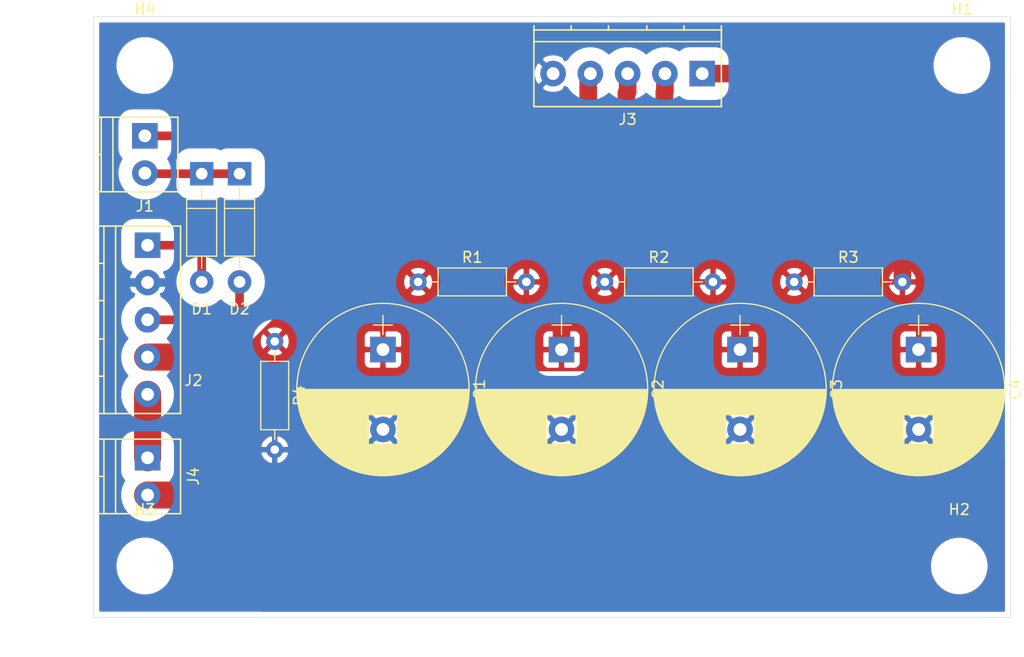
<source format=kicad_pcb>
(kicad_pcb (version 20171130) (host pcbnew "(5.1.2)-1")

  (general
    (thickness 1.6)
    (drawings 11)
    (tracks 38)
    (zones 0)
    (modules 18)
    (nets 11)
  )

  (page A4)
  (layers
    (0 F.Cu signal)
    (31 B.Cu signal)
    (32 B.Adhes user)
    (33 F.Adhes user)
    (34 B.Paste user)
    (35 F.Paste user)
    (36 B.SilkS user)
    (37 F.SilkS user)
    (38 B.Mask user)
    (39 F.Mask user)
    (40 Dwgs.User user)
    (41 Cmts.User user)
    (42 Eco1.User user)
    (43 Eco2.User user)
    (44 Edge.Cuts user)
    (45 Margin user)
    (46 B.CrtYd user)
    (47 F.CrtYd user)
    (48 B.Fab user)
    (49 F.Fab user)
  )

  (setup
    (last_trace_width 0.25)
    (user_trace_width 0.381)
    (user_trace_width 0.8128)
    (user_trace_width 1.651)
    (user_trace_width 2.54)
    (trace_clearance 0.381)
    (zone_clearance 1.27)
    (zone_45_only yes)
    (trace_min 0.2)
    (via_size 0.8)
    (via_drill 0.4)
    (via_min_size 0.4)
    (via_min_drill 0.3)
    (uvia_size 0.3)
    (uvia_drill 0.1)
    (uvias_allowed no)
    (uvia_min_size 0.2)
    (uvia_min_drill 0.1)
    (edge_width 0.05)
    (segment_width 0.2)
    (pcb_text_width 0.3)
    (pcb_text_size 1.5 1.5)
    (mod_edge_width 0.12)
    (mod_text_size 1 1)
    (mod_text_width 0.15)
    (pad_size 1.524 1.524)
    (pad_drill 0.762)
    (pad_to_mask_clearance 0.051)
    (solder_mask_min_width 0.25)
    (aux_axis_origin 0 0)
    (visible_elements 7FFFFFFF)
    (pcbplotparams
      (layerselection 0x01000_ffffffff)
      (usegerberextensions false)
      (usegerberattributes false)
      (usegerberadvancedattributes false)
      (creategerberjobfile false)
      (excludeedgelayer true)
      (linewidth 0.100000)
      (plotframeref false)
      (viasonmask false)
      (mode 1)
      (useauxorigin false)
      (hpglpennumber 1)
      (hpglpenspeed 20)
      (hpglpendiameter 15.000000)
      (psnegative false)
      (psa4output false)
      (plotreference true)
      (plotvalue true)
      (plotinvisibletext false)
      (padsonsilk false)
      (subtractmaskfromsilk false)
      (outputformat 1)
      (mirror false)
      (drillshape 0)
      (scaleselection 1)
      (outputdirectory "exports/"))
  )

  (net 0 "")
  (net 1 GNDA)
  (net 2 /B+)
  (net 3 /B+1)
  (net 4 /B+2)
  (net 5 /B+3)
  (net 6 /AC_P)
  (net 7 /AC_N)
  (net 8 /RECT)
  (net 9 /HEATER_N)
  (net 10 /HEATER_P)

  (net_class Default "This is the default net class."
    (clearance 0.381)
    (trace_width 0.25)
    (via_dia 0.8)
    (via_drill 0.4)
    (uvia_dia 0.3)
    (uvia_drill 0.1)
    (add_net GNDA)
  )

  (net_class HV ""
    (clearance 1.27)
    (trace_width 0.8128)
    (via_dia 0.8)
    (via_drill 0.4)
    (uvia_dia 0.3)
    (uvia_drill 0.1)
    (add_net /AC_N)
    (add_net /AC_P)
    (add_net /B+)
    (add_net /B+1)
    (add_net /B+2)
    (add_net /B+3)
    (add_net /HEATER_N)
    (add_net /HEATER_P)
    (add_net /RECT)
  )

  (module Resistors_THT:R_Axial_DIN0207_L6.3mm_D2.5mm_P10.16mm_Horizontal (layer F.Cu) (tedit 5874F706) (tstamp 5CCFACF9)
    (at 112.268 92.964 270)
    (descr "Resistor, Axial_DIN0207 series, Axial, Horizontal, pin pitch=10.16mm, 0.25W = 1/4W, length*diameter=6.3*2.5mm^2, http://cdn-reichelt.de/documents/datenblatt/B400/1_4W%23YAG.pdf")
    (tags "Resistor Axial_DIN0207 series Axial Horizontal pin pitch 10.16mm 0.25W = 1/4W length 6.3mm diameter 2.5mm")
    (path /5CCF45D6)
    (fp_text reference R4 (at 5.08 -2.31 90) (layer F.SilkS)
      (effects (font (size 1 1) (thickness 0.15)))
    )
    (fp_text value 220K/1W (at 5.08 2.31 90) (layer F.Fab)
      (effects (font (size 1 1) (thickness 0.15)))
    )
    (fp_line (start 11.25 -1.6) (end -1.05 -1.6) (layer F.CrtYd) (width 0.05))
    (fp_line (start 11.25 1.6) (end 11.25 -1.6) (layer F.CrtYd) (width 0.05))
    (fp_line (start -1.05 1.6) (end 11.25 1.6) (layer F.CrtYd) (width 0.05))
    (fp_line (start -1.05 -1.6) (end -1.05 1.6) (layer F.CrtYd) (width 0.05))
    (fp_line (start 9.18 0) (end 8.29 0) (layer F.SilkS) (width 0.12))
    (fp_line (start 0.98 0) (end 1.87 0) (layer F.SilkS) (width 0.12))
    (fp_line (start 8.29 -1.31) (end 1.87 -1.31) (layer F.SilkS) (width 0.12))
    (fp_line (start 8.29 1.31) (end 8.29 -1.31) (layer F.SilkS) (width 0.12))
    (fp_line (start 1.87 1.31) (end 8.29 1.31) (layer F.SilkS) (width 0.12))
    (fp_line (start 1.87 -1.31) (end 1.87 1.31) (layer F.SilkS) (width 0.12))
    (fp_line (start 10.16 0) (end 8.23 0) (layer F.Fab) (width 0.1))
    (fp_line (start 0 0) (end 1.93 0) (layer F.Fab) (width 0.1))
    (fp_line (start 8.23 -1.25) (end 1.93 -1.25) (layer F.Fab) (width 0.1))
    (fp_line (start 8.23 1.25) (end 8.23 -1.25) (layer F.Fab) (width 0.1))
    (fp_line (start 1.93 1.25) (end 8.23 1.25) (layer F.Fab) (width 0.1))
    (fp_line (start 1.93 -1.25) (end 1.93 1.25) (layer F.Fab) (width 0.1))
    (pad 2 thru_hole oval (at 10.16 0 270) (size 1.6 1.6) (drill 0.8) (layers *.Cu *.Mask)
      (net 1 GNDA))
    (pad 1 thru_hole circle (at 0 0 270) (size 1.6 1.6) (drill 0.8) (layers *.Cu *.Mask)
      (net 2 /B+))
    (model Resistors_THT.3dshapes/R_Axial_DIN0207_L6.3mm_D2.5mm_P10.16mm_Horizontal.wrl
      (at (xyz 0 0 0))
      (scale (xyz 0.393701 0.393701 0.393701))
      (rotate (xyz 0 0 0))
    )
  )

  (module Resistors_THT:R_Axial_DIN0207_L6.3mm_D2.5mm_P10.16mm_Horizontal (layer F.Cu) (tedit 5874F706) (tstamp 5CCFAD38)
    (at 161.036 87.376)
    (descr "Resistor, Axial_DIN0207 series, Axial, Horizontal, pin pitch=10.16mm, 0.25W = 1/4W, length*diameter=6.3*2.5mm^2, http://cdn-reichelt.de/documents/datenblatt/B400/1_4W%23YAG.pdf")
    (tags "Resistor Axial_DIN0207 series Axial Horizontal pin pitch 10.16mm 0.25W = 1/4W length 6.3mm diameter 2.5mm")
    (path /5CD07297)
    (fp_text reference R3 (at 5.08 -2.31) (layer F.SilkS)
      (effects (font (size 1 1) (thickness 0.15)))
    )
    (fp_text value 10K/1W (at 5.08 2.31) (layer F.Fab)
      (effects (font (size 1 1) (thickness 0.15)))
    )
    (fp_line (start 11.25 -1.6) (end -1.05 -1.6) (layer F.CrtYd) (width 0.05))
    (fp_line (start 11.25 1.6) (end 11.25 -1.6) (layer F.CrtYd) (width 0.05))
    (fp_line (start -1.05 1.6) (end 11.25 1.6) (layer F.CrtYd) (width 0.05))
    (fp_line (start -1.05 -1.6) (end -1.05 1.6) (layer F.CrtYd) (width 0.05))
    (fp_line (start 9.18 0) (end 8.29 0) (layer F.SilkS) (width 0.12))
    (fp_line (start 0.98 0) (end 1.87 0) (layer F.SilkS) (width 0.12))
    (fp_line (start 8.29 -1.31) (end 1.87 -1.31) (layer F.SilkS) (width 0.12))
    (fp_line (start 8.29 1.31) (end 8.29 -1.31) (layer F.SilkS) (width 0.12))
    (fp_line (start 1.87 1.31) (end 8.29 1.31) (layer F.SilkS) (width 0.12))
    (fp_line (start 1.87 -1.31) (end 1.87 1.31) (layer F.SilkS) (width 0.12))
    (fp_line (start 10.16 0) (end 8.23 0) (layer F.Fab) (width 0.1))
    (fp_line (start 0 0) (end 1.93 0) (layer F.Fab) (width 0.1))
    (fp_line (start 8.23 -1.25) (end 1.93 -1.25) (layer F.Fab) (width 0.1))
    (fp_line (start 8.23 1.25) (end 8.23 -1.25) (layer F.Fab) (width 0.1))
    (fp_line (start 1.93 1.25) (end 8.23 1.25) (layer F.Fab) (width 0.1))
    (fp_line (start 1.93 -1.25) (end 1.93 1.25) (layer F.Fab) (width 0.1))
    (pad 2 thru_hole oval (at 10.16 0) (size 1.6 1.6) (drill 0.8) (layers *.Cu *.Mask)
      (net 5 /B+3))
    (pad 1 thru_hole circle (at 0 0) (size 1.6 1.6) (drill 0.8) (layers *.Cu *.Mask)
      (net 4 /B+2))
    (model Resistors_THT.3dshapes/R_Axial_DIN0207_L6.3mm_D2.5mm_P10.16mm_Horizontal.wrl
      (at (xyz 0 0 0))
      (scale (xyz 0.393701 0.393701 0.393701))
      (rotate (xyz 0 0 0))
    )
  )

  (module Resistors_THT:R_Axial_DIN0207_L6.3mm_D2.5mm_P10.16mm_Horizontal (layer F.Cu) (tedit 5874F706) (tstamp 5CCFAD77)
    (at 143.256 87.376)
    (descr "Resistor, Axial_DIN0207 series, Axial, Horizontal, pin pitch=10.16mm, 0.25W = 1/4W, length*diameter=6.3*2.5mm^2, http://cdn-reichelt.de/documents/datenblatt/B400/1_4W%23YAG.pdf")
    (tags "Resistor Axial_DIN0207 series Axial Horizontal pin pitch 10.16mm 0.25W = 1/4W length 6.3mm diameter 2.5mm")
    (path /5CD032B5)
    (fp_text reference R2 (at 5.08 -2.31) (layer F.SilkS)
      (effects (font (size 1 1) (thickness 0.15)))
    )
    (fp_text value 1K/1W (at 5.08 2.31) (layer F.Fab)
      (effects (font (size 1 1) (thickness 0.15)))
    )
    (fp_line (start 11.25 -1.6) (end -1.05 -1.6) (layer F.CrtYd) (width 0.05))
    (fp_line (start 11.25 1.6) (end 11.25 -1.6) (layer F.CrtYd) (width 0.05))
    (fp_line (start -1.05 1.6) (end 11.25 1.6) (layer F.CrtYd) (width 0.05))
    (fp_line (start -1.05 -1.6) (end -1.05 1.6) (layer F.CrtYd) (width 0.05))
    (fp_line (start 9.18 0) (end 8.29 0) (layer F.SilkS) (width 0.12))
    (fp_line (start 0.98 0) (end 1.87 0) (layer F.SilkS) (width 0.12))
    (fp_line (start 8.29 -1.31) (end 1.87 -1.31) (layer F.SilkS) (width 0.12))
    (fp_line (start 8.29 1.31) (end 8.29 -1.31) (layer F.SilkS) (width 0.12))
    (fp_line (start 1.87 1.31) (end 8.29 1.31) (layer F.SilkS) (width 0.12))
    (fp_line (start 1.87 -1.31) (end 1.87 1.31) (layer F.SilkS) (width 0.12))
    (fp_line (start 10.16 0) (end 8.23 0) (layer F.Fab) (width 0.1))
    (fp_line (start 0 0) (end 1.93 0) (layer F.Fab) (width 0.1))
    (fp_line (start 8.23 -1.25) (end 1.93 -1.25) (layer F.Fab) (width 0.1))
    (fp_line (start 8.23 1.25) (end 8.23 -1.25) (layer F.Fab) (width 0.1))
    (fp_line (start 1.93 1.25) (end 8.23 1.25) (layer F.Fab) (width 0.1))
    (fp_line (start 1.93 -1.25) (end 1.93 1.25) (layer F.Fab) (width 0.1))
    (pad 2 thru_hole oval (at 10.16 0) (size 1.6 1.6) (drill 0.8) (layers *.Cu *.Mask)
      (net 4 /B+2))
    (pad 1 thru_hole circle (at 0 0) (size 1.6 1.6) (drill 0.8) (layers *.Cu *.Mask)
      (net 3 /B+1))
    (model Resistors_THT.3dshapes/R_Axial_DIN0207_L6.3mm_D2.5mm_P10.16mm_Horizontal.wrl
      (at (xyz 0 0 0))
      (scale (xyz 0.393701 0.393701 0.393701))
      (rotate (xyz 0 0 0))
    )
  )

  (module Resistors_THT:R_Axial_DIN0207_L6.3mm_D2.5mm_P10.16mm_Horizontal (layer F.Cu) (tedit 5874F706) (tstamp 5CCFADB6)
    (at 125.73 87.376)
    (descr "Resistor, Axial_DIN0207 series, Axial, Horizontal, pin pitch=10.16mm, 0.25W = 1/4W, length*diameter=6.3*2.5mm^2, http://cdn-reichelt.de/documents/datenblatt/B400/1_4W%23YAG.pdf")
    (tags "Resistor Axial_DIN0207 series Axial Horizontal pin pitch 10.16mm 0.25W = 1/4W length 6.3mm diameter 2.5mm")
    (path /5CCF18CB)
    (fp_text reference R1 (at 5.08 -2.31) (layer F.SilkS)
      (effects (font (size 1 1) (thickness 0.15)))
    )
    (fp_text value 100/1W (at 5.08 2.31) (layer F.Fab)
      (effects (font (size 1 1) (thickness 0.15)))
    )
    (fp_line (start 11.25 -1.6) (end -1.05 -1.6) (layer F.CrtYd) (width 0.05))
    (fp_line (start 11.25 1.6) (end 11.25 -1.6) (layer F.CrtYd) (width 0.05))
    (fp_line (start -1.05 1.6) (end 11.25 1.6) (layer F.CrtYd) (width 0.05))
    (fp_line (start -1.05 -1.6) (end -1.05 1.6) (layer F.CrtYd) (width 0.05))
    (fp_line (start 9.18 0) (end 8.29 0) (layer F.SilkS) (width 0.12))
    (fp_line (start 0.98 0) (end 1.87 0) (layer F.SilkS) (width 0.12))
    (fp_line (start 8.29 -1.31) (end 1.87 -1.31) (layer F.SilkS) (width 0.12))
    (fp_line (start 8.29 1.31) (end 8.29 -1.31) (layer F.SilkS) (width 0.12))
    (fp_line (start 1.87 1.31) (end 8.29 1.31) (layer F.SilkS) (width 0.12))
    (fp_line (start 1.87 -1.31) (end 1.87 1.31) (layer F.SilkS) (width 0.12))
    (fp_line (start 10.16 0) (end 8.23 0) (layer F.Fab) (width 0.1))
    (fp_line (start 0 0) (end 1.93 0) (layer F.Fab) (width 0.1))
    (fp_line (start 8.23 -1.25) (end 1.93 -1.25) (layer F.Fab) (width 0.1))
    (fp_line (start 8.23 1.25) (end 8.23 -1.25) (layer F.Fab) (width 0.1))
    (fp_line (start 1.93 1.25) (end 8.23 1.25) (layer F.Fab) (width 0.1))
    (fp_line (start 1.93 -1.25) (end 1.93 1.25) (layer F.Fab) (width 0.1))
    (pad 2 thru_hole oval (at 10.16 0) (size 1.6 1.6) (drill 0.8) (layers *.Cu *.Mask)
      (net 3 /B+1))
    (pad 1 thru_hole circle (at 0 0) (size 1.6 1.6) (drill 0.8) (layers *.Cu *.Mask)
      (net 2 /B+))
    (model Resistors_THT.3dshapes/R_Axial_DIN0207_L6.3mm_D2.5mm_P10.16mm_Horizontal.wrl
      (at (xyz 0 0 0))
      (scale (xyz 0.393701 0.393701 0.393701))
      (rotate (xyz 0 0 0))
    )
  )

  (module Connectors_Terminal_Blocks:TerminalBlock_Pheonix_PT-3.5mm_2pol (layer F.Cu) (tedit 0) (tstamp 5CCF3556)
    (at 100.33 103.886 270)
    (descr "2-way 3.5mm pitch terminal block, Phoenix PT series")
    (path /5CCED91A)
    (fp_text reference J4 (at 1.75 -4.3 90) (layer F.SilkS)
      (effects (font (size 1 1) (thickness 0.15)))
    )
    (fp_text value HEATER (at 1.75 6 90) (layer F.Fab)
      (effects (font (size 1 1) (thickness 0.15)))
    )
    (fp_line (start 5.25 -3.1) (end -1.75 -3.1) (layer F.SilkS) (width 0.15))
    (fp_line (start 5.25 4.5) (end 5.25 -3.1) (layer F.SilkS) (width 0.15))
    (fp_line (start -1.75 -3.1) (end -1.75 4.5) (layer F.SilkS) (width 0.15))
    (fp_line (start -1.75 4.1) (end 5.25 4.1) (layer F.SilkS) (width 0.15))
    (fp_line (start -1.75 3) (end 5.25 3) (layer F.SilkS) (width 0.15))
    (fp_line (start 1.75 4.1) (end 1.75 4.5) (layer F.SilkS) (width 0.15))
    (fp_line (start 5.4 -3.3) (end 5.4 4.7) (layer F.CrtYd) (width 0.05))
    (fp_line (start 5.4 4.7) (end -1.9 4.7) (layer F.CrtYd) (width 0.05))
    (fp_line (start -1.9 4.7) (end -1.9 -3.3) (layer F.CrtYd) (width 0.05))
    (fp_line (start -1.9 -3.3) (end 5.4 -3.3) (layer F.CrtYd) (width 0.05))
    (pad 1 thru_hole rect (at 0 0 270) (size 2.4 2.4) (drill 1.2) (layers *.Cu *.Mask)
      (net 9 /HEATER_N))
    (pad 2 thru_hole circle (at 3.5 0 270) (size 2.4 2.4) (drill 1.2) (layers *.Cu *.Mask)
      (net 10 /HEATER_P))
    (model Terminal_Blocks.3dshapes/TerminalBlock_Pheonix_PT-3.5mm_2pol.wrl
      (at (xyz 0 0 0))
      (scale (xyz 1 1 1))
      (rotate (xyz 0 0 0))
    )
  )

  (module Connectors_Terminal_Blocks:TerminalBlock_Pheonix_PT-3.5mm_5pol (layer F.Cu) (tedit 0) (tstamp 5CCF3546)
    (at 152.4 67.818 180)
    (descr "5-way 3.5mm pitch terminal block, Phoenix PT series")
    (path /5CD09EED)
    (fp_text reference J3 (at 7 -4.3) (layer F.SilkS)
      (effects (font (size 1 1) (thickness 0.15)))
    )
    (fp_text value "BIAS OUT" (at 7 6) (layer F.Fab)
      (effects (font (size 1 1) (thickness 0.15)))
    )
    (fp_line (start 15.8 -3.1) (end -1.8 -3.1) (layer F.SilkS) (width 0.15))
    (fp_line (start 15.8 4.5) (end 15.8 -3.1) (layer F.SilkS) (width 0.15))
    (fp_line (start -1.8 -3.1) (end -1.8 4.5) (layer F.SilkS) (width 0.15))
    (fp_line (start -1.8 4.1) (end 15.8 4.1) (layer F.SilkS) (width 0.15))
    (fp_line (start -1.8 3) (end 15.8 3) (layer F.SilkS) (width 0.15))
    (fp_line (start 5.2 4.1) (end 5.2 4.5) (layer F.SilkS) (width 0.15))
    (fp_line (start 1.7 4.1) (end 1.7 4.5) (layer F.SilkS) (width 0.15))
    (fp_line (start 8.8 4.1) (end 8.8 4.5) (layer F.SilkS) (width 0.15))
    (fp_line (start 12.3 4.1) (end 12.3 4.5) (layer F.SilkS) (width 0.15))
    (fp_line (start 16 -3.3) (end 16 4.7) (layer F.CrtYd) (width 0.05))
    (fp_line (start 16 4.7) (end -2 4.7) (layer F.CrtYd) (width 0.05))
    (fp_line (start -2 4.7) (end -2 -3.3) (layer F.CrtYd) (width 0.05))
    (fp_line (start -2 -3.3) (end 16 -3.3) (layer F.CrtYd) (width 0.05))
    (pad 5 thru_hole circle (at 14 0 180) (size 2.4 2.4) (drill 1.2) (layers *.Cu *.Mask)
      (net 1 GNDA))
    (pad 4 thru_hole circle (at 10.5 0 180) (size 2.4 2.4) (drill 1.2) (layers *.Cu *.Mask)
      (net 2 /B+))
    (pad 3 thru_hole circle (at 7 0 180) (size 2.4 2.4) (drill 1.2) (layers *.Cu *.Mask)
      (net 3 /B+1))
    (pad 1 thru_hole rect (at 0 0 180) (size 2.4 2.4) (drill 1.2) (layers *.Cu *.Mask)
      (net 5 /B+3))
    (pad 2 thru_hole circle (at 3.5 0 180) (size 2.4 2.4) (drill 1.2) (layers *.Cu *.Mask)
      (net 4 /B+2))
    (model Terminal_Blocks.3dshapes/TerminalBlock_Pheonix_PT-3.5mm_5pol.wrl
      (at (xyz 0 0 0))
      (scale (xyz 1 1 1))
      (rotate (xyz 0 0 0))
    )
  )

  (module Connectors_Terminal_Blocks:TerminalBlock_Pheonix_PT-3.5mm_5pol (layer F.Cu) (tedit 0) (tstamp 5CCF4DFD)
    (at 100.33 83.932 270)
    (descr "5-way 3.5mm pitch terminal block, Phoenix PT series")
    (path /5CCDA80F)
    (fp_text reference J2 (at 12.7 -4.3 180) (layer F.SilkS)
      (effects (font (size 1 1) (thickness 0.15)))
    )
    (fp_text value "TRANSFORMER IN" (at 7 6 90) (layer F.Fab)
      (effects (font (size 1 1) (thickness 0.15)))
    )
    (fp_line (start 15.8 -3.1) (end -1.8 -3.1) (layer F.SilkS) (width 0.15))
    (fp_line (start 15.8 4.5) (end 15.8 -3.1) (layer F.SilkS) (width 0.15))
    (fp_line (start -1.8 -3.1) (end -1.8 4.5) (layer F.SilkS) (width 0.15))
    (fp_line (start -1.8 4.1) (end 15.8 4.1) (layer F.SilkS) (width 0.15))
    (fp_line (start -1.8 3) (end 15.8 3) (layer F.SilkS) (width 0.15))
    (fp_line (start 5.2 4.1) (end 5.2 4.5) (layer F.SilkS) (width 0.15))
    (fp_line (start 1.7 4.1) (end 1.7 4.5) (layer F.SilkS) (width 0.15))
    (fp_line (start 8.8 4.1) (end 8.8 4.5) (layer F.SilkS) (width 0.15))
    (fp_line (start 12.3 4.1) (end 12.3 4.5) (layer F.SilkS) (width 0.15))
    (fp_line (start 16 -3.3) (end 16 4.7) (layer F.CrtYd) (width 0.05))
    (fp_line (start 16 4.7) (end -2 4.7) (layer F.CrtYd) (width 0.05))
    (fp_line (start -2 4.7) (end -2 -3.3) (layer F.CrtYd) (width 0.05))
    (fp_line (start -2 -3.3) (end 16 -3.3) (layer F.CrtYd) (width 0.05))
    (pad 5 thru_hole circle (at 14 0 270) (size 2.4 2.4) (drill 1.2) (layers *.Cu *.Mask)
      (net 9 /HEATER_N))
    (pad 4 thru_hole circle (at 10.5 0 270) (size 2.4 2.4) (drill 1.2) (layers *.Cu *.Mask)
      (net 10 /HEATER_P))
    (pad 3 thru_hole circle (at 7 0 270) (size 2.4 2.4) (drill 1.2) (layers *.Cu *.Mask)
      (net 7 /AC_N))
    (pad 1 thru_hole rect (at 0 0 270) (size 2.4 2.4) (drill 1.2) (layers *.Cu *.Mask)
      (net 6 /AC_P))
    (pad 2 thru_hole circle (at 3.5 0 270) (size 2.4 2.4) (drill 1.2) (layers *.Cu *.Mask)
      (net 1 GNDA))
    (model Terminal_Blocks.3dshapes/TerminalBlock_Pheonix_PT-3.5mm_5pol.wrl
      (at (xyz 0 0 0))
      (scale (xyz 1 1 1))
      (rotate (xyz 0 0 0))
    )
  )

  (module Connectors_Terminal_Blocks:TerminalBlock_Pheonix_PT-3.5mm_2pol (layer F.Cu) (tedit 0) (tstamp 5CCF351A)
    (at 100.076 73.66 270)
    (descr "2-way 3.5mm pitch terminal block, Phoenix PT series")
    (path /5CCE1912)
    (fp_text reference J1 (at 6.604 0 180) (layer F.SilkS)
      (effects (font (size 1 1) (thickness 0.15)))
    )
    (fp_text value "STANDBY SWITCH" (at 1.75 6 90) (layer F.Fab)
      (effects (font (size 1 1) (thickness 0.15)))
    )
    (fp_line (start 5.25 -3.1) (end -1.75 -3.1) (layer F.SilkS) (width 0.15))
    (fp_line (start 5.25 4.5) (end 5.25 -3.1) (layer F.SilkS) (width 0.15))
    (fp_line (start -1.75 -3.1) (end -1.75 4.5) (layer F.SilkS) (width 0.15))
    (fp_line (start -1.75 4.1) (end 5.25 4.1) (layer F.SilkS) (width 0.15))
    (fp_line (start -1.75 3) (end 5.25 3) (layer F.SilkS) (width 0.15))
    (fp_line (start 1.75 4.1) (end 1.75 4.5) (layer F.SilkS) (width 0.15))
    (fp_line (start 5.4 -3.3) (end 5.4 4.7) (layer F.CrtYd) (width 0.05))
    (fp_line (start 5.4 4.7) (end -1.9 4.7) (layer F.CrtYd) (width 0.05))
    (fp_line (start -1.9 4.7) (end -1.9 -3.3) (layer F.CrtYd) (width 0.05))
    (fp_line (start -1.9 -3.3) (end 5.4 -3.3) (layer F.CrtYd) (width 0.05))
    (pad 1 thru_hole rect (at 0 0 270) (size 2.4 2.4) (drill 1.2) (layers *.Cu *.Mask)
      (net 2 /B+))
    (pad 2 thru_hole circle (at 3.5 0 270) (size 2.4 2.4) (drill 1.2) (layers *.Cu *.Mask)
      (net 8 /RECT))
    (model Terminal_Blocks.3dshapes/TerminalBlock_Pheonix_PT-3.5mm_2pol.wrl
      (at (xyz 0 0 0))
      (scale (xyz 1 1 1))
      (rotate (xyz 0 0 0))
    )
  )

  (module Mounting_Holes:MountingHole_4.3mm_M4 (layer F.Cu) (tedit 56D1B4CB) (tstamp 5CCF350A)
    (at 100.076 67.056)
    (descr "Mounting Hole 4.3mm, no annular, M4")
    (tags "mounting hole 4.3mm no annular m4")
    (path /5CCF13CC)
    (fp_text reference H4 (at 0 -5.3) (layer F.SilkS)
      (effects (font (size 1 1) (thickness 0.15)))
    )
    (fp_text value MountingHole (at 0 5.3) (layer F.Fab)
      (effects (font (size 1 1) (thickness 0.15)))
    )
    (fp_circle (center 0 0) (end 4.55 0) (layer F.CrtYd) (width 0.05))
    (fp_circle (center 0 0) (end 4.3 0) (layer Cmts.User) (width 0.15))
    (pad 1 np_thru_hole circle (at 0 0) (size 4.3 4.3) (drill 4.3) (layers *.Cu *.Mask))
  )

  (module Mounting_Holes:MountingHole_4.3mm_M4 (layer F.Cu) (tedit 56D1B4CB) (tstamp 5CCF3503)
    (at 100.076 114.046)
    (descr "Mounting Hole 4.3mm, no annular, M4")
    (tags "mounting hole 4.3mm no annular m4")
    (path /5CCF114B)
    (fp_text reference H3 (at 0 -5.3) (layer F.SilkS)
      (effects (font (size 1 1) (thickness 0.15)))
    )
    (fp_text value MountingHole (at 0 5.3) (layer F.Fab)
      (effects (font (size 1 1) (thickness 0.15)))
    )
    (fp_circle (center 0 0) (end 4.55 0) (layer F.CrtYd) (width 0.05))
    (fp_circle (center 0 0) (end 4.3 0) (layer Cmts.User) (width 0.15))
    (pad 1 np_thru_hole circle (at 0 0) (size 4.3 4.3) (drill 4.3) (layers *.Cu *.Mask))
  )

  (module Mounting_Holes:MountingHole_4.3mm_M4 (layer F.Cu) (tedit 56D1B4CB) (tstamp 5CCF34FC)
    (at 176.53 114.046)
    (descr "Mounting Hole 4.3mm, no annular, M4")
    (tags "mounting hole 4.3mm no annular m4")
    (path /5CCF0E5A)
    (fp_text reference H2 (at 0 -5.3) (layer F.SilkS)
      (effects (font (size 1 1) (thickness 0.15)))
    )
    (fp_text value MountingHole (at 0 5.3) (layer F.Fab)
      (effects (font (size 1 1) (thickness 0.15)))
    )
    (fp_circle (center 0 0) (end 4.55 0) (layer F.CrtYd) (width 0.05))
    (fp_circle (center 0 0) (end 4.3 0) (layer Cmts.User) (width 0.15))
    (pad 1 np_thru_hole circle (at 0 0) (size 4.3 4.3) (drill 4.3) (layers *.Cu *.Mask))
  )

  (module Mounting_Holes:MountingHole_4.3mm_M4 (layer F.Cu) (tedit 56D1B4CB) (tstamp 5CCFC0A9)
    (at 176.784 67.056)
    (descr "Mounting Hole 4.3mm, no annular, M4")
    (tags "mounting hole 4.3mm no annular m4")
    (path /5CCF03CE)
    (fp_text reference H1 (at 0 -5.3) (layer F.SilkS)
      (effects (font (size 1 1) (thickness 0.15)))
    )
    (fp_text value MountingHole (at 0 5.3) (layer F.Fab)
      (effects (font (size 1 1) (thickness 0.15)))
    )
    (fp_circle (center 0 0) (end 4.55 0) (layer F.CrtYd) (width 0.05))
    (fp_circle (center 0 0) (end 4.3 0) (layer Cmts.User) (width 0.15))
    (pad 1 np_thru_hole circle (at 0 0) (size 4.3 4.3) (drill 4.3) (layers *.Cu *.Mask))
  )

  (module Diodes_THT:D_DO-41_SOD81_P10.16mm_Horizontal (layer F.Cu) (tedit 5877C982) (tstamp 5CCF34EE)
    (at 108.966 77.216 270)
    (descr "D, DO-41_SOD81 series, Axial, Horizontal, pin pitch=10.16mm, , length*diameter=5.2*2.7mm^2, , http://www.diodes.com/_files/packages/DO-41%20(Plastic).pdf")
    (tags "D DO-41_SOD81 series Axial Horizontal pin pitch 10.16mm  length 5.2mm diameter 2.7mm")
    (path /5CCDDF27)
    (fp_text reference D2 (at 12.7 0 180) (layer F.SilkS)
      (effects (font (size 1 1) (thickness 0.15)))
    )
    (fp_text value UF4007 (at 5.08 2.41 90) (layer F.Fab)
      (effects (font (size 1 1) (thickness 0.15)))
    )
    (fp_line (start 11.55 -1.7) (end -1.35 -1.7) (layer F.CrtYd) (width 0.05))
    (fp_line (start 11.55 1.7) (end 11.55 -1.7) (layer F.CrtYd) (width 0.05))
    (fp_line (start -1.35 1.7) (end 11.55 1.7) (layer F.CrtYd) (width 0.05))
    (fp_line (start -1.35 -1.7) (end -1.35 1.7) (layer F.CrtYd) (width 0.05))
    (fp_line (start 3.26 -1.41) (end 3.26 1.41) (layer F.SilkS) (width 0.12))
    (fp_line (start 8.88 0) (end 7.74 0) (layer F.SilkS) (width 0.12))
    (fp_line (start 1.28 0) (end 2.42 0) (layer F.SilkS) (width 0.12))
    (fp_line (start 7.74 -1.41) (end 2.42 -1.41) (layer F.SilkS) (width 0.12))
    (fp_line (start 7.74 1.41) (end 7.74 -1.41) (layer F.SilkS) (width 0.12))
    (fp_line (start 2.42 1.41) (end 7.74 1.41) (layer F.SilkS) (width 0.12))
    (fp_line (start 2.42 -1.41) (end 2.42 1.41) (layer F.SilkS) (width 0.12))
    (fp_line (start 3.26 -1.35) (end 3.26 1.35) (layer F.Fab) (width 0.1))
    (fp_line (start 10.16 0) (end 7.68 0) (layer F.Fab) (width 0.1))
    (fp_line (start 0 0) (end 2.48 0) (layer F.Fab) (width 0.1))
    (fp_line (start 7.68 -1.35) (end 2.48 -1.35) (layer F.Fab) (width 0.1))
    (fp_line (start 7.68 1.35) (end 7.68 -1.35) (layer F.Fab) (width 0.1))
    (fp_line (start 2.48 1.35) (end 7.68 1.35) (layer F.Fab) (width 0.1))
    (fp_line (start 2.48 -1.35) (end 2.48 1.35) (layer F.Fab) (width 0.1))
    (pad 2 thru_hole oval (at 10.16 0 270) (size 2.2 2.2) (drill 1.1) (layers *.Cu *.Mask)
      (net 7 /AC_N))
    (pad 1 thru_hole rect (at 0 0 270) (size 2.2 2.2) (drill 1.1) (layers *.Cu *.Mask)
      (net 8 /RECT))
    (model Diodes_THT.3dshapes/D_DO-41_SOD81_P10.16mm_Horizontal.wrl
      (at (xyz 0 0 0))
      (scale (xyz 0.393701 0.393701 0.393701))
      (rotate (xyz 0 0 0))
    )
  )

  (module Diodes_THT:D_DO-41_SOD81_P10.16mm_Horizontal (layer F.Cu) (tedit 5877C982) (tstamp 5CCF34D6)
    (at 105.41 77.216 270)
    (descr "D, DO-41_SOD81 series, Axial, Horizontal, pin pitch=10.16mm, , length*diameter=5.2*2.7mm^2, , http://www.diodes.com/_files/packages/DO-41%20(Plastic).pdf")
    (tags "D DO-41_SOD81 series Axial Horizontal pin pitch 10.16mm  length 5.2mm diameter 2.7mm")
    (path /5CCDD770)
    (fp_text reference D1 (at 12.7 0 180) (layer F.SilkS)
      (effects (font (size 1 1) (thickness 0.15)))
    )
    (fp_text value UF4007 (at 5.08 2.41 90) (layer F.Fab)
      (effects (font (size 1 1) (thickness 0.15)))
    )
    (fp_line (start 11.55 -1.7) (end -1.35 -1.7) (layer F.CrtYd) (width 0.05))
    (fp_line (start 11.55 1.7) (end 11.55 -1.7) (layer F.CrtYd) (width 0.05))
    (fp_line (start -1.35 1.7) (end 11.55 1.7) (layer F.CrtYd) (width 0.05))
    (fp_line (start -1.35 -1.7) (end -1.35 1.7) (layer F.CrtYd) (width 0.05))
    (fp_line (start 3.26 -1.41) (end 3.26 1.41) (layer F.SilkS) (width 0.12))
    (fp_line (start 8.88 0) (end 7.74 0) (layer F.SilkS) (width 0.12))
    (fp_line (start 1.28 0) (end 2.42 0) (layer F.SilkS) (width 0.12))
    (fp_line (start 7.74 -1.41) (end 2.42 -1.41) (layer F.SilkS) (width 0.12))
    (fp_line (start 7.74 1.41) (end 7.74 -1.41) (layer F.SilkS) (width 0.12))
    (fp_line (start 2.42 1.41) (end 7.74 1.41) (layer F.SilkS) (width 0.12))
    (fp_line (start 2.42 -1.41) (end 2.42 1.41) (layer F.SilkS) (width 0.12))
    (fp_line (start 3.26 -1.35) (end 3.26 1.35) (layer F.Fab) (width 0.1))
    (fp_line (start 10.16 0) (end 7.68 0) (layer F.Fab) (width 0.1))
    (fp_line (start 0 0) (end 2.48 0) (layer F.Fab) (width 0.1))
    (fp_line (start 7.68 -1.35) (end 2.48 -1.35) (layer F.Fab) (width 0.1))
    (fp_line (start 7.68 1.35) (end 7.68 -1.35) (layer F.Fab) (width 0.1))
    (fp_line (start 2.48 1.35) (end 7.68 1.35) (layer F.Fab) (width 0.1))
    (fp_line (start 2.48 -1.35) (end 2.48 1.35) (layer F.Fab) (width 0.1))
    (pad 2 thru_hole oval (at 10.16 0 270) (size 2.2 2.2) (drill 1.1) (layers *.Cu *.Mask)
      (net 6 /AC_P))
    (pad 1 thru_hole rect (at 0 0 270) (size 2.2 2.2) (drill 1.1) (layers *.Cu *.Mask)
      (net 8 /RECT))
    (model Diodes_THT.3dshapes/D_DO-41_SOD81_P10.16mm_Horizontal.wrl
      (at (xyz 0 0 0))
      (scale (xyz 0.393701 0.393701 0.393701))
      (rotate (xyz 0 0 0))
    )
  )

  (module Capacitors_THT:CP_Radial_D16.0mm_P7.50mm (layer F.Cu) (tedit 58765D06) (tstamp 5CCFAEFF)
    (at 172.72 93.726 270)
    (descr "CP, Radial series, Radial, pin pitch=7.50mm, , diameter=16mm, Electrolytic Capacitor")
    (tags "CP Radial series Radial pin pitch 7.50mm  diameter 16mm Electrolytic Capacitor")
    (path /5CD0729D)
    (fp_text reference C4 (at 3.75 -9.06 90) (layer F.SilkS)
      (effects (font (size 1 1) (thickness 0.15)))
    )
    (fp_text value 47uF/350V (at 3.75 9.06 90) (layer F.Fab)
      (effects (font (size 1 1) (thickness 0.15)))
    )
    (fp_line (start 12.1 -8.35) (end -4.6 -8.35) (layer F.CrtYd) (width 0.05))
    (fp_line (start 12.1 8.35) (end 12.1 -8.35) (layer F.CrtYd) (width 0.05))
    (fp_line (start -4.6 8.35) (end 12.1 8.35) (layer F.CrtYd) (width 0.05))
    (fp_line (start -4.6 -8.35) (end -4.6 8.35) (layer F.CrtYd) (width 0.05))
    (fp_line (start -2.3 -0.9) (end -2.3 0.9) (layer F.SilkS) (width 0.12))
    (fp_line (start -3.2 0) (end -1.4 0) (layer F.SilkS) (width 0.12))
    (fp_line (start 11.831 -0.363) (end 11.831 0.363) (layer F.SilkS) (width 0.12))
    (fp_line (start 11.791 -0.859) (end 11.791 0.859) (layer F.SilkS) (width 0.12))
    (fp_line (start 11.751 -1.164) (end 11.751 1.164) (layer F.SilkS) (width 0.12))
    (fp_line (start 11.711 -1.405) (end 11.711 1.405) (layer F.SilkS) (width 0.12))
    (fp_line (start 11.671 -1.61) (end 11.671 1.61) (layer F.SilkS) (width 0.12))
    (fp_line (start 11.631 -1.792) (end 11.631 1.792) (layer F.SilkS) (width 0.12))
    (fp_line (start 11.591 -1.956) (end 11.591 1.956) (layer F.SilkS) (width 0.12))
    (fp_line (start 11.551 -2.107) (end 11.551 2.107) (layer F.SilkS) (width 0.12))
    (fp_line (start 11.511 -2.248) (end 11.511 2.248) (layer F.SilkS) (width 0.12))
    (fp_line (start 11.471 -2.379) (end 11.471 2.379) (layer F.SilkS) (width 0.12))
    (fp_line (start 11.431 -2.503) (end 11.431 2.503) (layer F.SilkS) (width 0.12))
    (fp_line (start 11.391 -2.621) (end 11.391 2.621) (layer F.SilkS) (width 0.12))
    (fp_line (start 11.351 -2.733) (end 11.351 2.733) (layer F.SilkS) (width 0.12))
    (fp_line (start 11.311 -2.841) (end 11.311 2.841) (layer F.SilkS) (width 0.12))
    (fp_line (start 11.271 -2.943) (end 11.271 2.943) (layer F.SilkS) (width 0.12))
    (fp_line (start 11.231 -3.042) (end 11.231 3.042) (layer F.SilkS) (width 0.12))
    (fp_line (start 11.191 -3.138) (end 11.191 3.138) (layer F.SilkS) (width 0.12))
    (fp_line (start 11.151 -3.23) (end 11.151 3.23) (layer F.SilkS) (width 0.12))
    (fp_line (start 11.111 -3.319) (end 11.111 3.319) (layer F.SilkS) (width 0.12))
    (fp_line (start 11.071 -3.405) (end 11.071 3.405) (layer F.SilkS) (width 0.12))
    (fp_line (start 11.031 -3.489) (end 11.031 3.489) (layer F.SilkS) (width 0.12))
    (fp_line (start 10.991 -3.57) (end 10.991 3.57) (layer F.SilkS) (width 0.12))
    (fp_line (start 10.951 -3.649) (end 10.951 3.649) (layer F.SilkS) (width 0.12))
    (fp_line (start 10.911 -3.726) (end 10.911 3.726) (layer F.SilkS) (width 0.12))
    (fp_line (start 10.871 -3.802) (end 10.871 3.802) (layer F.SilkS) (width 0.12))
    (fp_line (start 10.831 -3.875) (end 10.831 3.875) (layer F.SilkS) (width 0.12))
    (fp_line (start 10.791 -3.946) (end 10.791 3.946) (layer F.SilkS) (width 0.12))
    (fp_line (start 10.751 -4.016) (end 10.751 4.016) (layer F.SilkS) (width 0.12))
    (fp_line (start 10.711 -4.084) (end 10.711 4.084) (layer F.SilkS) (width 0.12))
    (fp_line (start 10.671 -4.151) (end 10.671 4.151) (layer F.SilkS) (width 0.12))
    (fp_line (start 10.631 -4.217) (end 10.631 4.217) (layer F.SilkS) (width 0.12))
    (fp_line (start 10.591 -4.281) (end 10.591 4.281) (layer F.SilkS) (width 0.12))
    (fp_line (start 10.551 -4.343) (end 10.551 4.343) (layer F.SilkS) (width 0.12))
    (fp_line (start 10.511 -4.405) (end 10.511 4.405) (layer F.SilkS) (width 0.12))
    (fp_line (start 10.471 -4.465) (end 10.471 4.465) (layer F.SilkS) (width 0.12))
    (fp_line (start 10.431 -4.524) (end 10.431 4.524) (layer F.SilkS) (width 0.12))
    (fp_line (start 10.391 -4.582) (end 10.391 4.582) (layer F.SilkS) (width 0.12))
    (fp_line (start 10.351 -4.639) (end 10.351 4.639) (layer F.SilkS) (width 0.12))
    (fp_line (start 10.311 -4.695) (end 10.311 4.695) (layer F.SilkS) (width 0.12))
    (fp_line (start 10.271 -4.75) (end 10.271 4.75) (layer F.SilkS) (width 0.12))
    (fp_line (start 10.231 -4.804) (end 10.231 4.804) (layer F.SilkS) (width 0.12))
    (fp_line (start 10.191 -4.857) (end 10.191 4.857) (layer F.SilkS) (width 0.12))
    (fp_line (start 10.151 -4.909) (end 10.151 4.909) (layer F.SilkS) (width 0.12))
    (fp_line (start 10.111 -4.96) (end 10.111 4.96) (layer F.SilkS) (width 0.12))
    (fp_line (start 10.071 -5.011) (end 10.071 5.011) (layer F.SilkS) (width 0.12))
    (fp_line (start 10.031 -5.06) (end 10.031 5.06) (layer F.SilkS) (width 0.12))
    (fp_line (start 9.991 -5.109) (end 9.991 5.109) (layer F.SilkS) (width 0.12))
    (fp_line (start 9.951 -5.157) (end 9.951 5.157) (layer F.SilkS) (width 0.12))
    (fp_line (start 9.911 -5.205) (end 9.911 5.205) (layer F.SilkS) (width 0.12))
    (fp_line (start 9.871 -5.251) (end 9.871 5.251) (layer F.SilkS) (width 0.12))
    (fp_line (start 9.831 -5.297) (end 9.831 5.297) (layer F.SilkS) (width 0.12))
    (fp_line (start 9.791 -5.343) (end 9.791 5.343) (layer F.SilkS) (width 0.12))
    (fp_line (start 9.751 -5.387) (end 9.751 5.387) (layer F.SilkS) (width 0.12))
    (fp_line (start 9.711 -5.431) (end 9.711 5.431) (layer F.SilkS) (width 0.12))
    (fp_line (start 9.671 -5.474) (end 9.671 5.474) (layer F.SilkS) (width 0.12))
    (fp_line (start 9.631 -5.517) (end 9.631 5.517) (layer F.SilkS) (width 0.12))
    (fp_line (start 9.591 -5.559) (end 9.591 5.559) (layer F.SilkS) (width 0.12))
    (fp_line (start 9.551 -5.6) (end 9.551 5.6) (layer F.SilkS) (width 0.12))
    (fp_line (start 9.511 -5.641) (end 9.511 5.641) (layer F.SilkS) (width 0.12))
    (fp_line (start 9.471 -5.681) (end 9.471 5.681) (layer F.SilkS) (width 0.12))
    (fp_line (start 9.431 -5.721) (end 9.431 5.721) (layer F.SilkS) (width 0.12))
    (fp_line (start 9.391 -5.76) (end 9.391 5.76) (layer F.SilkS) (width 0.12))
    (fp_line (start 9.351 -5.799) (end 9.351 5.799) (layer F.SilkS) (width 0.12))
    (fp_line (start 9.311 -5.837) (end 9.311 5.837) (layer F.SilkS) (width 0.12))
    (fp_line (start 9.271 -5.875) (end 9.271 5.875) (layer F.SilkS) (width 0.12))
    (fp_line (start 9.231 -5.912) (end 9.231 5.912) (layer F.SilkS) (width 0.12))
    (fp_line (start 9.191 -5.948) (end 9.191 5.948) (layer F.SilkS) (width 0.12))
    (fp_line (start 9.151 -5.984) (end 9.151 5.984) (layer F.SilkS) (width 0.12))
    (fp_line (start 9.111 -6.02) (end 9.111 6.02) (layer F.SilkS) (width 0.12))
    (fp_line (start 9.071 -6.055) (end 9.071 6.055) (layer F.SilkS) (width 0.12))
    (fp_line (start 9.031 -6.09) (end 9.031 6.09) (layer F.SilkS) (width 0.12))
    (fp_line (start 8.991 -6.124) (end 8.991 6.124) (layer F.SilkS) (width 0.12))
    (fp_line (start 8.951 -6.158) (end 8.951 6.158) (layer F.SilkS) (width 0.12))
    (fp_line (start 8.911 -6.191) (end 8.911 6.191) (layer F.SilkS) (width 0.12))
    (fp_line (start 8.871 1.38) (end 8.871 6.224) (layer F.SilkS) (width 0.12))
    (fp_line (start 8.871 -6.224) (end 8.871 -1.38) (layer F.SilkS) (width 0.12))
    (fp_line (start 8.831 1.38) (end 8.831 6.257) (layer F.SilkS) (width 0.12))
    (fp_line (start 8.831 -6.257) (end 8.831 -1.38) (layer F.SilkS) (width 0.12))
    (fp_line (start 8.791 1.38) (end 8.791 6.289) (layer F.SilkS) (width 0.12))
    (fp_line (start 8.791 -6.289) (end 8.791 -1.38) (layer F.SilkS) (width 0.12))
    (fp_line (start 8.751 1.38) (end 8.751 6.32) (layer F.SilkS) (width 0.12))
    (fp_line (start 8.751 -6.32) (end 8.751 -1.38) (layer F.SilkS) (width 0.12))
    (fp_line (start 8.711 1.38) (end 8.711 6.352) (layer F.SilkS) (width 0.12))
    (fp_line (start 8.711 -6.352) (end 8.711 -1.38) (layer F.SilkS) (width 0.12))
    (fp_line (start 8.671 1.38) (end 8.671 6.382) (layer F.SilkS) (width 0.12))
    (fp_line (start 8.671 -6.382) (end 8.671 -1.38) (layer F.SilkS) (width 0.12))
    (fp_line (start 8.631 1.38) (end 8.631 6.413) (layer F.SilkS) (width 0.12))
    (fp_line (start 8.631 -6.413) (end 8.631 -1.38) (layer F.SilkS) (width 0.12))
    (fp_line (start 8.591 1.38) (end 8.591 6.443) (layer F.SilkS) (width 0.12))
    (fp_line (start 8.591 -6.443) (end 8.591 -1.38) (layer F.SilkS) (width 0.12))
    (fp_line (start 8.551 1.38) (end 8.551 6.473) (layer F.SilkS) (width 0.12))
    (fp_line (start 8.551 -6.473) (end 8.551 -1.38) (layer F.SilkS) (width 0.12))
    (fp_line (start 8.511 1.38) (end 8.511 6.502) (layer F.SilkS) (width 0.12))
    (fp_line (start 8.511 -6.502) (end 8.511 -1.38) (layer F.SilkS) (width 0.12))
    (fp_line (start 8.471 1.38) (end 8.471 6.531) (layer F.SilkS) (width 0.12))
    (fp_line (start 8.471 -6.531) (end 8.471 -1.38) (layer F.SilkS) (width 0.12))
    (fp_line (start 8.431 1.38) (end 8.431 6.559) (layer F.SilkS) (width 0.12))
    (fp_line (start 8.431 -6.559) (end 8.431 -1.38) (layer F.SilkS) (width 0.12))
    (fp_line (start 8.391 1.38) (end 8.391 6.588) (layer F.SilkS) (width 0.12))
    (fp_line (start 8.391 -6.588) (end 8.391 -1.38) (layer F.SilkS) (width 0.12))
    (fp_line (start 8.351 1.38) (end 8.351 6.615) (layer F.SilkS) (width 0.12))
    (fp_line (start 8.351 -6.615) (end 8.351 -1.38) (layer F.SilkS) (width 0.12))
    (fp_line (start 8.311 1.38) (end 8.311 6.643) (layer F.SilkS) (width 0.12))
    (fp_line (start 8.311 -6.643) (end 8.311 -1.38) (layer F.SilkS) (width 0.12))
    (fp_line (start 8.271 1.38) (end 8.271 6.67) (layer F.SilkS) (width 0.12))
    (fp_line (start 8.271 -6.67) (end 8.271 -1.38) (layer F.SilkS) (width 0.12))
    (fp_line (start 8.231 1.38) (end 8.231 6.697) (layer F.SilkS) (width 0.12))
    (fp_line (start 8.231 -6.697) (end 8.231 -1.38) (layer F.SilkS) (width 0.12))
    (fp_line (start 8.191 1.38) (end 8.191 6.723) (layer F.SilkS) (width 0.12))
    (fp_line (start 8.191 -6.723) (end 8.191 -1.38) (layer F.SilkS) (width 0.12))
    (fp_line (start 8.151 1.38) (end 8.151 6.749) (layer F.SilkS) (width 0.12))
    (fp_line (start 8.151 -6.749) (end 8.151 -1.38) (layer F.SilkS) (width 0.12))
    (fp_line (start 8.111 1.38) (end 8.111 6.775) (layer F.SilkS) (width 0.12))
    (fp_line (start 8.111 -6.775) (end 8.111 -1.38) (layer F.SilkS) (width 0.12))
    (fp_line (start 8.071 1.38) (end 8.071 6.801) (layer F.SilkS) (width 0.12))
    (fp_line (start 8.071 -6.801) (end 8.071 -1.38) (layer F.SilkS) (width 0.12))
    (fp_line (start 8.031 1.38) (end 8.031 6.826) (layer F.SilkS) (width 0.12))
    (fp_line (start 8.031 -6.826) (end 8.031 -1.38) (layer F.SilkS) (width 0.12))
    (fp_line (start 7.991 1.38) (end 7.991 6.85) (layer F.SilkS) (width 0.12))
    (fp_line (start 7.991 -6.85) (end 7.991 -1.38) (layer F.SilkS) (width 0.12))
    (fp_line (start 7.951 1.38) (end 7.951 6.875) (layer F.SilkS) (width 0.12))
    (fp_line (start 7.951 -6.875) (end 7.951 -1.38) (layer F.SilkS) (width 0.12))
    (fp_line (start 7.911 1.38) (end 7.911 6.899) (layer F.SilkS) (width 0.12))
    (fp_line (start 7.911 -6.899) (end 7.911 -1.38) (layer F.SilkS) (width 0.12))
    (fp_line (start 7.871 1.38) (end 7.871 6.923) (layer F.SilkS) (width 0.12))
    (fp_line (start 7.871 -6.923) (end 7.871 -1.38) (layer F.SilkS) (width 0.12))
    (fp_line (start 7.831 1.38) (end 7.831 6.946) (layer F.SilkS) (width 0.12))
    (fp_line (start 7.831 -6.946) (end 7.831 -1.38) (layer F.SilkS) (width 0.12))
    (fp_line (start 7.791 1.38) (end 7.791 6.97) (layer F.SilkS) (width 0.12))
    (fp_line (start 7.791 -6.97) (end 7.791 -1.38) (layer F.SilkS) (width 0.12))
    (fp_line (start 7.751 1.38) (end 7.751 6.992) (layer F.SilkS) (width 0.12))
    (fp_line (start 7.751 -6.992) (end 7.751 -1.38) (layer F.SilkS) (width 0.12))
    (fp_line (start 7.711 1.38) (end 7.711 7.015) (layer F.SilkS) (width 0.12))
    (fp_line (start 7.711 -7.015) (end 7.711 -1.38) (layer F.SilkS) (width 0.12))
    (fp_line (start 7.671 1.38) (end 7.671 7.037) (layer F.SilkS) (width 0.12))
    (fp_line (start 7.671 -7.037) (end 7.671 -1.38) (layer F.SilkS) (width 0.12))
    (fp_line (start 7.631 1.38) (end 7.631 7.059) (layer F.SilkS) (width 0.12))
    (fp_line (start 7.631 -7.059) (end 7.631 -1.38) (layer F.SilkS) (width 0.12))
    (fp_line (start 7.591 1.38) (end 7.591 7.081) (layer F.SilkS) (width 0.12))
    (fp_line (start 7.591 -7.081) (end 7.591 -1.38) (layer F.SilkS) (width 0.12))
    (fp_line (start 7.551 1.38) (end 7.551 7.102) (layer F.SilkS) (width 0.12))
    (fp_line (start 7.551 -7.102) (end 7.551 -1.38) (layer F.SilkS) (width 0.12))
    (fp_line (start 7.511 1.38) (end 7.511 7.124) (layer F.SilkS) (width 0.12))
    (fp_line (start 7.511 -7.124) (end 7.511 -1.38) (layer F.SilkS) (width 0.12))
    (fp_line (start 7.471 1.38) (end 7.471 7.144) (layer F.SilkS) (width 0.12))
    (fp_line (start 7.471 -7.144) (end 7.471 -1.38) (layer F.SilkS) (width 0.12))
    (fp_line (start 7.431 1.38) (end 7.431 7.165) (layer F.SilkS) (width 0.12))
    (fp_line (start 7.431 -7.165) (end 7.431 -1.38) (layer F.SilkS) (width 0.12))
    (fp_line (start 7.391 1.38) (end 7.391 7.185) (layer F.SilkS) (width 0.12))
    (fp_line (start 7.391 -7.185) (end 7.391 -1.38) (layer F.SilkS) (width 0.12))
    (fp_line (start 7.351 1.38) (end 7.351 7.205) (layer F.SilkS) (width 0.12))
    (fp_line (start 7.351 -7.205) (end 7.351 -1.38) (layer F.SilkS) (width 0.12))
    (fp_line (start 7.311 1.38) (end 7.311 7.225) (layer F.SilkS) (width 0.12))
    (fp_line (start 7.311 -7.225) (end 7.311 -1.38) (layer F.SilkS) (width 0.12))
    (fp_line (start 7.271 1.38) (end 7.271 7.245) (layer F.SilkS) (width 0.12))
    (fp_line (start 7.271 -7.245) (end 7.271 -1.38) (layer F.SilkS) (width 0.12))
    (fp_line (start 7.231 1.38) (end 7.231 7.264) (layer F.SilkS) (width 0.12))
    (fp_line (start 7.231 -7.264) (end 7.231 -1.38) (layer F.SilkS) (width 0.12))
    (fp_line (start 7.191 1.38) (end 7.191 7.283) (layer F.SilkS) (width 0.12))
    (fp_line (start 7.191 -7.283) (end 7.191 -1.38) (layer F.SilkS) (width 0.12))
    (fp_line (start 7.151 1.38) (end 7.151 7.301) (layer F.SilkS) (width 0.12))
    (fp_line (start 7.151 -7.301) (end 7.151 -1.38) (layer F.SilkS) (width 0.12))
    (fp_line (start 7.111 1.38) (end 7.111 7.32) (layer F.SilkS) (width 0.12))
    (fp_line (start 7.111 -7.32) (end 7.111 -1.38) (layer F.SilkS) (width 0.12))
    (fp_line (start 7.071 1.38) (end 7.071 7.338) (layer F.SilkS) (width 0.12))
    (fp_line (start 7.071 -7.338) (end 7.071 -1.38) (layer F.SilkS) (width 0.12))
    (fp_line (start 7.031 1.38) (end 7.031 7.356) (layer F.SilkS) (width 0.12))
    (fp_line (start 7.031 -7.356) (end 7.031 -1.38) (layer F.SilkS) (width 0.12))
    (fp_line (start 6.991 1.38) (end 6.991 7.373) (layer F.SilkS) (width 0.12))
    (fp_line (start 6.991 -7.373) (end 6.991 -1.38) (layer F.SilkS) (width 0.12))
    (fp_line (start 6.951 1.38) (end 6.951 7.391) (layer F.SilkS) (width 0.12))
    (fp_line (start 6.951 -7.391) (end 6.951 -1.38) (layer F.SilkS) (width 0.12))
    (fp_line (start 6.911 1.38) (end 6.911 7.408) (layer F.SilkS) (width 0.12))
    (fp_line (start 6.911 -7.408) (end 6.911 -1.38) (layer F.SilkS) (width 0.12))
    (fp_line (start 6.871 1.38) (end 6.871 7.425) (layer F.SilkS) (width 0.12))
    (fp_line (start 6.871 -7.425) (end 6.871 -1.38) (layer F.SilkS) (width 0.12))
    (fp_line (start 6.831 1.38) (end 6.831 7.441) (layer F.SilkS) (width 0.12))
    (fp_line (start 6.831 -7.441) (end 6.831 -1.38) (layer F.SilkS) (width 0.12))
    (fp_line (start 6.791 1.38) (end 6.791 7.458) (layer F.SilkS) (width 0.12))
    (fp_line (start 6.791 -7.458) (end 6.791 -1.38) (layer F.SilkS) (width 0.12))
    (fp_line (start 6.751 1.38) (end 6.751 7.474) (layer F.SilkS) (width 0.12))
    (fp_line (start 6.751 -7.474) (end 6.751 -1.38) (layer F.SilkS) (width 0.12))
    (fp_line (start 6.711 1.38) (end 6.711 7.49) (layer F.SilkS) (width 0.12))
    (fp_line (start 6.711 -7.49) (end 6.711 -1.38) (layer F.SilkS) (width 0.12))
    (fp_line (start 6.671 1.38) (end 6.671 7.505) (layer F.SilkS) (width 0.12))
    (fp_line (start 6.671 -7.505) (end 6.671 -1.38) (layer F.SilkS) (width 0.12))
    (fp_line (start 6.631 1.38) (end 6.631 7.521) (layer F.SilkS) (width 0.12))
    (fp_line (start 6.631 -7.521) (end 6.631 -1.38) (layer F.SilkS) (width 0.12))
    (fp_line (start 6.591 1.38) (end 6.591 7.536) (layer F.SilkS) (width 0.12))
    (fp_line (start 6.591 -7.536) (end 6.591 -1.38) (layer F.SilkS) (width 0.12))
    (fp_line (start 6.551 1.38) (end 6.551 7.55) (layer F.SilkS) (width 0.12))
    (fp_line (start 6.551 -7.55) (end 6.551 -1.38) (layer F.SilkS) (width 0.12))
    (fp_line (start 6.511 1.38) (end 6.511 7.565) (layer F.SilkS) (width 0.12))
    (fp_line (start 6.511 -7.565) (end 6.511 -1.38) (layer F.SilkS) (width 0.12))
    (fp_line (start 6.471 1.38) (end 6.471 7.58) (layer F.SilkS) (width 0.12))
    (fp_line (start 6.471 -7.58) (end 6.471 -1.38) (layer F.SilkS) (width 0.12))
    (fp_line (start 6.431 1.38) (end 6.431 7.594) (layer F.SilkS) (width 0.12))
    (fp_line (start 6.431 -7.594) (end 6.431 -1.38) (layer F.SilkS) (width 0.12))
    (fp_line (start 6.391 1.38) (end 6.391 7.608) (layer F.SilkS) (width 0.12))
    (fp_line (start 6.391 -7.608) (end 6.391 -1.38) (layer F.SilkS) (width 0.12))
    (fp_line (start 6.351 1.38) (end 6.351 7.621) (layer F.SilkS) (width 0.12))
    (fp_line (start 6.351 -7.621) (end 6.351 -1.38) (layer F.SilkS) (width 0.12))
    (fp_line (start 6.311 1.38) (end 6.311 7.635) (layer F.SilkS) (width 0.12))
    (fp_line (start 6.311 -7.635) (end 6.311 -1.38) (layer F.SilkS) (width 0.12))
    (fp_line (start 6.271 1.38) (end 6.271 7.648) (layer F.SilkS) (width 0.12))
    (fp_line (start 6.271 -7.648) (end 6.271 -1.38) (layer F.SilkS) (width 0.12))
    (fp_line (start 6.231 1.38) (end 6.231 7.661) (layer F.SilkS) (width 0.12))
    (fp_line (start 6.231 -7.661) (end 6.231 -1.38) (layer F.SilkS) (width 0.12))
    (fp_line (start 6.191 1.38) (end 6.191 7.674) (layer F.SilkS) (width 0.12))
    (fp_line (start 6.191 -7.674) (end 6.191 -1.38) (layer F.SilkS) (width 0.12))
    (fp_line (start 6.151 1.38) (end 6.151 7.686) (layer F.SilkS) (width 0.12))
    (fp_line (start 6.151 -7.686) (end 6.151 -1.38) (layer F.SilkS) (width 0.12))
    (fp_line (start 6.111 -7.699) (end 6.111 7.699) (layer F.SilkS) (width 0.12))
    (fp_line (start 6.071 -7.711) (end 6.071 7.711) (layer F.SilkS) (width 0.12))
    (fp_line (start 6.031 -7.723) (end 6.031 7.723) (layer F.SilkS) (width 0.12))
    (fp_line (start 5.991 -7.734) (end 5.991 7.734) (layer F.SilkS) (width 0.12))
    (fp_line (start 5.951 -7.746) (end 5.951 7.746) (layer F.SilkS) (width 0.12))
    (fp_line (start 5.911 -7.757) (end 5.911 7.757) (layer F.SilkS) (width 0.12))
    (fp_line (start 5.871 -7.768) (end 5.871 7.768) (layer F.SilkS) (width 0.12))
    (fp_line (start 5.831 -7.779) (end 5.831 7.779) (layer F.SilkS) (width 0.12))
    (fp_line (start 5.791 -7.789) (end 5.791 7.789) (layer F.SilkS) (width 0.12))
    (fp_line (start 5.751 -7.799) (end 5.751 7.799) (layer F.SilkS) (width 0.12))
    (fp_line (start 5.711 -7.809) (end 5.711 7.809) (layer F.SilkS) (width 0.12))
    (fp_line (start 5.671 -7.819) (end 5.671 7.819) (layer F.SilkS) (width 0.12))
    (fp_line (start 5.631 -7.829) (end 5.631 7.829) (layer F.SilkS) (width 0.12))
    (fp_line (start 5.591 -7.838) (end 5.591 7.838) (layer F.SilkS) (width 0.12))
    (fp_line (start 5.551 -7.848) (end 5.551 7.848) (layer F.SilkS) (width 0.12))
    (fp_line (start 5.511 -7.857) (end 5.511 7.857) (layer F.SilkS) (width 0.12))
    (fp_line (start 5.471 -7.866) (end 5.471 7.866) (layer F.SilkS) (width 0.12))
    (fp_line (start 5.431 -7.874) (end 5.431 7.874) (layer F.SilkS) (width 0.12))
    (fp_line (start 5.391 -7.883) (end 5.391 7.883) (layer F.SilkS) (width 0.12))
    (fp_line (start 5.351 -7.891) (end 5.351 7.891) (layer F.SilkS) (width 0.12))
    (fp_line (start 5.311 -7.899) (end 5.311 7.899) (layer F.SilkS) (width 0.12))
    (fp_line (start 5.271 -7.906) (end 5.271 7.906) (layer F.SilkS) (width 0.12))
    (fp_line (start 5.231 -7.914) (end 5.231 7.914) (layer F.SilkS) (width 0.12))
    (fp_line (start 5.191 -7.921) (end 5.191 7.921) (layer F.SilkS) (width 0.12))
    (fp_line (start 5.151 -7.928) (end 5.151 7.928) (layer F.SilkS) (width 0.12))
    (fp_line (start 5.111 -7.935) (end 5.111 7.935) (layer F.SilkS) (width 0.12))
    (fp_line (start 5.071 -7.942) (end 5.071 7.942) (layer F.SilkS) (width 0.12))
    (fp_line (start 5.031 -7.949) (end 5.031 7.949) (layer F.SilkS) (width 0.12))
    (fp_line (start 4.991 -7.955) (end 4.991 7.955) (layer F.SilkS) (width 0.12))
    (fp_line (start 4.951 -7.961) (end 4.951 7.961) (layer F.SilkS) (width 0.12))
    (fp_line (start 4.911 -7.967) (end 4.911 7.967) (layer F.SilkS) (width 0.12))
    (fp_line (start 4.871 -7.973) (end 4.871 7.973) (layer F.SilkS) (width 0.12))
    (fp_line (start 4.831 -7.978) (end 4.831 7.978) (layer F.SilkS) (width 0.12))
    (fp_line (start 4.791 -7.983) (end 4.791 7.983) (layer F.SilkS) (width 0.12))
    (fp_line (start 4.751 -7.988) (end 4.751 7.988) (layer F.SilkS) (width 0.12))
    (fp_line (start 4.711 -7.993) (end 4.711 7.993) (layer F.SilkS) (width 0.12))
    (fp_line (start 4.671 -7.998) (end 4.671 7.998) (layer F.SilkS) (width 0.12))
    (fp_line (start 4.631 -8.002) (end 4.631 8.002) (layer F.SilkS) (width 0.12))
    (fp_line (start 4.591 -8.007) (end 4.591 8.007) (layer F.SilkS) (width 0.12))
    (fp_line (start 4.551 -8.011) (end 4.551 8.011) (layer F.SilkS) (width 0.12))
    (fp_line (start 4.511 -8.015) (end 4.511 8.015) (layer F.SilkS) (width 0.12))
    (fp_line (start 4.471 -8.018) (end 4.471 8.018) (layer F.SilkS) (width 0.12))
    (fp_line (start 4.43 -8.022) (end 4.43 8.022) (layer F.SilkS) (width 0.12))
    (fp_line (start 4.39 -8.025) (end 4.39 8.025) (layer F.SilkS) (width 0.12))
    (fp_line (start 4.35 -8.028) (end 4.35 8.028) (layer F.SilkS) (width 0.12))
    (fp_line (start 4.31 -8.031) (end 4.31 8.031) (layer F.SilkS) (width 0.12))
    (fp_line (start 4.27 -8.034) (end 4.27 8.034) (layer F.SilkS) (width 0.12))
    (fp_line (start 4.23 -8.036) (end 4.23 8.036) (layer F.SilkS) (width 0.12))
    (fp_line (start 4.19 -8.039) (end 4.19 8.039) (layer F.SilkS) (width 0.12))
    (fp_line (start 4.15 -8.041) (end 4.15 8.041) (layer F.SilkS) (width 0.12))
    (fp_line (start 4.11 -8.042) (end 4.11 8.042) (layer F.SilkS) (width 0.12))
    (fp_line (start 4.07 -8.044) (end 4.07 8.044) (layer F.SilkS) (width 0.12))
    (fp_line (start 4.03 -8.046) (end 4.03 8.046) (layer F.SilkS) (width 0.12))
    (fp_line (start 3.99 -8.047) (end 3.99 8.047) (layer F.SilkS) (width 0.12))
    (fp_line (start 3.95 -8.048) (end 3.95 8.048) (layer F.SilkS) (width 0.12))
    (fp_line (start 3.91 -8.049) (end 3.91 8.049) (layer F.SilkS) (width 0.12))
    (fp_line (start 3.87 -8.05) (end 3.87 8.05) (layer F.SilkS) (width 0.12))
    (fp_line (start 3.83 -8.05) (end 3.83 8.05) (layer F.SilkS) (width 0.12))
    (fp_line (start 3.79 -8.05) (end 3.79 8.05) (layer F.SilkS) (width 0.12))
    (fp_line (start 3.75 -8.051) (end 3.75 8.051) (layer F.SilkS) (width 0.12))
    (fp_line (start -2.3 -0.9) (end -2.3 0.9) (layer F.Fab) (width 0.1))
    (fp_line (start -3.2 0) (end -1.4 0) (layer F.Fab) (width 0.1))
    (fp_circle (center 3.75 0) (end 11.84 0) (layer F.SilkS) (width 0.12))
    (fp_circle (center 3.75 0) (end 11.75 0) (layer F.Fab) (width 0.1))
    (pad 2 thru_hole circle (at 7.5 0 270) (size 2.4 2.4) (drill 1.2) (layers *.Cu *.Mask)
      (net 1 GNDA))
    (pad 1 thru_hole rect (at 0 0 270) (size 2.4 2.4) (drill 1.2) (layers *.Cu *.Mask)
      (net 5 /B+3))
    (model Capacitors_THT.3dshapes/CP_Radial_D16.0mm_P7.50mm.wrl
      (at (xyz 0 0 0))
      (scale (xyz 0.393701 0.393701 0.393701))
      (rotate (xyz 0 0 0))
    )
  )

  (module Capacitors_THT:CP_Radial_D16.0mm_P7.50mm (layer F.Cu) (tedit 58765D06) (tstamp 5CCFB25C)
    (at 155.956 93.726 270)
    (descr "CP, Radial series, Radial, pin pitch=7.50mm, , diameter=16mm, Electrolytic Capacitor")
    (tags "CP Radial series Radial pin pitch 7.50mm  diameter 16mm Electrolytic Capacitor")
    (path /5CD032BB)
    (fp_text reference C3 (at 3.75 -9.06 90) (layer F.SilkS)
      (effects (font (size 1 1) (thickness 0.15)))
    )
    (fp_text value 47uF/350V (at 3.75 9.06 90) (layer F.Fab)
      (effects (font (size 1 1) (thickness 0.15)))
    )
    (fp_line (start 12.1 -8.35) (end -4.6 -8.35) (layer F.CrtYd) (width 0.05))
    (fp_line (start 12.1 8.35) (end 12.1 -8.35) (layer F.CrtYd) (width 0.05))
    (fp_line (start -4.6 8.35) (end 12.1 8.35) (layer F.CrtYd) (width 0.05))
    (fp_line (start -4.6 -8.35) (end -4.6 8.35) (layer F.CrtYd) (width 0.05))
    (fp_line (start -2.3 -0.9) (end -2.3 0.9) (layer F.SilkS) (width 0.12))
    (fp_line (start -3.2 0) (end -1.4 0) (layer F.SilkS) (width 0.12))
    (fp_line (start 11.831 -0.363) (end 11.831 0.363) (layer F.SilkS) (width 0.12))
    (fp_line (start 11.791 -0.859) (end 11.791 0.859) (layer F.SilkS) (width 0.12))
    (fp_line (start 11.751 -1.164) (end 11.751 1.164) (layer F.SilkS) (width 0.12))
    (fp_line (start 11.711 -1.405) (end 11.711 1.405) (layer F.SilkS) (width 0.12))
    (fp_line (start 11.671 -1.61) (end 11.671 1.61) (layer F.SilkS) (width 0.12))
    (fp_line (start 11.631 -1.792) (end 11.631 1.792) (layer F.SilkS) (width 0.12))
    (fp_line (start 11.591 -1.956) (end 11.591 1.956) (layer F.SilkS) (width 0.12))
    (fp_line (start 11.551 -2.107) (end 11.551 2.107) (layer F.SilkS) (width 0.12))
    (fp_line (start 11.511 -2.248) (end 11.511 2.248) (layer F.SilkS) (width 0.12))
    (fp_line (start 11.471 -2.379) (end 11.471 2.379) (layer F.SilkS) (width 0.12))
    (fp_line (start 11.431 -2.503) (end 11.431 2.503) (layer F.SilkS) (width 0.12))
    (fp_line (start 11.391 -2.621) (end 11.391 2.621) (layer F.SilkS) (width 0.12))
    (fp_line (start 11.351 -2.733) (end 11.351 2.733) (layer F.SilkS) (width 0.12))
    (fp_line (start 11.311 -2.841) (end 11.311 2.841) (layer F.SilkS) (width 0.12))
    (fp_line (start 11.271 -2.943) (end 11.271 2.943) (layer F.SilkS) (width 0.12))
    (fp_line (start 11.231 -3.042) (end 11.231 3.042) (layer F.SilkS) (width 0.12))
    (fp_line (start 11.191 -3.138) (end 11.191 3.138) (layer F.SilkS) (width 0.12))
    (fp_line (start 11.151 -3.23) (end 11.151 3.23) (layer F.SilkS) (width 0.12))
    (fp_line (start 11.111 -3.319) (end 11.111 3.319) (layer F.SilkS) (width 0.12))
    (fp_line (start 11.071 -3.405) (end 11.071 3.405) (layer F.SilkS) (width 0.12))
    (fp_line (start 11.031 -3.489) (end 11.031 3.489) (layer F.SilkS) (width 0.12))
    (fp_line (start 10.991 -3.57) (end 10.991 3.57) (layer F.SilkS) (width 0.12))
    (fp_line (start 10.951 -3.649) (end 10.951 3.649) (layer F.SilkS) (width 0.12))
    (fp_line (start 10.911 -3.726) (end 10.911 3.726) (layer F.SilkS) (width 0.12))
    (fp_line (start 10.871 -3.802) (end 10.871 3.802) (layer F.SilkS) (width 0.12))
    (fp_line (start 10.831 -3.875) (end 10.831 3.875) (layer F.SilkS) (width 0.12))
    (fp_line (start 10.791 -3.946) (end 10.791 3.946) (layer F.SilkS) (width 0.12))
    (fp_line (start 10.751 -4.016) (end 10.751 4.016) (layer F.SilkS) (width 0.12))
    (fp_line (start 10.711 -4.084) (end 10.711 4.084) (layer F.SilkS) (width 0.12))
    (fp_line (start 10.671 -4.151) (end 10.671 4.151) (layer F.SilkS) (width 0.12))
    (fp_line (start 10.631 -4.217) (end 10.631 4.217) (layer F.SilkS) (width 0.12))
    (fp_line (start 10.591 -4.281) (end 10.591 4.281) (layer F.SilkS) (width 0.12))
    (fp_line (start 10.551 -4.343) (end 10.551 4.343) (layer F.SilkS) (width 0.12))
    (fp_line (start 10.511 -4.405) (end 10.511 4.405) (layer F.SilkS) (width 0.12))
    (fp_line (start 10.471 -4.465) (end 10.471 4.465) (layer F.SilkS) (width 0.12))
    (fp_line (start 10.431 -4.524) (end 10.431 4.524) (layer F.SilkS) (width 0.12))
    (fp_line (start 10.391 -4.582) (end 10.391 4.582) (layer F.SilkS) (width 0.12))
    (fp_line (start 10.351 -4.639) (end 10.351 4.639) (layer F.SilkS) (width 0.12))
    (fp_line (start 10.311 -4.695) (end 10.311 4.695) (layer F.SilkS) (width 0.12))
    (fp_line (start 10.271 -4.75) (end 10.271 4.75) (layer F.SilkS) (width 0.12))
    (fp_line (start 10.231 -4.804) (end 10.231 4.804) (layer F.SilkS) (width 0.12))
    (fp_line (start 10.191 -4.857) (end 10.191 4.857) (layer F.SilkS) (width 0.12))
    (fp_line (start 10.151 -4.909) (end 10.151 4.909) (layer F.SilkS) (width 0.12))
    (fp_line (start 10.111 -4.96) (end 10.111 4.96) (layer F.SilkS) (width 0.12))
    (fp_line (start 10.071 -5.011) (end 10.071 5.011) (layer F.SilkS) (width 0.12))
    (fp_line (start 10.031 -5.06) (end 10.031 5.06) (layer F.SilkS) (width 0.12))
    (fp_line (start 9.991 -5.109) (end 9.991 5.109) (layer F.SilkS) (width 0.12))
    (fp_line (start 9.951 -5.157) (end 9.951 5.157) (layer F.SilkS) (width 0.12))
    (fp_line (start 9.911 -5.205) (end 9.911 5.205) (layer F.SilkS) (width 0.12))
    (fp_line (start 9.871 -5.251) (end 9.871 5.251) (layer F.SilkS) (width 0.12))
    (fp_line (start 9.831 -5.297) (end 9.831 5.297) (layer F.SilkS) (width 0.12))
    (fp_line (start 9.791 -5.343) (end 9.791 5.343) (layer F.SilkS) (width 0.12))
    (fp_line (start 9.751 -5.387) (end 9.751 5.387) (layer F.SilkS) (width 0.12))
    (fp_line (start 9.711 -5.431) (end 9.711 5.431) (layer F.SilkS) (width 0.12))
    (fp_line (start 9.671 -5.474) (end 9.671 5.474) (layer F.SilkS) (width 0.12))
    (fp_line (start 9.631 -5.517) (end 9.631 5.517) (layer F.SilkS) (width 0.12))
    (fp_line (start 9.591 -5.559) (end 9.591 5.559) (layer F.SilkS) (width 0.12))
    (fp_line (start 9.551 -5.6) (end 9.551 5.6) (layer F.SilkS) (width 0.12))
    (fp_line (start 9.511 -5.641) (end 9.511 5.641) (layer F.SilkS) (width 0.12))
    (fp_line (start 9.471 -5.681) (end 9.471 5.681) (layer F.SilkS) (width 0.12))
    (fp_line (start 9.431 -5.721) (end 9.431 5.721) (layer F.SilkS) (width 0.12))
    (fp_line (start 9.391 -5.76) (end 9.391 5.76) (layer F.SilkS) (width 0.12))
    (fp_line (start 9.351 -5.799) (end 9.351 5.799) (layer F.SilkS) (width 0.12))
    (fp_line (start 9.311 -5.837) (end 9.311 5.837) (layer F.SilkS) (width 0.12))
    (fp_line (start 9.271 -5.875) (end 9.271 5.875) (layer F.SilkS) (width 0.12))
    (fp_line (start 9.231 -5.912) (end 9.231 5.912) (layer F.SilkS) (width 0.12))
    (fp_line (start 9.191 -5.948) (end 9.191 5.948) (layer F.SilkS) (width 0.12))
    (fp_line (start 9.151 -5.984) (end 9.151 5.984) (layer F.SilkS) (width 0.12))
    (fp_line (start 9.111 -6.02) (end 9.111 6.02) (layer F.SilkS) (width 0.12))
    (fp_line (start 9.071 -6.055) (end 9.071 6.055) (layer F.SilkS) (width 0.12))
    (fp_line (start 9.031 -6.09) (end 9.031 6.09) (layer F.SilkS) (width 0.12))
    (fp_line (start 8.991 -6.124) (end 8.991 6.124) (layer F.SilkS) (width 0.12))
    (fp_line (start 8.951 -6.158) (end 8.951 6.158) (layer F.SilkS) (width 0.12))
    (fp_line (start 8.911 -6.191) (end 8.911 6.191) (layer F.SilkS) (width 0.12))
    (fp_line (start 8.871 1.38) (end 8.871 6.224) (layer F.SilkS) (width 0.12))
    (fp_line (start 8.871 -6.224) (end 8.871 -1.38) (layer F.SilkS) (width 0.12))
    (fp_line (start 8.831 1.38) (end 8.831 6.257) (layer F.SilkS) (width 0.12))
    (fp_line (start 8.831 -6.257) (end 8.831 -1.38) (layer F.SilkS) (width 0.12))
    (fp_line (start 8.791 1.38) (end 8.791 6.289) (layer F.SilkS) (width 0.12))
    (fp_line (start 8.791 -6.289) (end 8.791 -1.38) (layer F.SilkS) (width 0.12))
    (fp_line (start 8.751 1.38) (end 8.751 6.32) (layer F.SilkS) (width 0.12))
    (fp_line (start 8.751 -6.32) (end 8.751 -1.38) (layer F.SilkS) (width 0.12))
    (fp_line (start 8.711 1.38) (end 8.711 6.352) (layer F.SilkS) (width 0.12))
    (fp_line (start 8.711 -6.352) (end 8.711 -1.38) (layer F.SilkS) (width 0.12))
    (fp_line (start 8.671 1.38) (end 8.671 6.382) (layer F.SilkS) (width 0.12))
    (fp_line (start 8.671 -6.382) (end 8.671 -1.38) (layer F.SilkS) (width 0.12))
    (fp_line (start 8.631 1.38) (end 8.631 6.413) (layer F.SilkS) (width 0.12))
    (fp_line (start 8.631 -6.413) (end 8.631 -1.38) (layer F.SilkS) (width 0.12))
    (fp_line (start 8.591 1.38) (end 8.591 6.443) (layer F.SilkS) (width 0.12))
    (fp_line (start 8.591 -6.443) (end 8.591 -1.38) (layer F.SilkS) (width 0.12))
    (fp_line (start 8.551 1.38) (end 8.551 6.473) (layer F.SilkS) (width 0.12))
    (fp_line (start 8.551 -6.473) (end 8.551 -1.38) (layer F.SilkS) (width 0.12))
    (fp_line (start 8.511 1.38) (end 8.511 6.502) (layer F.SilkS) (width 0.12))
    (fp_line (start 8.511 -6.502) (end 8.511 -1.38) (layer F.SilkS) (width 0.12))
    (fp_line (start 8.471 1.38) (end 8.471 6.531) (layer F.SilkS) (width 0.12))
    (fp_line (start 8.471 -6.531) (end 8.471 -1.38) (layer F.SilkS) (width 0.12))
    (fp_line (start 8.431 1.38) (end 8.431 6.559) (layer F.SilkS) (width 0.12))
    (fp_line (start 8.431 -6.559) (end 8.431 -1.38) (layer F.SilkS) (width 0.12))
    (fp_line (start 8.391 1.38) (end 8.391 6.588) (layer F.SilkS) (width 0.12))
    (fp_line (start 8.391 -6.588) (end 8.391 -1.38) (layer F.SilkS) (width 0.12))
    (fp_line (start 8.351 1.38) (end 8.351 6.615) (layer F.SilkS) (width 0.12))
    (fp_line (start 8.351 -6.615) (end 8.351 -1.38) (layer F.SilkS) (width 0.12))
    (fp_line (start 8.311 1.38) (end 8.311 6.643) (layer F.SilkS) (width 0.12))
    (fp_line (start 8.311 -6.643) (end 8.311 -1.38) (layer F.SilkS) (width 0.12))
    (fp_line (start 8.271 1.38) (end 8.271 6.67) (layer F.SilkS) (width 0.12))
    (fp_line (start 8.271 -6.67) (end 8.271 -1.38) (layer F.SilkS) (width 0.12))
    (fp_line (start 8.231 1.38) (end 8.231 6.697) (layer F.SilkS) (width 0.12))
    (fp_line (start 8.231 -6.697) (end 8.231 -1.38) (layer F.SilkS) (width 0.12))
    (fp_line (start 8.191 1.38) (end 8.191 6.723) (layer F.SilkS) (width 0.12))
    (fp_line (start 8.191 -6.723) (end 8.191 -1.38) (layer F.SilkS) (width 0.12))
    (fp_line (start 8.151 1.38) (end 8.151 6.749) (layer F.SilkS) (width 0.12))
    (fp_line (start 8.151 -6.749) (end 8.151 -1.38) (layer F.SilkS) (width 0.12))
    (fp_line (start 8.111 1.38) (end 8.111 6.775) (layer F.SilkS) (width 0.12))
    (fp_line (start 8.111 -6.775) (end 8.111 -1.38) (layer F.SilkS) (width 0.12))
    (fp_line (start 8.071 1.38) (end 8.071 6.801) (layer F.SilkS) (width 0.12))
    (fp_line (start 8.071 -6.801) (end 8.071 -1.38) (layer F.SilkS) (width 0.12))
    (fp_line (start 8.031 1.38) (end 8.031 6.826) (layer F.SilkS) (width 0.12))
    (fp_line (start 8.031 -6.826) (end 8.031 -1.38) (layer F.SilkS) (width 0.12))
    (fp_line (start 7.991 1.38) (end 7.991 6.85) (layer F.SilkS) (width 0.12))
    (fp_line (start 7.991 -6.85) (end 7.991 -1.38) (layer F.SilkS) (width 0.12))
    (fp_line (start 7.951 1.38) (end 7.951 6.875) (layer F.SilkS) (width 0.12))
    (fp_line (start 7.951 -6.875) (end 7.951 -1.38) (layer F.SilkS) (width 0.12))
    (fp_line (start 7.911 1.38) (end 7.911 6.899) (layer F.SilkS) (width 0.12))
    (fp_line (start 7.911 -6.899) (end 7.911 -1.38) (layer F.SilkS) (width 0.12))
    (fp_line (start 7.871 1.38) (end 7.871 6.923) (layer F.SilkS) (width 0.12))
    (fp_line (start 7.871 -6.923) (end 7.871 -1.38) (layer F.SilkS) (width 0.12))
    (fp_line (start 7.831 1.38) (end 7.831 6.946) (layer F.SilkS) (width 0.12))
    (fp_line (start 7.831 -6.946) (end 7.831 -1.38) (layer F.SilkS) (width 0.12))
    (fp_line (start 7.791 1.38) (end 7.791 6.97) (layer F.SilkS) (width 0.12))
    (fp_line (start 7.791 -6.97) (end 7.791 -1.38) (layer F.SilkS) (width 0.12))
    (fp_line (start 7.751 1.38) (end 7.751 6.992) (layer F.SilkS) (width 0.12))
    (fp_line (start 7.751 -6.992) (end 7.751 -1.38) (layer F.SilkS) (width 0.12))
    (fp_line (start 7.711 1.38) (end 7.711 7.015) (layer F.SilkS) (width 0.12))
    (fp_line (start 7.711 -7.015) (end 7.711 -1.38) (layer F.SilkS) (width 0.12))
    (fp_line (start 7.671 1.38) (end 7.671 7.037) (layer F.SilkS) (width 0.12))
    (fp_line (start 7.671 -7.037) (end 7.671 -1.38) (layer F.SilkS) (width 0.12))
    (fp_line (start 7.631 1.38) (end 7.631 7.059) (layer F.SilkS) (width 0.12))
    (fp_line (start 7.631 -7.059) (end 7.631 -1.38) (layer F.SilkS) (width 0.12))
    (fp_line (start 7.591 1.38) (end 7.591 7.081) (layer F.SilkS) (width 0.12))
    (fp_line (start 7.591 -7.081) (end 7.591 -1.38) (layer F.SilkS) (width 0.12))
    (fp_line (start 7.551 1.38) (end 7.551 7.102) (layer F.SilkS) (width 0.12))
    (fp_line (start 7.551 -7.102) (end 7.551 -1.38) (layer F.SilkS) (width 0.12))
    (fp_line (start 7.511 1.38) (end 7.511 7.124) (layer F.SilkS) (width 0.12))
    (fp_line (start 7.511 -7.124) (end 7.511 -1.38) (layer F.SilkS) (width 0.12))
    (fp_line (start 7.471 1.38) (end 7.471 7.144) (layer F.SilkS) (width 0.12))
    (fp_line (start 7.471 -7.144) (end 7.471 -1.38) (layer F.SilkS) (width 0.12))
    (fp_line (start 7.431 1.38) (end 7.431 7.165) (layer F.SilkS) (width 0.12))
    (fp_line (start 7.431 -7.165) (end 7.431 -1.38) (layer F.SilkS) (width 0.12))
    (fp_line (start 7.391 1.38) (end 7.391 7.185) (layer F.SilkS) (width 0.12))
    (fp_line (start 7.391 -7.185) (end 7.391 -1.38) (layer F.SilkS) (width 0.12))
    (fp_line (start 7.351 1.38) (end 7.351 7.205) (layer F.SilkS) (width 0.12))
    (fp_line (start 7.351 -7.205) (end 7.351 -1.38) (layer F.SilkS) (width 0.12))
    (fp_line (start 7.311 1.38) (end 7.311 7.225) (layer F.SilkS) (width 0.12))
    (fp_line (start 7.311 -7.225) (end 7.311 -1.38) (layer F.SilkS) (width 0.12))
    (fp_line (start 7.271 1.38) (end 7.271 7.245) (layer F.SilkS) (width 0.12))
    (fp_line (start 7.271 -7.245) (end 7.271 -1.38) (layer F.SilkS) (width 0.12))
    (fp_line (start 7.231 1.38) (end 7.231 7.264) (layer F.SilkS) (width 0.12))
    (fp_line (start 7.231 -7.264) (end 7.231 -1.38) (layer F.SilkS) (width 0.12))
    (fp_line (start 7.191 1.38) (end 7.191 7.283) (layer F.SilkS) (width 0.12))
    (fp_line (start 7.191 -7.283) (end 7.191 -1.38) (layer F.SilkS) (width 0.12))
    (fp_line (start 7.151 1.38) (end 7.151 7.301) (layer F.SilkS) (width 0.12))
    (fp_line (start 7.151 -7.301) (end 7.151 -1.38) (layer F.SilkS) (width 0.12))
    (fp_line (start 7.111 1.38) (end 7.111 7.32) (layer F.SilkS) (width 0.12))
    (fp_line (start 7.111 -7.32) (end 7.111 -1.38) (layer F.SilkS) (width 0.12))
    (fp_line (start 7.071 1.38) (end 7.071 7.338) (layer F.SilkS) (width 0.12))
    (fp_line (start 7.071 -7.338) (end 7.071 -1.38) (layer F.SilkS) (width 0.12))
    (fp_line (start 7.031 1.38) (end 7.031 7.356) (layer F.SilkS) (width 0.12))
    (fp_line (start 7.031 -7.356) (end 7.031 -1.38) (layer F.SilkS) (width 0.12))
    (fp_line (start 6.991 1.38) (end 6.991 7.373) (layer F.SilkS) (width 0.12))
    (fp_line (start 6.991 -7.373) (end 6.991 -1.38) (layer F.SilkS) (width 0.12))
    (fp_line (start 6.951 1.38) (end 6.951 7.391) (layer F.SilkS) (width 0.12))
    (fp_line (start 6.951 -7.391) (end 6.951 -1.38) (layer F.SilkS) (width 0.12))
    (fp_line (start 6.911 1.38) (end 6.911 7.408) (layer F.SilkS) (width 0.12))
    (fp_line (start 6.911 -7.408) (end 6.911 -1.38) (layer F.SilkS) (width 0.12))
    (fp_line (start 6.871 1.38) (end 6.871 7.425) (layer F.SilkS) (width 0.12))
    (fp_line (start 6.871 -7.425) (end 6.871 -1.38) (layer F.SilkS) (width 0.12))
    (fp_line (start 6.831 1.38) (end 6.831 7.441) (layer F.SilkS) (width 0.12))
    (fp_line (start 6.831 -7.441) (end 6.831 -1.38) (layer F.SilkS) (width 0.12))
    (fp_line (start 6.791 1.38) (end 6.791 7.458) (layer F.SilkS) (width 0.12))
    (fp_line (start 6.791 -7.458) (end 6.791 -1.38) (layer F.SilkS) (width 0.12))
    (fp_line (start 6.751 1.38) (end 6.751 7.474) (layer F.SilkS) (width 0.12))
    (fp_line (start 6.751 -7.474) (end 6.751 -1.38) (layer F.SilkS) (width 0.12))
    (fp_line (start 6.711 1.38) (end 6.711 7.49) (layer F.SilkS) (width 0.12))
    (fp_line (start 6.711 -7.49) (end 6.711 -1.38) (layer F.SilkS) (width 0.12))
    (fp_line (start 6.671 1.38) (end 6.671 7.505) (layer F.SilkS) (width 0.12))
    (fp_line (start 6.671 -7.505) (end 6.671 -1.38) (layer F.SilkS) (width 0.12))
    (fp_line (start 6.631 1.38) (end 6.631 7.521) (layer F.SilkS) (width 0.12))
    (fp_line (start 6.631 -7.521) (end 6.631 -1.38) (layer F.SilkS) (width 0.12))
    (fp_line (start 6.591 1.38) (end 6.591 7.536) (layer F.SilkS) (width 0.12))
    (fp_line (start 6.591 -7.536) (end 6.591 -1.38) (layer F.SilkS) (width 0.12))
    (fp_line (start 6.551 1.38) (end 6.551 7.55) (layer F.SilkS) (width 0.12))
    (fp_line (start 6.551 -7.55) (end 6.551 -1.38) (layer F.SilkS) (width 0.12))
    (fp_line (start 6.511 1.38) (end 6.511 7.565) (layer F.SilkS) (width 0.12))
    (fp_line (start 6.511 -7.565) (end 6.511 -1.38) (layer F.SilkS) (width 0.12))
    (fp_line (start 6.471 1.38) (end 6.471 7.58) (layer F.SilkS) (width 0.12))
    (fp_line (start 6.471 -7.58) (end 6.471 -1.38) (layer F.SilkS) (width 0.12))
    (fp_line (start 6.431 1.38) (end 6.431 7.594) (layer F.SilkS) (width 0.12))
    (fp_line (start 6.431 -7.594) (end 6.431 -1.38) (layer F.SilkS) (width 0.12))
    (fp_line (start 6.391 1.38) (end 6.391 7.608) (layer F.SilkS) (width 0.12))
    (fp_line (start 6.391 -7.608) (end 6.391 -1.38) (layer F.SilkS) (width 0.12))
    (fp_line (start 6.351 1.38) (end 6.351 7.621) (layer F.SilkS) (width 0.12))
    (fp_line (start 6.351 -7.621) (end 6.351 -1.38) (layer F.SilkS) (width 0.12))
    (fp_line (start 6.311 1.38) (end 6.311 7.635) (layer F.SilkS) (width 0.12))
    (fp_line (start 6.311 -7.635) (end 6.311 -1.38) (layer F.SilkS) (width 0.12))
    (fp_line (start 6.271 1.38) (end 6.271 7.648) (layer F.SilkS) (width 0.12))
    (fp_line (start 6.271 -7.648) (end 6.271 -1.38) (layer F.SilkS) (width 0.12))
    (fp_line (start 6.231 1.38) (end 6.231 7.661) (layer F.SilkS) (width 0.12))
    (fp_line (start 6.231 -7.661) (end 6.231 -1.38) (layer F.SilkS) (width 0.12))
    (fp_line (start 6.191 1.38) (end 6.191 7.674) (layer F.SilkS) (width 0.12))
    (fp_line (start 6.191 -7.674) (end 6.191 -1.38) (layer F.SilkS) (width 0.12))
    (fp_line (start 6.151 1.38) (end 6.151 7.686) (layer F.SilkS) (width 0.12))
    (fp_line (start 6.151 -7.686) (end 6.151 -1.38) (layer F.SilkS) (width 0.12))
    (fp_line (start 6.111 -7.699) (end 6.111 7.699) (layer F.SilkS) (width 0.12))
    (fp_line (start 6.071 -7.711) (end 6.071 7.711) (layer F.SilkS) (width 0.12))
    (fp_line (start 6.031 -7.723) (end 6.031 7.723) (layer F.SilkS) (width 0.12))
    (fp_line (start 5.991 -7.734) (end 5.991 7.734) (layer F.SilkS) (width 0.12))
    (fp_line (start 5.951 -7.746) (end 5.951 7.746) (layer F.SilkS) (width 0.12))
    (fp_line (start 5.911 -7.757) (end 5.911 7.757) (layer F.SilkS) (width 0.12))
    (fp_line (start 5.871 -7.768) (end 5.871 7.768) (layer F.SilkS) (width 0.12))
    (fp_line (start 5.831 -7.779) (end 5.831 7.779) (layer F.SilkS) (width 0.12))
    (fp_line (start 5.791 -7.789) (end 5.791 7.789) (layer F.SilkS) (width 0.12))
    (fp_line (start 5.751 -7.799) (end 5.751 7.799) (layer F.SilkS) (width 0.12))
    (fp_line (start 5.711 -7.809) (end 5.711 7.809) (layer F.SilkS) (width 0.12))
    (fp_line (start 5.671 -7.819) (end 5.671 7.819) (layer F.SilkS) (width 0.12))
    (fp_line (start 5.631 -7.829) (end 5.631 7.829) (layer F.SilkS) (width 0.12))
    (fp_line (start 5.591 -7.838) (end 5.591 7.838) (layer F.SilkS) (width 0.12))
    (fp_line (start 5.551 -7.848) (end 5.551 7.848) (layer F.SilkS) (width 0.12))
    (fp_line (start 5.511 -7.857) (end 5.511 7.857) (layer F.SilkS) (width 0.12))
    (fp_line (start 5.471 -7.866) (end 5.471 7.866) (layer F.SilkS) (width 0.12))
    (fp_line (start 5.431 -7.874) (end 5.431 7.874) (layer F.SilkS) (width 0.12))
    (fp_line (start 5.391 -7.883) (end 5.391 7.883) (layer F.SilkS) (width 0.12))
    (fp_line (start 5.351 -7.891) (end 5.351 7.891) (layer F.SilkS) (width 0.12))
    (fp_line (start 5.311 -7.899) (end 5.311 7.899) (layer F.SilkS) (width 0.12))
    (fp_line (start 5.271 -7.906) (end 5.271 7.906) (layer F.SilkS) (width 0.12))
    (fp_line (start 5.231 -7.914) (end 5.231 7.914) (layer F.SilkS) (width 0.12))
    (fp_line (start 5.191 -7.921) (end 5.191 7.921) (layer F.SilkS) (width 0.12))
    (fp_line (start 5.151 -7.928) (end 5.151 7.928) (layer F.SilkS) (width 0.12))
    (fp_line (start 5.111 -7.935) (end 5.111 7.935) (layer F.SilkS) (width 0.12))
    (fp_line (start 5.071 -7.942) (end 5.071 7.942) (layer F.SilkS) (width 0.12))
    (fp_line (start 5.031 -7.949) (end 5.031 7.949) (layer F.SilkS) (width 0.12))
    (fp_line (start 4.991 -7.955) (end 4.991 7.955) (layer F.SilkS) (width 0.12))
    (fp_line (start 4.951 -7.961) (end 4.951 7.961) (layer F.SilkS) (width 0.12))
    (fp_line (start 4.911 -7.967) (end 4.911 7.967) (layer F.SilkS) (width 0.12))
    (fp_line (start 4.871 -7.973) (end 4.871 7.973) (layer F.SilkS) (width 0.12))
    (fp_line (start 4.831 -7.978) (end 4.831 7.978) (layer F.SilkS) (width 0.12))
    (fp_line (start 4.791 -7.983) (end 4.791 7.983) (layer F.SilkS) (width 0.12))
    (fp_line (start 4.751 -7.988) (end 4.751 7.988) (layer F.SilkS) (width 0.12))
    (fp_line (start 4.711 -7.993) (end 4.711 7.993) (layer F.SilkS) (width 0.12))
    (fp_line (start 4.671 -7.998) (end 4.671 7.998) (layer F.SilkS) (width 0.12))
    (fp_line (start 4.631 -8.002) (end 4.631 8.002) (layer F.SilkS) (width 0.12))
    (fp_line (start 4.591 -8.007) (end 4.591 8.007) (layer F.SilkS) (width 0.12))
    (fp_line (start 4.551 -8.011) (end 4.551 8.011) (layer F.SilkS) (width 0.12))
    (fp_line (start 4.511 -8.015) (end 4.511 8.015) (layer F.SilkS) (width 0.12))
    (fp_line (start 4.471 -8.018) (end 4.471 8.018) (layer F.SilkS) (width 0.12))
    (fp_line (start 4.43 -8.022) (end 4.43 8.022) (layer F.SilkS) (width 0.12))
    (fp_line (start 4.39 -8.025) (end 4.39 8.025) (layer F.SilkS) (width 0.12))
    (fp_line (start 4.35 -8.028) (end 4.35 8.028) (layer F.SilkS) (width 0.12))
    (fp_line (start 4.31 -8.031) (end 4.31 8.031) (layer F.SilkS) (width 0.12))
    (fp_line (start 4.27 -8.034) (end 4.27 8.034) (layer F.SilkS) (width 0.12))
    (fp_line (start 4.23 -8.036) (end 4.23 8.036) (layer F.SilkS) (width 0.12))
    (fp_line (start 4.19 -8.039) (end 4.19 8.039) (layer F.SilkS) (width 0.12))
    (fp_line (start 4.15 -8.041) (end 4.15 8.041) (layer F.SilkS) (width 0.12))
    (fp_line (start 4.11 -8.042) (end 4.11 8.042) (layer F.SilkS) (width 0.12))
    (fp_line (start 4.07 -8.044) (end 4.07 8.044) (layer F.SilkS) (width 0.12))
    (fp_line (start 4.03 -8.046) (end 4.03 8.046) (layer F.SilkS) (width 0.12))
    (fp_line (start 3.99 -8.047) (end 3.99 8.047) (layer F.SilkS) (width 0.12))
    (fp_line (start 3.95 -8.048) (end 3.95 8.048) (layer F.SilkS) (width 0.12))
    (fp_line (start 3.91 -8.049) (end 3.91 8.049) (layer F.SilkS) (width 0.12))
    (fp_line (start 3.87 -8.05) (end 3.87 8.05) (layer F.SilkS) (width 0.12))
    (fp_line (start 3.83 -8.05) (end 3.83 8.05) (layer F.SilkS) (width 0.12))
    (fp_line (start 3.79 -8.05) (end 3.79 8.05) (layer F.SilkS) (width 0.12))
    (fp_line (start 3.75 -8.051) (end 3.75 8.051) (layer F.SilkS) (width 0.12))
    (fp_line (start -2.3 -0.9) (end -2.3 0.9) (layer F.Fab) (width 0.1))
    (fp_line (start -3.2 0) (end -1.4 0) (layer F.Fab) (width 0.1))
    (fp_circle (center 3.75 0) (end 11.84 0) (layer F.SilkS) (width 0.12))
    (fp_circle (center 3.75 0) (end 11.75 0) (layer F.Fab) (width 0.1))
    (pad 2 thru_hole circle (at 7.5 0 270) (size 2.4 2.4) (drill 1.2) (layers *.Cu *.Mask)
      (net 1 GNDA))
    (pad 1 thru_hole rect (at 0 0 270) (size 2.4 2.4) (drill 1.2) (layers *.Cu *.Mask)
      (net 4 /B+2))
    (model Capacitors_THT.3dshapes/CP_Radial_D16.0mm_P7.50mm.wrl
      (at (xyz 0 0 0))
      (scale (xyz 0.393701 0.393701 0.393701))
      (rotate (xyz 0 0 0))
    )
  )

  (module Capacitors_THT:CP_Radial_D16.0mm_P7.50mm (layer F.Cu) (tedit 58765D06) (tstamp 5CCFB5B9)
    (at 139.192 93.726 270)
    (descr "CP, Radial series, Radial, pin pitch=7.50mm, , diameter=16mm, Electrolytic Capacitor")
    (tags "CP Radial series Radial pin pitch 7.50mm  diameter 16mm Electrolytic Capacitor")
    (path /5CCFE373)
    (fp_text reference C2 (at 3.75 -9.06 90) (layer F.SilkS)
      (effects (font (size 1 1) (thickness 0.15)))
    )
    (fp_text value 47uF/350V (at 3.75 9.06 90) (layer F.Fab)
      (effects (font (size 1 1) (thickness 0.15)))
    )
    (fp_line (start 12.1 -8.35) (end -4.6 -8.35) (layer F.CrtYd) (width 0.05))
    (fp_line (start 12.1 8.35) (end 12.1 -8.35) (layer F.CrtYd) (width 0.05))
    (fp_line (start -4.6 8.35) (end 12.1 8.35) (layer F.CrtYd) (width 0.05))
    (fp_line (start -4.6 -8.35) (end -4.6 8.35) (layer F.CrtYd) (width 0.05))
    (fp_line (start -2.3 -0.9) (end -2.3 0.9) (layer F.SilkS) (width 0.12))
    (fp_line (start -3.2 0) (end -1.4 0) (layer F.SilkS) (width 0.12))
    (fp_line (start 11.831 -0.363) (end 11.831 0.363) (layer F.SilkS) (width 0.12))
    (fp_line (start 11.791 -0.859) (end 11.791 0.859) (layer F.SilkS) (width 0.12))
    (fp_line (start 11.751 -1.164) (end 11.751 1.164) (layer F.SilkS) (width 0.12))
    (fp_line (start 11.711 -1.405) (end 11.711 1.405) (layer F.SilkS) (width 0.12))
    (fp_line (start 11.671 -1.61) (end 11.671 1.61) (layer F.SilkS) (width 0.12))
    (fp_line (start 11.631 -1.792) (end 11.631 1.792) (layer F.SilkS) (width 0.12))
    (fp_line (start 11.591 -1.956) (end 11.591 1.956) (layer F.SilkS) (width 0.12))
    (fp_line (start 11.551 -2.107) (end 11.551 2.107) (layer F.SilkS) (width 0.12))
    (fp_line (start 11.511 -2.248) (end 11.511 2.248) (layer F.SilkS) (width 0.12))
    (fp_line (start 11.471 -2.379) (end 11.471 2.379) (layer F.SilkS) (width 0.12))
    (fp_line (start 11.431 -2.503) (end 11.431 2.503) (layer F.SilkS) (width 0.12))
    (fp_line (start 11.391 -2.621) (end 11.391 2.621) (layer F.SilkS) (width 0.12))
    (fp_line (start 11.351 -2.733) (end 11.351 2.733) (layer F.SilkS) (width 0.12))
    (fp_line (start 11.311 -2.841) (end 11.311 2.841) (layer F.SilkS) (width 0.12))
    (fp_line (start 11.271 -2.943) (end 11.271 2.943) (layer F.SilkS) (width 0.12))
    (fp_line (start 11.231 -3.042) (end 11.231 3.042) (layer F.SilkS) (width 0.12))
    (fp_line (start 11.191 -3.138) (end 11.191 3.138) (layer F.SilkS) (width 0.12))
    (fp_line (start 11.151 -3.23) (end 11.151 3.23) (layer F.SilkS) (width 0.12))
    (fp_line (start 11.111 -3.319) (end 11.111 3.319) (layer F.SilkS) (width 0.12))
    (fp_line (start 11.071 -3.405) (end 11.071 3.405) (layer F.SilkS) (width 0.12))
    (fp_line (start 11.031 -3.489) (end 11.031 3.489) (layer F.SilkS) (width 0.12))
    (fp_line (start 10.991 -3.57) (end 10.991 3.57) (layer F.SilkS) (width 0.12))
    (fp_line (start 10.951 -3.649) (end 10.951 3.649) (layer F.SilkS) (width 0.12))
    (fp_line (start 10.911 -3.726) (end 10.911 3.726) (layer F.SilkS) (width 0.12))
    (fp_line (start 10.871 -3.802) (end 10.871 3.802) (layer F.SilkS) (width 0.12))
    (fp_line (start 10.831 -3.875) (end 10.831 3.875) (layer F.SilkS) (width 0.12))
    (fp_line (start 10.791 -3.946) (end 10.791 3.946) (layer F.SilkS) (width 0.12))
    (fp_line (start 10.751 -4.016) (end 10.751 4.016) (layer F.SilkS) (width 0.12))
    (fp_line (start 10.711 -4.084) (end 10.711 4.084) (layer F.SilkS) (width 0.12))
    (fp_line (start 10.671 -4.151) (end 10.671 4.151) (layer F.SilkS) (width 0.12))
    (fp_line (start 10.631 -4.217) (end 10.631 4.217) (layer F.SilkS) (width 0.12))
    (fp_line (start 10.591 -4.281) (end 10.591 4.281) (layer F.SilkS) (width 0.12))
    (fp_line (start 10.551 -4.343) (end 10.551 4.343) (layer F.SilkS) (width 0.12))
    (fp_line (start 10.511 -4.405) (end 10.511 4.405) (layer F.SilkS) (width 0.12))
    (fp_line (start 10.471 -4.465) (end 10.471 4.465) (layer F.SilkS) (width 0.12))
    (fp_line (start 10.431 -4.524) (end 10.431 4.524) (layer F.SilkS) (width 0.12))
    (fp_line (start 10.391 -4.582) (end 10.391 4.582) (layer F.SilkS) (width 0.12))
    (fp_line (start 10.351 -4.639) (end 10.351 4.639) (layer F.SilkS) (width 0.12))
    (fp_line (start 10.311 -4.695) (end 10.311 4.695) (layer F.SilkS) (width 0.12))
    (fp_line (start 10.271 -4.75) (end 10.271 4.75) (layer F.SilkS) (width 0.12))
    (fp_line (start 10.231 -4.804) (end 10.231 4.804) (layer F.SilkS) (width 0.12))
    (fp_line (start 10.191 -4.857) (end 10.191 4.857) (layer F.SilkS) (width 0.12))
    (fp_line (start 10.151 -4.909) (end 10.151 4.909) (layer F.SilkS) (width 0.12))
    (fp_line (start 10.111 -4.96) (end 10.111 4.96) (layer F.SilkS) (width 0.12))
    (fp_line (start 10.071 -5.011) (end 10.071 5.011) (layer F.SilkS) (width 0.12))
    (fp_line (start 10.031 -5.06) (end 10.031 5.06) (layer F.SilkS) (width 0.12))
    (fp_line (start 9.991 -5.109) (end 9.991 5.109) (layer F.SilkS) (width 0.12))
    (fp_line (start 9.951 -5.157) (end 9.951 5.157) (layer F.SilkS) (width 0.12))
    (fp_line (start 9.911 -5.205) (end 9.911 5.205) (layer F.SilkS) (width 0.12))
    (fp_line (start 9.871 -5.251) (end 9.871 5.251) (layer F.SilkS) (width 0.12))
    (fp_line (start 9.831 -5.297) (end 9.831 5.297) (layer F.SilkS) (width 0.12))
    (fp_line (start 9.791 -5.343) (end 9.791 5.343) (layer F.SilkS) (width 0.12))
    (fp_line (start 9.751 -5.387) (end 9.751 5.387) (layer F.SilkS) (width 0.12))
    (fp_line (start 9.711 -5.431) (end 9.711 5.431) (layer F.SilkS) (width 0.12))
    (fp_line (start 9.671 -5.474) (end 9.671 5.474) (layer F.SilkS) (width 0.12))
    (fp_line (start 9.631 -5.517) (end 9.631 5.517) (layer F.SilkS) (width 0.12))
    (fp_line (start 9.591 -5.559) (end 9.591 5.559) (layer F.SilkS) (width 0.12))
    (fp_line (start 9.551 -5.6) (end 9.551 5.6) (layer F.SilkS) (width 0.12))
    (fp_line (start 9.511 -5.641) (end 9.511 5.641) (layer F.SilkS) (width 0.12))
    (fp_line (start 9.471 -5.681) (end 9.471 5.681) (layer F.SilkS) (width 0.12))
    (fp_line (start 9.431 -5.721) (end 9.431 5.721) (layer F.SilkS) (width 0.12))
    (fp_line (start 9.391 -5.76) (end 9.391 5.76) (layer F.SilkS) (width 0.12))
    (fp_line (start 9.351 -5.799) (end 9.351 5.799) (layer F.SilkS) (width 0.12))
    (fp_line (start 9.311 -5.837) (end 9.311 5.837) (layer F.SilkS) (width 0.12))
    (fp_line (start 9.271 -5.875) (end 9.271 5.875) (layer F.SilkS) (width 0.12))
    (fp_line (start 9.231 -5.912) (end 9.231 5.912) (layer F.SilkS) (width 0.12))
    (fp_line (start 9.191 -5.948) (end 9.191 5.948) (layer F.SilkS) (width 0.12))
    (fp_line (start 9.151 -5.984) (end 9.151 5.984) (layer F.SilkS) (width 0.12))
    (fp_line (start 9.111 -6.02) (end 9.111 6.02) (layer F.SilkS) (width 0.12))
    (fp_line (start 9.071 -6.055) (end 9.071 6.055) (layer F.SilkS) (width 0.12))
    (fp_line (start 9.031 -6.09) (end 9.031 6.09) (layer F.SilkS) (width 0.12))
    (fp_line (start 8.991 -6.124) (end 8.991 6.124) (layer F.SilkS) (width 0.12))
    (fp_line (start 8.951 -6.158) (end 8.951 6.158) (layer F.SilkS) (width 0.12))
    (fp_line (start 8.911 -6.191) (end 8.911 6.191) (layer F.SilkS) (width 0.12))
    (fp_line (start 8.871 1.38) (end 8.871 6.224) (layer F.SilkS) (width 0.12))
    (fp_line (start 8.871 -6.224) (end 8.871 -1.38) (layer F.SilkS) (width 0.12))
    (fp_line (start 8.831 1.38) (end 8.831 6.257) (layer F.SilkS) (width 0.12))
    (fp_line (start 8.831 -6.257) (end 8.831 -1.38) (layer F.SilkS) (width 0.12))
    (fp_line (start 8.791 1.38) (end 8.791 6.289) (layer F.SilkS) (width 0.12))
    (fp_line (start 8.791 -6.289) (end 8.791 -1.38) (layer F.SilkS) (width 0.12))
    (fp_line (start 8.751 1.38) (end 8.751 6.32) (layer F.SilkS) (width 0.12))
    (fp_line (start 8.751 -6.32) (end 8.751 -1.38) (layer F.SilkS) (width 0.12))
    (fp_line (start 8.711 1.38) (end 8.711 6.352) (layer F.SilkS) (width 0.12))
    (fp_line (start 8.711 -6.352) (end 8.711 -1.38) (layer F.SilkS) (width 0.12))
    (fp_line (start 8.671 1.38) (end 8.671 6.382) (layer F.SilkS) (width 0.12))
    (fp_line (start 8.671 -6.382) (end 8.671 -1.38) (layer F.SilkS) (width 0.12))
    (fp_line (start 8.631 1.38) (end 8.631 6.413) (layer F.SilkS) (width 0.12))
    (fp_line (start 8.631 -6.413) (end 8.631 -1.38) (layer F.SilkS) (width 0.12))
    (fp_line (start 8.591 1.38) (end 8.591 6.443) (layer F.SilkS) (width 0.12))
    (fp_line (start 8.591 -6.443) (end 8.591 -1.38) (layer F.SilkS) (width 0.12))
    (fp_line (start 8.551 1.38) (end 8.551 6.473) (layer F.SilkS) (width 0.12))
    (fp_line (start 8.551 -6.473) (end 8.551 -1.38) (layer F.SilkS) (width 0.12))
    (fp_line (start 8.511 1.38) (end 8.511 6.502) (layer F.SilkS) (width 0.12))
    (fp_line (start 8.511 -6.502) (end 8.511 -1.38) (layer F.SilkS) (width 0.12))
    (fp_line (start 8.471 1.38) (end 8.471 6.531) (layer F.SilkS) (width 0.12))
    (fp_line (start 8.471 -6.531) (end 8.471 -1.38) (layer F.SilkS) (width 0.12))
    (fp_line (start 8.431 1.38) (end 8.431 6.559) (layer F.SilkS) (width 0.12))
    (fp_line (start 8.431 -6.559) (end 8.431 -1.38) (layer F.SilkS) (width 0.12))
    (fp_line (start 8.391 1.38) (end 8.391 6.588) (layer F.SilkS) (width 0.12))
    (fp_line (start 8.391 -6.588) (end 8.391 -1.38) (layer F.SilkS) (width 0.12))
    (fp_line (start 8.351 1.38) (end 8.351 6.615) (layer F.SilkS) (width 0.12))
    (fp_line (start 8.351 -6.615) (end 8.351 -1.38) (layer F.SilkS) (width 0.12))
    (fp_line (start 8.311 1.38) (end 8.311 6.643) (layer F.SilkS) (width 0.12))
    (fp_line (start 8.311 -6.643) (end 8.311 -1.38) (layer F.SilkS) (width 0.12))
    (fp_line (start 8.271 1.38) (end 8.271 6.67) (layer F.SilkS) (width 0.12))
    (fp_line (start 8.271 -6.67) (end 8.271 -1.38) (layer F.SilkS) (width 0.12))
    (fp_line (start 8.231 1.38) (end 8.231 6.697) (layer F.SilkS) (width 0.12))
    (fp_line (start 8.231 -6.697) (end 8.231 -1.38) (layer F.SilkS) (width 0.12))
    (fp_line (start 8.191 1.38) (end 8.191 6.723) (layer F.SilkS) (width 0.12))
    (fp_line (start 8.191 -6.723) (end 8.191 -1.38) (layer F.SilkS) (width 0.12))
    (fp_line (start 8.151 1.38) (end 8.151 6.749) (layer F.SilkS) (width 0.12))
    (fp_line (start 8.151 -6.749) (end 8.151 -1.38) (layer F.SilkS) (width 0.12))
    (fp_line (start 8.111 1.38) (end 8.111 6.775) (layer F.SilkS) (width 0.12))
    (fp_line (start 8.111 -6.775) (end 8.111 -1.38) (layer F.SilkS) (width 0.12))
    (fp_line (start 8.071 1.38) (end 8.071 6.801) (layer F.SilkS) (width 0.12))
    (fp_line (start 8.071 -6.801) (end 8.071 -1.38) (layer F.SilkS) (width 0.12))
    (fp_line (start 8.031 1.38) (end 8.031 6.826) (layer F.SilkS) (width 0.12))
    (fp_line (start 8.031 -6.826) (end 8.031 -1.38) (layer F.SilkS) (width 0.12))
    (fp_line (start 7.991 1.38) (end 7.991 6.85) (layer F.SilkS) (width 0.12))
    (fp_line (start 7.991 -6.85) (end 7.991 -1.38) (layer F.SilkS) (width 0.12))
    (fp_line (start 7.951 1.38) (end 7.951 6.875) (layer F.SilkS) (width 0.12))
    (fp_line (start 7.951 -6.875) (end 7.951 -1.38) (layer F.SilkS) (width 0.12))
    (fp_line (start 7.911 1.38) (end 7.911 6.899) (layer F.SilkS) (width 0.12))
    (fp_line (start 7.911 -6.899) (end 7.911 -1.38) (layer F.SilkS) (width 0.12))
    (fp_line (start 7.871 1.38) (end 7.871 6.923) (layer F.SilkS) (width 0.12))
    (fp_line (start 7.871 -6.923) (end 7.871 -1.38) (layer F.SilkS) (width 0.12))
    (fp_line (start 7.831 1.38) (end 7.831 6.946) (layer F.SilkS) (width 0.12))
    (fp_line (start 7.831 -6.946) (end 7.831 -1.38) (layer F.SilkS) (width 0.12))
    (fp_line (start 7.791 1.38) (end 7.791 6.97) (layer F.SilkS) (width 0.12))
    (fp_line (start 7.791 -6.97) (end 7.791 -1.38) (layer F.SilkS) (width 0.12))
    (fp_line (start 7.751 1.38) (end 7.751 6.992) (layer F.SilkS) (width 0.12))
    (fp_line (start 7.751 -6.992) (end 7.751 -1.38) (layer F.SilkS) (width 0.12))
    (fp_line (start 7.711 1.38) (end 7.711 7.015) (layer F.SilkS) (width 0.12))
    (fp_line (start 7.711 -7.015) (end 7.711 -1.38) (layer F.SilkS) (width 0.12))
    (fp_line (start 7.671 1.38) (end 7.671 7.037) (layer F.SilkS) (width 0.12))
    (fp_line (start 7.671 -7.037) (end 7.671 -1.38) (layer F.SilkS) (width 0.12))
    (fp_line (start 7.631 1.38) (end 7.631 7.059) (layer F.SilkS) (width 0.12))
    (fp_line (start 7.631 -7.059) (end 7.631 -1.38) (layer F.SilkS) (width 0.12))
    (fp_line (start 7.591 1.38) (end 7.591 7.081) (layer F.SilkS) (width 0.12))
    (fp_line (start 7.591 -7.081) (end 7.591 -1.38) (layer F.SilkS) (width 0.12))
    (fp_line (start 7.551 1.38) (end 7.551 7.102) (layer F.SilkS) (width 0.12))
    (fp_line (start 7.551 -7.102) (end 7.551 -1.38) (layer F.SilkS) (width 0.12))
    (fp_line (start 7.511 1.38) (end 7.511 7.124) (layer F.SilkS) (width 0.12))
    (fp_line (start 7.511 -7.124) (end 7.511 -1.38) (layer F.SilkS) (width 0.12))
    (fp_line (start 7.471 1.38) (end 7.471 7.144) (layer F.SilkS) (width 0.12))
    (fp_line (start 7.471 -7.144) (end 7.471 -1.38) (layer F.SilkS) (width 0.12))
    (fp_line (start 7.431 1.38) (end 7.431 7.165) (layer F.SilkS) (width 0.12))
    (fp_line (start 7.431 -7.165) (end 7.431 -1.38) (layer F.SilkS) (width 0.12))
    (fp_line (start 7.391 1.38) (end 7.391 7.185) (layer F.SilkS) (width 0.12))
    (fp_line (start 7.391 -7.185) (end 7.391 -1.38) (layer F.SilkS) (width 0.12))
    (fp_line (start 7.351 1.38) (end 7.351 7.205) (layer F.SilkS) (width 0.12))
    (fp_line (start 7.351 -7.205) (end 7.351 -1.38) (layer F.SilkS) (width 0.12))
    (fp_line (start 7.311 1.38) (end 7.311 7.225) (layer F.SilkS) (width 0.12))
    (fp_line (start 7.311 -7.225) (end 7.311 -1.38) (layer F.SilkS) (width 0.12))
    (fp_line (start 7.271 1.38) (end 7.271 7.245) (layer F.SilkS) (width 0.12))
    (fp_line (start 7.271 -7.245) (end 7.271 -1.38) (layer F.SilkS) (width 0.12))
    (fp_line (start 7.231 1.38) (end 7.231 7.264) (layer F.SilkS) (width 0.12))
    (fp_line (start 7.231 -7.264) (end 7.231 -1.38) (layer F.SilkS) (width 0.12))
    (fp_line (start 7.191 1.38) (end 7.191 7.283) (layer F.SilkS) (width 0.12))
    (fp_line (start 7.191 -7.283) (end 7.191 -1.38) (layer F.SilkS) (width 0.12))
    (fp_line (start 7.151 1.38) (end 7.151 7.301) (layer F.SilkS) (width 0.12))
    (fp_line (start 7.151 -7.301) (end 7.151 -1.38) (layer F.SilkS) (width 0.12))
    (fp_line (start 7.111 1.38) (end 7.111 7.32) (layer F.SilkS) (width 0.12))
    (fp_line (start 7.111 -7.32) (end 7.111 -1.38) (layer F.SilkS) (width 0.12))
    (fp_line (start 7.071 1.38) (end 7.071 7.338) (layer F.SilkS) (width 0.12))
    (fp_line (start 7.071 -7.338) (end 7.071 -1.38) (layer F.SilkS) (width 0.12))
    (fp_line (start 7.031 1.38) (end 7.031 7.356) (layer F.SilkS) (width 0.12))
    (fp_line (start 7.031 -7.356) (end 7.031 -1.38) (layer F.SilkS) (width 0.12))
    (fp_line (start 6.991 1.38) (end 6.991 7.373) (layer F.SilkS) (width 0.12))
    (fp_line (start 6.991 -7.373) (end 6.991 -1.38) (layer F.SilkS) (width 0.12))
    (fp_line (start 6.951 1.38) (end 6.951 7.391) (layer F.SilkS) (width 0.12))
    (fp_line (start 6.951 -7.391) (end 6.951 -1.38) (layer F.SilkS) (width 0.12))
    (fp_line (start 6.911 1.38) (end 6.911 7.408) (layer F.SilkS) (width 0.12))
    (fp_line (start 6.911 -7.408) (end 6.911 -1.38) (layer F.SilkS) (width 0.12))
    (fp_line (start 6.871 1.38) (end 6.871 7.425) (layer F.SilkS) (width 0.12))
    (fp_line (start 6.871 -7.425) (end 6.871 -1.38) (layer F.SilkS) (width 0.12))
    (fp_line (start 6.831 1.38) (end 6.831 7.441) (layer F.SilkS) (width 0.12))
    (fp_line (start 6.831 -7.441) (end 6.831 -1.38) (layer F.SilkS) (width 0.12))
    (fp_line (start 6.791 1.38) (end 6.791 7.458) (layer F.SilkS) (width 0.12))
    (fp_line (start 6.791 -7.458) (end 6.791 -1.38) (layer F.SilkS) (width 0.12))
    (fp_line (start 6.751 1.38) (end 6.751 7.474) (layer F.SilkS) (width 0.12))
    (fp_line (start 6.751 -7.474) (end 6.751 -1.38) (layer F.SilkS) (width 0.12))
    (fp_line (start 6.711 1.38) (end 6.711 7.49) (layer F.SilkS) (width 0.12))
    (fp_line (start 6.711 -7.49) (end 6.711 -1.38) (layer F.SilkS) (width 0.12))
    (fp_line (start 6.671 1.38) (end 6.671 7.505) (layer F.SilkS) (width 0.12))
    (fp_line (start 6.671 -7.505) (end 6.671 -1.38) (layer F.SilkS) (width 0.12))
    (fp_line (start 6.631 1.38) (end 6.631 7.521) (layer F.SilkS) (width 0.12))
    (fp_line (start 6.631 -7.521) (end 6.631 -1.38) (layer F.SilkS) (width 0.12))
    (fp_line (start 6.591 1.38) (end 6.591 7.536) (layer F.SilkS) (width 0.12))
    (fp_line (start 6.591 -7.536) (end 6.591 -1.38) (layer F.SilkS) (width 0.12))
    (fp_line (start 6.551 1.38) (end 6.551 7.55) (layer F.SilkS) (width 0.12))
    (fp_line (start 6.551 -7.55) (end 6.551 -1.38) (layer F.SilkS) (width 0.12))
    (fp_line (start 6.511 1.38) (end 6.511 7.565) (layer F.SilkS) (width 0.12))
    (fp_line (start 6.511 -7.565) (end 6.511 -1.38) (layer F.SilkS) (width 0.12))
    (fp_line (start 6.471 1.38) (end 6.471 7.58) (layer F.SilkS) (width 0.12))
    (fp_line (start 6.471 -7.58) (end 6.471 -1.38) (layer F.SilkS) (width 0.12))
    (fp_line (start 6.431 1.38) (end 6.431 7.594) (layer F.SilkS) (width 0.12))
    (fp_line (start 6.431 -7.594) (end 6.431 -1.38) (layer F.SilkS) (width 0.12))
    (fp_line (start 6.391 1.38) (end 6.391 7.608) (layer F.SilkS) (width 0.12))
    (fp_line (start 6.391 -7.608) (end 6.391 -1.38) (layer F.SilkS) (width 0.12))
    (fp_line (start 6.351 1.38) (end 6.351 7.621) (layer F.SilkS) (width 0.12))
    (fp_line (start 6.351 -7.621) (end 6.351 -1.38) (layer F.SilkS) (width 0.12))
    (fp_line (start 6.311 1.38) (end 6.311 7.635) (layer F.SilkS) (width 0.12))
    (fp_line (start 6.311 -7.635) (end 6.311 -1.38) (layer F.SilkS) (width 0.12))
    (fp_line (start 6.271 1.38) (end 6.271 7.648) (layer F.SilkS) (width 0.12))
    (fp_line (start 6.271 -7.648) (end 6.271 -1.38) (layer F.SilkS) (width 0.12))
    (fp_line (start 6.231 1.38) (end 6.231 7.661) (layer F.SilkS) (width 0.12))
    (fp_line (start 6.231 -7.661) (end 6.231 -1.38) (layer F.SilkS) (width 0.12))
    (fp_line (start 6.191 1.38) (end 6.191 7.674) (layer F.SilkS) (width 0.12))
    (fp_line (start 6.191 -7.674) (end 6.191 -1.38) (layer F.SilkS) (width 0.12))
    (fp_line (start 6.151 1.38) (end 6.151 7.686) (layer F.SilkS) (width 0.12))
    (fp_line (start 6.151 -7.686) (end 6.151 -1.38) (layer F.SilkS) (width 0.12))
    (fp_line (start 6.111 -7.699) (end 6.111 7.699) (layer F.SilkS) (width 0.12))
    (fp_line (start 6.071 -7.711) (end 6.071 7.711) (layer F.SilkS) (width 0.12))
    (fp_line (start 6.031 -7.723) (end 6.031 7.723) (layer F.SilkS) (width 0.12))
    (fp_line (start 5.991 -7.734) (end 5.991 7.734) (layer F.SilkS) (width 0.12))
    (fp_line (start 5.951 -7.746) (end 5.951 7.746) (layer F.SilkS) (width 0.12))
    (fp_line (start 5.911 -7.757) (end 5.911 7.757) (layer F.SilkS) (width 0.12))
    (fp_line (start 5.871 -7.768) (end 5.871 7.768) (layer F.SilkS) (width 0.12))
    (fp_line (start 5.831 -7.779) (end 5.831 7.779) (layer F.SilkS) (width 0.12))
    (fp_line (start 5.791 -7.789) (end 5.791 7.789) (layer F.SilkS) (width 0.12))
    (fp_line (start 5.751 -7.799) (end 5.751 7.799) (layer F.SilkS) (width 0.12))
    (fp_line (start 5.711 -7.809) (end 5.711 7.809) (layer F.SilkS) (width 0.12))
    (fp_line (start 5.671 -7.819) (end 5.671 7.819) (layer F.SilkS) (width 0.12))
    (fp_line (start 5.631 -7.829) (end 5.631 7.829) (layer F.SilkS) (width 0.12))
    (fp_line (start 5.591 -7.838) (end 5.591 7.838) (layer F.SilkS) (width 0.12))
    (fp_line (start 5.551 -7.848) (end 5.551 7.848) (layer F.SilkS) (width 0.12))
    (fp_line (start 5.511 -7.857) (end 5.511 7.857) (layer F.SilkS) (width 0.12))
    (fp_line (start 5.471 -7.866) (end 5.471 7.866) (layer F.SilkS) (width 0.12))
    (fp_line (start 5.431 -7.874) (end 5.431 7.874) (layer F.SilkS) (width 0.12))
    (fp_line (start 5.391 -7.883) (end 5.391 7.883) (layer F.SilkS) (width 0.12))
    (fp_line (start 5.351 -7.891) (end 5.351 7.891) (layer F.SilkS) (width 0.12))
    (fp_line (start 5.311 -7.899) (end 5.311 7.899) (layer F.SilkS) (width 0.12))
    (fp_line (start 5.271 -7.906) (end 5.271 7.906) (layer F.SilkS) (width 0.12))
    (fp_line (start 5.231 -7.914) (end 5.231 7.914) (layer F.SilkS) (width 0.12))
    (fp_line (start 5.191 -7.921) (end 5.191 7.921) (layer F.SilkS) (width 0.12))
    (fp_line (start 5.151 -7.928) (end 5.151 7.928) (layer F.SilkS) (width 0.12))
    (fp_line (start 5.111 -7.935) (end 5.111 7.935) (layer F.SilkS) (width 0.12))
    (fp_line (start 5.071 -7.942) (end 5.071 7.942) (layer F.SilkS) (width 0.12))
    (fp_line (start 5.031 -7.949) (end 5.031 7.949) (layer F.SilkS) (width 0.12))
    (fp_line (start 4.991 -7.955) (end 4.991 7.955) (layer F.SilkS) (width 0.12))
    (fp_line (start 4.951 -7.961) (end 4.951 7.961) (layer F.SilkS) (width 0.12))
    (fp_line (start 4.911 -7.967) (end 4.911 7.967) (layer F.SilkS) (width 0.12))
    (fp_line (start 4.871 -7.973) (end 4.871 7.973) (layer F.SilkS) (width 0.12))
    (fp_line (start 4.831 -7.978) (end 4.831 7.978) (layer F.SilkS) (width 0.12))
    (fp_line (start 4.791 -7.983) (end 4.791 7.983) (layer F.SilkS) (width 0.12))
    (fp_line (start 4.751 -7.988) (end 4.751 7.988) (layer F.SilkS) (width 0.12))
    (fp_line (start 4.711 -7.993) (end 4.711 7.993) (layer F.SilkS) (width 0.12))
    (fp_line (start 4.671 -7.998) (end 4.671 7.998) (layer F.SilkS) (width 0.12))
    (fp_line (start 4.631 -8.002) (end 4.631 8.002) (layer F.SilkS) (width 0.12))
    (fp_line (start 4.591 -8.007) (end 4.591 8.007) (layer F.SilkS) (width 0.12))
    (fp_line (start 4.551 -8.011) (end 4.551 8.011) (layer F.SilkS) (width 0.12))
    (fp_line (start 4.511 -8.015) (end 4.511 8.015) (layer F.SilkS) (width 0.12))
    (fp_line (start 4.471 -8.018) (end 4.471 8.018) (layer F.SilkS) (width 0.12))
    (fp_line (start 4.43 -8.022) (end 4.43 8.022) (layer F.SilkS) (width 0.12))
    (fp_line (start 4.39 -8.025) (end 4.39 8.025) (layer F.SilkS) (width 0.12))
    (fp_line (start 4.35 -8.028) (end 4.35 8.028) (layer F.SilkS) (width 0.12))
    (fp_line (start 4.31 -8.031) (end 4.31 8.031) (layer F.SilkS) (width 0.12))
    (fp_line (start 4.27 -8.034) (end 4.27 8.034) (layer F.SilkS) (width 0.12))
    (fp_line (start 4.23 -8.036) (end 4.23 8.036) (layer F.SilkS) (width 0.12))
    (fp_line (start 4.19 -8.039) (end 4.19 8.039) (layer F.SilkS) (width 0.12))
    (fp_line (start 4.15 -8.041) (end 4.15 8.041) (layer F.SilkS) (width 0.12))
    (fp_line (start 4.11 -8.042) (end 4.11 8.042) (layer F.SilkS) (width 0.12))
    (fp_line (start 4.07 -8.044) (end 4.07 8.044) (layer F.SilkS) (width 0.12))
    (fp_line (start 4.03 -8.046) (end 4.03 8.046) (layer F.SilkS) (width 0.12))
    (fp_line (start 3.99 -8.047) (end 3.99 8.047) (layer F.SilkS) (width 0.12))
    (fp_line (start 3.95 -8.048) (end 3.95 8.048) (layer F.SilkS) (width 0.12))
    (fp_line (start 3.91 -8.049) (end 3.91 8.049) (layer F.SilkS) (width 0.12))
    (fp_line (start 3.87 -8.05) (end 3.87 8.05) (layer F.SilkS) (width 0.12))
    (fp_line (start 3.83 -8.05) (end 3.83 8.05) (layer F.SilkS) (width 0.12))
    (fp_line (start 3.79 -8.05) (end 3.79 8.05) (layer F.SilkS) (width 0.12))
    (fp_line (start 3.75 -8.051) (end 3.75 8.051) (layer F.SilkS) (width 0.12))
    (fp_line (start -2.3 -0.9) (end -2.3 0.9) (layer F.Fab) (width 0.1))
    (fp_line (start -3.2 0) (end -1.4 0) (layer F.Fab) (width 0.1))
    (fp_circle (center 3.75 0) (end 11.84 0) (layer F.SilkS) (width 0.12))
    (fp_circle (center 3.75 0) (end 11.75 0) (layer F.Fab) (width 0.1))
    (pad 2 thru_hole circle (at 7.5 0 270) (size 2.4 2.4) (drill 1.2) (layers *.Cu *.Mask)
      (net 1 GNDA))
    (pad 1 thru_hole rect (at 0 0 270) (size 2.4 2.4) (drill 1.2) (layers *.Cu *.Mask)
      (net 3 /B+1))
    (model Capacitors_THT.3dshapes/CP_Radial_D16.0mm_P7.50mm.wrl
      (at (xyz 0 0 0))
      (scale (xyz 0.393701 0.393701 0.393701))
      (rotate (xyz 0 0 0))
    )
  )

  (module Capacitors_THT:CP_Radial_D16.0mm_P7.50mm (layer F.Cu) (tedit 58765D06) (tstamp 5CCFB916)
    (at 122.428 93.726 270)
    (descr "CP, Radial series, Radial, pin pitch=7.50mm, , diameter=16mm, Electrolytic Capacitor")
    (tags "CP Radial series Radial pin pitch 7.50mm  diameter 16mm Electrolytic Capacitor")
    (path /5CCF2929)
    (fp_text reference C1 (at 3.75 -9.06 90) (layer F.SilkS)
      (effects (font (size 1 1) (thickness 0.15)))
    )
    (fp_text value 47uF/350V (at 3.75 9.06 90) (layer F.Fab)
      (effects (font (size 1 1) (thickness 0.15)))
    )
    (fp_line (start 12.1 -8.35) (end -4.6 -8.35) (layer F.CrtYd) (width 0.05))
    (fp_line (start 12.1 8.35) (end 12.1 -8.35) (layer F.CrtYd) (width 0.05))
    (fp_line (start -4.6 8.35) (end 12.1 8.35) (layer F.CrtYd) (width 0.05))
    (fp_line (start -4.6 -8.35) (end -4.6 8.35) (layer F.CrtYd) (width 0.05))
    (fp_line (start -2.3 -0.9) (end -2.3 0.9) (layer F.SilkS) (width 0.12))
    (fp_line (start -3.2 0) (end -1.4 0) (layer F.SilkS) (width 0.12))
    (fp_line (start 11.831 -0.363) (end 11.831 0.363) (layer F.SilkS) (width 0.12))
    (fp_line (start 11.791 -0.859) (end 11.791 0.859) (layer F.SilkS) (width 0.12))
    (fp_line (start 11.751 -1.164) (end 11.751 1.164) (layer F.SilkS) (width 0.12))
    (fp_line (start 11.711 -1.405) (end 11.711 1.405) (layer F.SilkS) (width 0.12))
    (fp_line (start 11.671 -1.61) (end 11.671 1.61) (layer F.SilkS) (width 0.12))
    (fp_line (start 11.631 -1.792) (end 11.631 1.792) (layer F.SilkS) (width 0.12))
    (fp_line (start 11.591 -1.956) (end 11.591 1.956) (layer F.SilkS) (width 0.12))
    (fp_line (start 11.551 -2.107) (end 11.551 2.107) (layer F.SilkS) (width 0.12))
    (fp_line (start 11.511 -2.248) (end 11.511 2.248) (layer F.SilkS) (width 0.12))
    (fp_line (start 11.471 -2.379) (end 11.471 2.379) (layer F.SilkS) (width 0.12))
    (fp_line (start 11.431 -2.503) (end 11.431 2.503) (layer F.SilkS) (width 0.12))
    (fp_line (start 11.391 -2.621) (end 11.391 2.621) (layer F.SilkS) (width 0.12))
    (fp_line (start 11.351 -2.733) (end 11.351 2.733) (layer F.SilkS) (width 0.12))
    (fp_line (start 11.311 -2.841) (end 11.311 2.841) (layer F.SilkS) (width 0.12))
    (fp_line (start 11.271 -2.943) (end 11.271 2.943) (layer F.SilkS) (width 0.12))
    (fp_line (start 11.231 -3.042) (end 11.231 3.042) (layer F.SilkS) (width 0.12))
    (fp_line (start 11.191 -3.138) (end 11.191 3.138) (layer F.SilkS) (width 0.12))
    (fp_line (start 11.151 -3.23) (end 11.151 3.23) (layer F.SilkS) (width 0.12))
    (fp_line (start 11.111 -3.319) (end 11.111 3.319) (layer F.SilkS) (width 0.12))
    (fp_line (start 11.071 -3.405) (end 11.071 3.405) (layer F.SilkS) (width 0.12))
    (fp_line (start 11.031 -3.489) (end 11.031 3.489) (layer F.SilkS) (width 0.12))
    (fp_line (start 10.991 -3.57) (end 10.991 3.57) (layer F.SilkS) (width 0.12))
    (fp_line (start 10.951 -3.649) (end 10.951 3.649) (layer F.SilkS) (width 0.12))
    (fp_line (start 10.911 -3.726) (end 10.911 3.726) (layer F.SilkS) (width 0.12))
    (fp_line (start 10.871 -3.802) (end 10.871 3.802) (layer F.SilkS) (width 0.12))
    (fp_line (start 10.831 -3.875) (end 10.831 3.875) (layer F.SilkS) (width 0.12))
    (fp_line (start 10.791 -3.946) (end 10.791 3.946) (layer F.SilkS) (width 0.12))
    (fp_line (start 10.751 -4.016) (end 10.751 4.016) (layer F.SilkS) (width 0.12))
    (fp_line (start 10.711 -4.084) (end 10.711 4.084) (layer F.SilkS) (width 0.12))
    (fp_line (start 10.671 -4.151) (end 10.671 4.151) (layer F.SilkS) (width 0.12))
    (fp_line (start 10.631 -4.217) (end 10.631 4.217) (layer F.SilkS) (width 0.12))
    (fp_line (start 10.591 -4.281) (end 10.591 4.281) (layer F.SilkS) (width 0.12))
    (fp_line (start 10.551 -4.343) (end 10.551 4.343) (layer F.SilkS) (width 0.12))
    (fp_line (start 10.511 -4.405) (end 10.511 4.405) (layer F.SilkS) (width 0.12))
    (fp_line (start 10.471 -4.465) (end 10.471 4.465) (layer F.SilkS) (width 0.12))
    (fp_line (start 10.431 -4.524) (end 10.431 4.524) (layer F.SilkS) (width 0.12))
    (fp_line (start 10.391 -4.582) (end 10.391 4.582) (layer F.SilkS) (width 0.12))
    (fp_line (start 10.351 -4.639) (end 10.351 4.639) (layer F.SilkS) (width 0.12))
    (fp_line (start 10.311 -4.695) (end 10.311 4.695) (layer F.SilkS) (width 0.12))
    (fp_line (start 10.271 -4.75) (end 10.271 4.75) (layer F.SilkS) (width 0.12))
    (fp_line (start 10.231 -4.804) (end 10.231 4.804) (layer F.SilkS) (width 0.12))
    (fp_line (start 10.191 -4.857) (end 10.191 4.857) (layer F.SilkS) (width 0.12))
    (fp_line (start 10.151 -4.909) (end 10.151 4.909) (layer F.SilkS) (width 0.12))
    (fp_line (start 10.111 -4.96) (end 10.111 4.96) (layer F.SilkS) (width 0.12))
    (fp_line (start 10.071 -5.011) (end 10.071 5.011) (layer F.SilkS) (width 0.12))
    (fp_line (start 10.031 -5.06) (end 10.031 5.06) (layer F.SilkS) (width 0.12))
    (fp_line (start 9.991 -5.109) (end 9.991 5.109) (layer F.SilkS) (width 0.12))
    (fp_line (start 9.951 -5.157) (end 9.951 5.157) (layer F.SilkS) (width 0.12))
    (fp_line (start 9.911 -5.205) (end 9.911 5.205) (layer F.SilkS) (width 0.12))
    (fp_line (start 9.871 -5.251) (end 9.871 5.251) (layer F.SilkS) (width 0.12))
    (fp_line (start 9.831 -5.297) (end 9.831 5.297) (layer F.SilkS) (width 0.12))
    (fp_line (start 9.791 -5.343) (end 9.791 5.343) (layer F.SilkS) (width 0.12))
    (fp_line (start 9.751 -5.387) (end 9.751 5.387) (layer F.SilkS) (width 0.12))
    (fp_line (start 9.711 -5.431) (end 9.711 5.431) (layer F.SilkS) (width 0.12))
    (fp_line (start 9.671 -5.474) (end 9.671 5.474) (layer F.SilkS) (width 0.12))
    (fp_line (start 9.631 -5.517) (end 9.631 5.517) (layer F.SilkS) (width 0.12))
    (fp_line (start 9.591 -5.559) (end 9.591 5.559) (layer F.SilkS) (width 0.12))
    (fp_line (start 9.551 -5.6) (end 9.551 5.6) (layer F.SilkS) (width 0.12))
    (fp_line (start 9.511 -5.641) (end 9.511 5.641) (layer F.SilkS) (width 0.12))
    (fp_line (start 9.471 -5.681) (end 9.471 5.681) (layer F.SilkS) (width 0.12))
    (fp_line (start 9.431 -5.721) (end 9.431 5.721) (layer F.SilkS) (width 0.12))
    (fp_line (start 9.391 -5.76) (end 9.391 5.76) (layer F.SilkS) (width 0.12))
    (fp_line (start 9.351 -5.799) (end 9.351 5.799) (layer F.SilkS) (width 0.12))
    (fp_line (start 9.311 -5.837) (end 9.311 5.837) (layer F.SilkS) (width 0.12))
    (fp_line (start 9.271 -5.875) (end 9.271 5.875) (layer F.SilkS) (width 0.12))
    (fp_line (start 9.231 -5.912) (end 9.231 5.912) (layer F.SilkS) (width 0.12))
    (fp_line (start 9.191 -5.948) (end 9.191 5.948) (layer F.SilkS) (width 0.12))
    (fp_line (start 9.151 -5.984) (end 9.151 5.984) (layer F.SilkS) (width 0.12))
    (fp_line (start 9.111 -6.02) (end 9.111 6.02) (layer F.SilkS) (width 0.12))
    (fp_line (start 9.071 -6.055) (end 9.071 6.055) (layer F.SilkS) (width 0.12))
    (fp_line (start 9.031 -6.09) (end 9.031 6.09) (layer F.SilkS) (width 0.12))
    (fp_line (start 8.991 -6.124) (end 8.991 6.124) (layer F.SilkS) (width 0.12))
    (fp_line (start 8.951 -6.158) (end 8.951 6.158) (layer F.SilkS) (width 0.12))
    (fp_line (start 8.911 -6.191) (end 8.911 6.191) (layer F.SilkS) (width 0.12))
    (fp_line (start 8.871 1.38) (end 8.871 6.224) (layer F.SilkS) (width 0.12))
    (fp_line (start 8.871 -6.224) (end 8.871 -1.38) (layer F.SilkS) (width 0.12))
    (fp_line (start 8.831 1.38) (end 8.831 6.257) (layer F.SilkS) (width 0.12))
    (fp_line (start 8.831 -6.257) (end 8.831 -1.38) (layer F.SilkS) (width 0.12))
    (fp_line (start 8.791 1.38) (end 8.791 6.289) (layer F.SilkS) (width 0.12))
    (fp_line (start 8.791 -6.289) (end 8.791 -1.38) (layer F.SilkS) (width 0.12))
    (fp_line (start 8.751 1.38) (end 8.751 6.32) (layer F.SilkS) (width 0.12))
    (fp_line (start 8.751 -6.32) (end 8.751 -1.38) (layer F.SilkS) (width 0.12))
    (fp_line (start 8.711 1.38) (end 8.711 6.352) (layer F.SilkS) (width 0.12))
    (fp_line (start 8.711 -6.352) (end 8.711 -1.38) (layer F.SilkS) (width 0.12))
    (fp_line (start 8.671 1.38) (end 8.671 6.382) (layer F.SilkS) (width 0.12))
    (fp_line (start 8.671 -6.382) (end 8.671 -1.38) (layer F.SilkS) (width 0.12))
    (fp_line (start 8.631 1.38) (end 8.631 6.413) (layer F.SilkS) (width 0.12))
    (fp_line (start 8.631 -6.413) (end 8.631 -1.38) (layer F.SilkS) (width 0.12))
    (fp_line (start 8.591 1.38) (end 8.591 6.443) (layer F.SilkS) (width 0.12))
    (fp_line (start 8.591 -6.443) (end 8.591 -1.38) (layer F.SilkS) (width 0.12))
    (fp_line (start 8.551 1.38) (end 8.551 6.473) (layer F.SilkS) (width 0.12))
    (fp_line (start 8.551 -6.473) (end 8.551 -1.38) (layer F.SilkS) (width 0.12))
    (fp_line (start 8.511 1.38) (end 8.511 6.502) (layer F.SilkS) (width 0.12))
    (fp_line (start 8.511 -6.502) (end 8.511 -1.38) (layer F.SilkS) (width 0.12))
    (fp_line (start 8.471 1.38) (end 8.471 6.531) (layer F.SilkS) (width 0.12))
    (fp_line (start 8.471 -6.531) (end 8.471 -1.38) (layer F.SilkS) (width 0.12))
    (fp_line (start 8.431 1.38) (end 8.431 6.559) (layer F.SilkS) (width 0.12))
    (fp_line (start 8.431 -6.559) (end 8.431 -1.38) (layer F.SilkS) (width 0.12))
    (fp_line (start 8.391 1.38) (end 8.391 6.588) (layer F.SilkS) (width 0.12))
    (fp_line (start 8.391 -6.588) (end 8.391 -1.38) (layer F.SilkS) (width 0.12))
    (fp_line (start 8.351 1.38) (end 8.351 6.615) (layer F.SilkS) (width 0.12))
    (fp_line (start 8.351 -6.615) (end 8.351 -1.38) (layer F.SilkS) (width 0.12))
    (fp_line (start 8.311 1.38) (end 8.311 6.643) (layer F.SilkS) (width 0.12))
    (fp_line (start 8.311 -6.643) (end 8.311 -1.38) (layer F.SilkS) (width 0.12))
    (fp_line (start 8.271 1.38) (end 8.271 6.67) (layer F.SilkS) (width 0.12))
    (fp_line (start 8.271 -6.67) (end 8.271 -1.38) (layer F.SilkS) (width 0.12))
    (fp_line (start 8.231 1.38) (end 8.231 6.697) (layer F.SilkS) (width 0.12))
    (fp_line (start 8.231 -6.697) (end 8.231 -1.38) (layer F.SilkS) (width 0.12))
    (fp_line (start 8.191 1.38) (end 8.191 6.723) (layer F.SilkS) (width 0.12))
    (fp_line (start 8.191 -6.723) (end 8.191 -1.38) (layer F.SilkS) (width 0.12))
    (fp_line (start 8.151 1.38) (end 8.151 6.749) (layer F.SilkS) (width 0.12))
    (fp_line (start 8.151 -6.749) (end 8.151 -1.38) (layer F.SilkS) (width 0.12))
    (fp_line (start 8.111 1.38) (end 8.111 6.775) (layer F.SilkS) (width 0.12))
    (fp_line (start 8.111 -6.775) (end 8.111 -1.38) (layer F.SilkS) (width 0.12))
    (fp_line (start 8.071 1.38) (end 8.071 6.801) (layer F.SilkS) (width 0.12))
    (fp_line (start 8.071 -6.801) (end 8.071 -1.38) (layer F.SilkS) (width 0.12))
    (fp_line (start 8.031 1.38) (end 8.031 6.826) (layer F.SilkS) (width 0.12))
    (fp_line (start 8.031 -6.826) (end 8.031 -1.38) (layer F.SilkS) (width 0.12))
    (fp_line (start 7.991 1.38) (end 7.991 6.85) (layer F.SilkS) (width 0.12))
    (fp_line (start 7.991 -6.85) (end 7.991 -1.38) (layer F.SilkS) (width 0.12))
    (fp_line (start 7.951 1.38) (end 7.951 6.875) (layer F.SilkS) (width 0.12))
    (fp_line (start 7.951 -6.875) (end 7.951 -1.38) (layer F.SilkS) (width 0.12))
    (fp_line (start 7.911 1.38) (end 7.911 6.899) (layer F.SilkS) (width 0.12))
    (fp_line (start 7.911 -6.899) (end 7.911 -1.38) (layer F.SilkS) (width 0.12))
    (fp_line (start 7.871 1.38) (end 7.871 6.923) (layer F.SilkS) (width 0.12))
    (fp_line (start 7.871 -6.923) (end 7.871 -1.38) (layer F.SilkS) (width 0.12))
    (fp_line (start 7.831 1.38) (end 7.831 6.946) (layer F.SilkS) (width 0.12))
    (fp_line (start 7.831 -6.946) (end 7.831 -1.38) (layer F.SilkS) (width 0.12))
    (fp_line (start 7.791 1.38) (end 7.791 6.97) (layer F.SilkS) (width 0.12))
    (fp_line (start 7.791 -6.97) (end 7.791 -1.38) (layer F.SilkS) (width 0.12))
    (fp_line (start 7.751 1.38) (end 7.751 6.992) (layer F.SilkS) (width 0.12))
    (fp_line (start 7.751 -6.992) (end 7.751 -1.38) (layer F.SilkS) (width 0.12))
    (fp_line (start 7.711 1.38) (end 7.711 7.015) (layer F.SilkS) (width 0.12))
    (fp_line (start 7.711 -7.015) (end 7.711 -1.38) (layer F.SilkS) (width 0.12))
    (fp_line (start 7.671 1.38) (end 7.671 7.037) (layer F.SilkS) (width 0.12))
    (fp_line (start 7.671 -7.037) (end 7.671 -1.38) (layer F.SilkS) (width 0.12))
    (fp_line (start 7.631 1.38) (end 7.631 7.059) (layer F.SilkS) (width 0.12))
    (fp_line (start 7.631 -7.059) (end 7.631 -1.38) (layer F.SilkS) (width 0.12))
    (fp_line (start 7.591 1.38) (end 7.591 7.081) (layer F.SilkS) (width 0.12))
    (fp_line (start 7.591 -7.081) (end 7.591 -1.38) (layer F.SilkS) (width 0.12))
    (fp_line (start 7.551 1.38) (end 7.551 7.102) (layer F.SilkS) (width 0.12))
    (fp_line (start 7.551 -7.102) (end 7.551 -1.38) (layer F.SilkS) (width 0.12))
    (fp_line (start 7.511 1.38) (end 7.511 7.124) (layer F.SilkS) (width 0.12))
    (fp_line (start 7.511 -7.124) (end 7.511 -1.38) (layer F.SilkS) (width 0.12))
    (fp_line (start 7.471 1.38) (end 7.471 7.144) (layer F.SilkS) (width 0.12))
    (fp_line (start 7.471 -7.144) (end 7.471 -1.38) (layer F.SilkS) (width 0.12))
    (fp_line (start 7.431 1.38) (end 7.431 7.165) (layer F.SilkS) (width 0.12))
    (fp_line (start 7.431 -7.165) (end 7.431 -1.38) (layer F.SilkS) (width 0.12))
    (fp_line (start 7.391 1.38) (end 7.391 7.185) (layer F.SilkS) (width 0.12))
    (fp_line (start 7.391 -7.185) (end 7.391 -1.38) (layer F.SilkS) (width 0.12))
    (fp_line (start 7.351 1.38) (end 7.351 7.205) (layer F.SilkS) (width 0.12))
    (fp_line (start 7.351 -7.205) (end 7.351 -1.38) (layer F.SilkS) (width 0.12))
    (fp_line (start 7.311 1.38) (end 7.311 7.225) (layer F.SilkS) (width 0.12))
    (fp_line (start 7.311 -7.225) (end 7.311 -1.38) (layer F.SilkS) (width 0.12))
    (fp_line (start 7.271 1.38) (end 7.271 7.245) (layer F.SilkS) (width 0.12))
    (fp_line (start 7.271 -7.245) (end 7.271 -1.38) (layer F.SilkS) (width 0.12))
    (fp_line (start 7.231 1.38) (end 7.231 7.264) (layer F.SilkS) (width 0.12))
    (fp_line (start 7.231 -7.264) (end 7.231 -1.38) (layer F.SilkS) (width 0.12))
    (fp_line (start 7.191 1.38) (end 7.191 7.283) (layer F.SilkS) (width 0.12))
    (fp_line (start 7.191 -7.283) (end 7.191 -1.38) (layer F.SilkS) (width 0.12))
    (fp_line (start 7.151 1.38) (end 7.151 7.301) (layer F.SilkS) (width 0.12))
    (fp_line (start 7.151 -7.301) (end 7.151 -1.38) (layer F.SilkS) (width 0.12))
    (fp_line (start 7.111 1.38) (end 7.111 7.32) (layer F.SilkS) (width 0.12))
    (fp_line (start 7.111 -7.32) (end 7.111 -1.38) (layer F.SilkS) (width 0.12))
    (fp_line (start 7.071 1.38) (end 7.071 7.338) (layer F.SilkS) (width 0.12))
    (fp_line (start 7.071 -7.338) (end 7.071 -1.38) (layer F.SilkS) (width 0.12))
    (fp_line (start 7.031 1.38) (end 7.031 7.356) (layer F.SilkS) (width 0.12))
    (fp_line (start 7.031 -7.356) (end 7.031 -1.38) (layer F.SilkS) (width 0.12))
    (fp_line (start 6.991 1.38) (end 6.991 7.373) (layer F.SilkS) (width 0.12))
    (fp_line (start 6.991 -7.373) (end 6.991 -1.38) (layer F.SilkS) (width 0.12))
    (fp_line (start 6.951 1.38) (end 6.951 7.391) (layer F.SilkS) (width 0.12))
    (fp_line (start 6.951 -7.391) (end 6.951 -1.38) (layer F.SilkS) (width 0.12))
    (fp_line (start 6.911 1.38) (end 6.911 7.408) (layer F.SilkS) (width 0.12))
    (fp_line (start 6.911 -7.408) (end 6.911 -1.38) (layer F.SilkS) (width 0.12))
    (fp_line (start 6.871 1.38) (end 6.871 7.425) (layer F.SilkS) (width 0.12))
    (fp_line (start 6.871 -7.425) (end 6.871 -1.38) (layer F.SilkS) (width 0.12))
    (fp_line (start 6.831 1.38) (end 6.831 7.441) (layer F.SilkS) (width 0.12))
    (fp_line (start 6.831 -7.441) (end 6.831 -1.38) (layer F.SilkS) (width 0.12))
    (fp_line (start 6.791 1.38) (end 6.791 7.458) (layer F.SilkS) (width 0.12))
    (fp_line (start 6.791 -7.458) (end 6.791 -1.38) (layer F.SilkS) (width 0.12))
    (fp_line (start 6.751 1.38) (end 6.751 7.474) (layer F.SilkS) (width 0.12))
    (fp_line (start 6.751 -7.474) (end 6.751 -1.38) (layer F.SilkS) (width 0.12))
    (fp_line (start 6.711 1.38) (end 6.711 7.49) (layer F.SilkS) (width 0.12))
    (fp_line (start 6.711 -7.49) (end 6.711 -1.38) (layer F.SilkS) (width 0.12))
    (fp_line (start 6.671 1.38) (end 6.671 7.505) (layer F.SilkS) (width 0.12))
    (fp_line (start 6.671 -7.505) (end 6.671 -1.38) (layer F.SilkS) (width 0.12))
    (fp_line (start 6.631 1.38) (end 6.631 7.521) (layer F.SilkS) (width 0.12))
    (fp_line (start 6.631 -7.521) (end 6.631 -1.38) (layer F.SilkS) (width 0.12))
    (fp_line (start 6.591 1.38) (end 6.591 7.536) (layer F.SilkS) (width 0.12))
    (fp_line (start 6.591 -7.536) (end 6.591 -1.38) (layer F.SilkS) (width 0.12))
    (fp_line (start 6.551 1.38) (end 6.551 7.55) (layer F.SilkS) (width 0.12))
    (fp_line (start 6.551 -7.55) (end 6.551 -1.38) (layer F.SilkS) (width 0.12))
    (fp_line (start 6.511 1.38) (end 6.511 7.565) (layer F.SilkS) (width 0.12))
    (fp_line (start 6.511 -7.565) (end 6.511 -1.38) (layer F.SilkS) (width 0.12))
    (fp_line (start 6.471 1.38) (end 6.471 7.58) (layer F.SilkS) (width 0.12))
    (fp_line (start 6.471 -7.58) (end 6.471 -1.38) (layer F.SilkS) (width 0.12))
    (fp_line (start 6.431 1.38) (end 6.431 7.594) (layer F.SilkS) (width 0.12))
    (fp_line (start 6.431 -7.594) (end 6.431 -1.38) (layer F.SilkS) (width 0.12))
    (fp_line (start 6.391 1.38) (end 6.391 7.608) (layer F.SilkS) (width 0.12))
    (fp_line (start 6.391 -7.608) (end 6.391 -1.38) (layer F.SilkS) (width 0.12))
    (fp_line (start 6.351 1.38) (end 6.351 7.621) (layer F.SilkS) (width 0.12))
    (fp_line (start 6.351 -7.621) (end 6.351 -1.38) (layer F.SilkS) (width 0.12))
    (fp_line (start 6.311 1.38) (end 6.311 7.635) (layer F.SilkS) (width 0.12))
    (fp_line (start 6.311 -7.635) (end 6.311 -1.38) (layer F.SilkS) (width 0.12))
    (fp_line (start 6.271 1.38) (end 6.271 7.648) (layer F.SilkS) (width 0.12))
    (fp_line (start 6.271 -7.648) (end 6.271 -1.38) (layer F.SilkS) (width 0.12))
    (fp_line (start 6.231 1.38) (end 6.231 7.661) (layer F.SilkS) (width 0.12))
    (fp_line (start 6.231 -7.661) (end 6.231 -1.38) (layer F.SilkS) (width 0.12))
    (fp_line (start 6.191 1.38) (end 6.191 7.674) (layer F.SilkS) (width 0.12))
    (fp_line (start 6.191 -7.674) (end 6.191 -1.38) (layer F.SilkS) (width 0.12))
    (fp_line (start 6.151 1.38) (end 6.151 7.686) (layer F.SilkS) (width 0.12))
    (fp_line (start 6.151 -7.686) (end 6.151 -1.38) (layer F.SilkS) (width 0.12))
    (fp_line (start 6.111 -7.699) (end 6.111 7.699) (layer F.SilkS) (width 0.12))
    (fp_line (start 6.071 -7.711) (end 6.071 7.711) (layer F.SilkS) (width 0.12))
    (fp_line (start 6.031 -7.723) (end 6.031 7.723) (layer F.SilkS) (width 0.12))
    (fp_line (start 5.991 -7.734) (end 5.991 7.734) (layer F.SilkS) (width 0.12))
    (fp_line (start 5.951 -7.746) (end 5.951 7.746) (layer F.SilkS) (width 0.12))
    (fp_line (start 5.911 -7.757) (end 5.911 7.757) (layer F.SilkS) (width 0.12))
    (fp_line (start 5.871 -7.768) (end 5.871 7.768) (layer F.SilkS) (width 0.12))
    (fp_line (start 5.831 -7.779) (end 5.831 7.779) (layer F.SilkS) (width 0.12))
    (fp_line (start 5.791 -7.789) (end 5.791 7.789) (layer F.SilkS) (width 0.12))
    (fp_line (start 5.751 -7.799) (end 5.751 7.799) (layer F.SilkS) (width 0.12))
    (fp_line (start 5.711 -7.809) (end 5.711 7.809) (layer F.SilkS) (width 0.12))
    (fp_line (start 5.671 -7.819) (end 5.671 7.819) (layer F.SilkS) (width 0.12))
    (fp_line (start 5.631 -7.829) (end 5.631 7.829) (layer F.SilkS) (width 0.12))
    (fp_line (start 5.591 -7.838) (end 5.591 7.838) (layer F.SilkS) (width 0.12))
    (fp_line (start 5.551 -7.848) (end 5.551 7.848) (layer F.SilkS) (width 0.12))
    (fp_line (start 5.511 -7.857) (end 5.511 7.857) (layer F.SilkS) (width 0.12))
    (fp_line (start 5.471 -7.866) (end 5.471 7.866) (layer F.SilkS) (width 0.12))
    (fp_line (start 5.431 -7.874) (end 5.431 7.874) (layer F.SilkS) (width 0.12))
    (fp_line (start 5.391 -7.883) (end 5.391 7.883) (layer F.SilkS) (width 0.12))
    (fp_line (start 5.351 -7.891) (end 5.351 7.891) (layer F.SilkS) (width 0.12))
    (fp_line (start 5.311 -7.899) (end 5.311 7.899) (layer F.SilkS) (width 0.12))
    (fp_line (start 5.271 -7.906) (end 5.271 7.906) (layer F.SilkS) (width 0.12))
    (fp_line (start 5.231 -7.914) (end 5.231 7.914) (layer F.SilkS) (width 0.12))
    (fp_line (start 5.191 -7.921) (end 5.191 7.921) (layer F.SilkS) (width 0.12))
    (fp_line (start 5.151 -7.928) (end 5.151 7.928) (layer F.SilkS) (width 0.12))
    (fp_line (start 5.111 -7.935) (end 5.111 7.935) (layer F.SilkS) (width 0.12))
    (fp_line (start 5.071 -7.942) (end 5.071 7.942) (layer F.SilkS) (width 0.12))
    (fp_line (start 5.031 -7.949) (end 5.031 7.949) (layer F.SilkS) (width 0.12))
    (fp_line (start 4.991 -7.955) (end 4.991 7.955) (layer F.SilkS) (width 0.12))
    (fp_line (start 4.951 -7.961) (end 4.951 7.961) (layer F.SilkS) (width 0.12))
    (fp_line (start 4.911 -7.967) (end 4.911 7.967) (layer F.SilkS) (width 0.12))
    (fp_line (start 4.871 -7.973) (end 4.871 7.973) (layer F.SilkS) (width 0.12))
    (fp_line (start 4.831 -7.978) (end 4.831 7.978) (layer F.SilkS) (width 0.12))
    (fp_line (start 4.791 -7.983) (end 4.791 7.983) (layer F.SilkS) (width 0.12))
    (fp_line (start 4.751 -7.988) (end 4.751 7.988) (layer F.SilkS) (width 0.12))
    (fp_line (start 4.711 -7.993) (end 4.711 7.993) (layer F.SilkS) (width 0.12))
    (fp_line (start 4.671 -7.998) (end 4.671 7.998) (layer F.SilkS) (width 0.12))
    (fp_line (start 4.631 -8.002) (end 4.631 8.002) (layer F.SilkS) (width 0.12))
    (fp_line (start 4.591 -8.007) (end 4.591 8.007) (layer F.SilkS) (width 0.12))
    (fp_line (start 4.551 -8.011) (end 4.551 8.011) (layer F.SilkS) (width 0.12))
    (fp_line (start 4.511 -8.015) (end 4.511 8.015) (layer F.SilkS) (width 0.12))
    (fp_line (start 4.471 -8.018) (end 4.471 8.018) (layer F.SilkS) (width 0.12))
    (fp_line (start 4.43 -8.022) (end 4.43 8.022) (layer F.SilkS) (width 0.12))
    (fp_line (start 4.39 -8.025) (end 4.39 8.025) (layer F.SilkS) (width 0.12))
    (fp_line (start 4.35 -8.028) (end 4.35 8.028) (layer F.SilkS) (width 0.12))
    (fp_line (start 4.31 -8.031) (end 4.31 8.031) (layer F.SilkS) (width 0.12))
    (fp_line (start 4.27 -8.034) (end 4.27 8.034) (layer F.SilkS) (width 0.12))
    (fp_line (start 4.23 -8.036) (end 4.23 8.036) (layer F.SilkS) (width 0.12))
    (fp_line (start 4.19 -8.039) (end 4.19 8.039) (layer F.SilkS) (width 0.12))
    (fp_line (start 4.15 -8.041) (end 4.15 8.041) (layer F.SilkS) (width 0.12))
    (fp_line (start 4.11 -8.042) (end 4.11 8.042) (layer F.SilkS) (width 0.12))
    (fp_line (start 4.07 -8.044) (end 4.07 8.044) (layer F.SilkS) (width 0.12))
    (fp_line (start 4.03 -8.046) (end 4.03 8.046) (layer F.SilkS) (width 0.12))
    (fp_line (start 3.99 -8.047) (end 3.99 8.047) (layer F.SilkS) (width 0.12))
    (fp_line (start 3.95 -8.048) (end 3.95 8.048) (layer F.SilkS) (width 0.12))
    (fp_line (start 3.91 -8.049) (end 3.91 8.049) (layer F.SilkS) (width 0.12))
    (fp_line (start 3.87 -8.05) (end 3.87 8.05) (layer F.SilkS) (width 0.12))
    (fp_line (start 3.83 -8.05) (end 3.83 8.05) (layer F.SilkS) (width 0.12))
    (fp_line (start 3.79 -8.05) (end 3.79 8.05) (layer F.SilkS) (width 0.12))
    (fp_line (start 3.75 -8.051) (end 3.75 8.051) (layer F.SilkS) (width 0.12))
    (fp_line (start -2.3 -0.9) (end -2.3 0.9) (layer F.Fab) (width 0.1))
    (fp_line (start -3.2 0) (end -1.4 0) (layer F.Fab) (width 0.1))
    (fp_circle (center 3.75 0) (end 11.84 0) (layer F.SilkS) (width 0.12))
    (fp_circle (center 3.75 0) (end 11.75 0) (layer F.Fab) (width 0.1))
    (pad 2 thru_hole circle (at 7.5 0 270) (size 2.4 2.4) (drill 1.2) (layers *.Cu *.Mask)
      (net 1 GNDA))
    (pad 1 thru_hole rect (at 0 0 270) (size 2.4 2.4) (drill 1.2) (layers *.Cu *.Mask)
      (net 2 /B+))
    (model Capacitors_THT.3dshapes/CP_Radial_D16.0mm_P7.50mm.wrl
      (at (xyz 0 0 0))
      (scale (xyz 0.393701 0.393701 0.393701))
      (rotate (xyz 0 0 0))
    )
  )

  (dimension 56.388 (width 0.15) (layer Cmts.User)
    (gr_text "2.2200 in" (at 90.14 90.678 90) (layer Cmts.User)
      (effects (font (size 1 1) (thickness 0.15)))
    )
    (feature1 (pts (xy 95.25 62.484) (xy 90.853579 62.484)))
    (feature2 (pts (xy 95.25 118.872) (xy 90.853579 118.872)))
    (crossbar (pts (xy 91.44 118.872) (xy 91.44 62.484)))
    (arrow1a (pts (xy 91.44 62.484) (xy 92.026421 63.610504)))
    (arrow1b (pts (xy 91.44 62.484) (xy 90.853579 63.610504)))
    (arrow2a (pts (xy 91.44 118.872) (xy 92.026421 117.745496)))
    (arrow2b (pts (xy 91.44 118.872) (xy 90.853579 117.745496)))
  )
  (dimension 86.106 (width 0.15) (layer Cmts.User)
    (gr_text "3.3900 in" (at 138.303 123.22) (layer Cmts.User)
      (effects (font (size 1 1) (thickness 0.15)))
    )
    (feature1 (pts (xy 181.356 118.872) (xy 181.356 122.506421)))
    (feature2 (pts (xy 95.25 118.872) (xy 95.25 122.506421)))
    (crossbar (pts (xy 95.25 121.92) (xy 181.356 121.92)))
    (arrow1a (pts (xy 181.356 121.92) (xy 180.229496 122.506421)))
    (arrow1b (pts (xy 181.356 121.92) (xy 180.229496 121.333579)))
    (arrow2a (pts (xy 95.25 121.92) (xy 96.376504 122.506421)))
    (arrow2b (pts (xy 95.25 121.92) (xy 96.376504 121.333579)))
  )
  (gr_line (start 95.25 118.872) (end 95.25 72.39) (layer Edge.Cuts) (width 0.05) (tstamp 5CCFDBAE))
  (gr_line (start 98.298 118.872) (end 95.25 118.872) (layer Edge.Cuts) (width 0.05))
  (gr_line (start 181.356 118.872) (end 98.298 118.872) (layer Edge.Cuts) (width 0.05))
  (gr_line (start 181.356 105.664) (end 181.356 118.872) (layer Edge.Cuts) (width 0.05))
  (gr_line (start 181.356 62.484) (end 181.356 105.664) (layer Edge.Cuts) (width 0.05))
  (gr_line (start 102.108 62.484) (end 181.356 62.484) (layer Edge.Cuts) (width 0.05))
  (gr_line (start 95.25 62.484) (end 102.108 62.484) (layer Edge.Cuts) (width 0.05))
  (gr_line (start 95.25 65.786) (end 95.25 62.484) (layer Edge.Cuts) (width 0.05))
  (gr_line (start 95.25 72.39) (end 95.25 65.786) (layer Edge.Cuts) (width 0.05))

  (segment (start 100.33 87.432) (end 97.846 87.432) (width 0.8128) (layer B.Cu) (net 1))
  (segment (start 100.33 87.432) (end 102.306 87.432) (width 0.8128) (layer B.Cu) (net 1))
  (segment (start 100.076 73.66) (end 102.0888 73.66) (width 0.8128) (layer F.Cu) (net 2))
  (segment (start 100.076 73.66) (end 111.506 73.66) (width 0.8128) (layer F.Cu) (net 2))
  (segment (start 111.506 73.66) (end 113.792 73.66) (width 1.651) (layer F.Cu) (net 2))
  (segment (start 141.695501 68.362499) (end 141.695501 71.156499) (width 1.651) (layer F.Cu) (net 2))
  (segment (start 141.9 67.818) (end 141.9 68.158) (width 1.651) (layer F.Cu) (net 2))
  (segment (start 141.9 68.158) (end 141.695501 68.362499) (width 1.651) (layer F.Cu) (net 2))
  (segment (start 141.695501 71.156499) (end 136.652 76.2) (width 1.651) (layer F.Cu) (net 2))
  (segment (start 136.652 76.2) (end 125.476 76.2) (width 1.651) (layer F.Cu) (net 2))
  (segment (start 145.4 69.515056) (end 145.288 69.627056) (width 1.651) (layer F.Cu) (net 3))
  (segment (start 145.4 67.818) (end 145.4 69.515056) (width 1.651) (layer F.Cu) (net 3))
  (segment (start 145.288 69.627056) (end 145.288 75.438) (width 1.651) (layer F.Cu) (net 3))
  (segment (start 139.192 81.534) (end 139.192 93.726) (width 1.651) (layer F.Cu) (net 3))
  (segment (start 145.288 75.438) (end 139.192 81.534) (width 1.651) (layer F.Cu) (net 3))
  (segment (start 148.9 69.515056) (end 148.844 69.571056) (width 1.651) (layer F.Cu) (net 4))
  (segment (start 148.9 67.818) (end 148.9 69.515056) (width 1.651) (layer F.Cu) (net 4))
  (segment (start 148.844 69.571056) (end 148.844 74.168) (width 1.651) (layer F.Cu) (net 4))
  (segment (start 155.956 81.28) (end 155.956 93.726) (width 1.651) (layer F.Cu) (net 4))
  (segment (start 148.844 74.168) (end 155.956 81.28) (width 1.651) (layer F.Cu) (net 4))
  (segment (start 152.4 67.818) (end 161.29 67.818) (width 1.651) (layer F.Cu) (net 5))
  (segment (start 171.196 77.724) (end 171.196 87.376) (width 1.651) (layer F.Cu) (net 5))
  (segment (start 161.29 67.818) (end 171.196 77.724) (width 1.651) (layer F.Cu) (net 5))
  (segment (start 100.33 83.932) (end 104.506 83.932) (width 0.8128) (layer F.Cu) (net 6))
  (segment (start 105.41 84.836) (end 105.41 87.376) (width 0.8128) (layer F.Cu) (net 6))
  (segment (start 104.506 83.932) (end 105.41 84.836) (width 0.8128) (layer F.Cu) (net 6))
  (segment (start 108.966 89.916) (end 108.966 87.376) (width 0.8128) (layer F.Cu) (net 7))
  (segment (start 100.33 90.932) (end 107.95 90.932) (width 0.8128) (layer F.Cu) (net 7))
  (segment (start 107.95 90.932) (end 108.966 89.916) (width 0.8128) (layer F.Cu) (net 7))
  (segment (start 108.966 77.216) (end 105.41 77.216) (width 0.8128) (layer F.Cu) (net 8))
  (segment (start 100.132 77.216) (end 100.076 77.16) (width 0.8128) (layer F.Cu) (net 8))
  (segment (start 105.41 77.216) (end 100.132 77.216) (width 0.8128) (layer F.Cu) (net 8))
  (segment (start 100.33 97.932) (end 100.33 103.886) (width 2.54) (layer F.Cu) (net 9))
  (segment (start 100.33 94.432) (end 104.338 94.432) (width 2.54) (layer F.Cu) (net 10))
  (segment (start 104.338 94.432) (end 106.426 96.52) (width 2.54) (layer F.Cu) (net 10))
  (segment (start 106.426 96.52) (end 106.426 106.426) (width 2.54) (layer F.Cu) (net 10))
  (segment (start 105.466 107.386) (end 100.33 107.386) (width 2.54) (layer F.Cu) (net 10))
  (segment (start 106.426 106.426) (end 105.466 107.386) (width 2.54) (layer F.Cu) (net 10))

  (zone (net 1) (net_name GNDA) (layer B.Cu) (tstamp 5CD23200) (hatch edge 0.508)
    (connect_pads (clearance 0.508))
    (min_thickness 0.254)
    (fill yes (arc_segments 32) (thermal_gap 0.508) (thermal_bridge_width 0.508))
    (polygon
      (pts
        (xy 95.25 118.872) (xy 181.356 118.872) (xy 181.356 62.484) (xy 95.25 62.484)
      )
    )
    (filled_polygon
      (pts
        (xy 180.696001 105.631572) (xy 180.696 105.631582) (xy 180.696001 118.212) (xy 95.91 118.212) (xy 95.91 113.771701)
        (xy 97.291 113.771701) (xy 97.291 114.320299) (xy 97.398026 114.858354) (xy 97.607965 115.365192) (xy 97.91275 115.821334)
        (xy 98.300666 116.20925) (xy 98.756808 116.514035) (xy 99.263646 116.723974) (xy 99.801701 116.831) (xy 100.350299 116.831)
        (xy 100.888354 116.723974) (xy 101.395192 116.514035) (xy 101.851334 116.20925) (xy 102.23925 115.821334) (xy 102.544035 115.365192)
        (xy 102.753974 114.858354) (xy 102.861 114.320299) (xy 102.861 113.771701) (xy 173.745 113.771701) (xy 173.745 114.320299)
        (xy 173.852026 114.858354) (xy 174.061965 115.365192) (xy 174.36675 115.821334) (xy 174.754666 116.20925) (xy 175.210808 116.514035)
        (xy 175.717646 116.723974) (xy 176.255701 116.831) (xy 176.804299 116.831) (xy 177.342354 116.723974) (xy 177.849192 116.514035)
        (xy 178.305334 116.20925) (xy 178.69325 115.821334) (xy 178.998035 115.365192) (xy 179.207974 114.858354) (xy 179.315 114.320299)
        (xy 179.315 113.771701) (xy 179.207974 113.233646) (xy 178.998035 112.726808) (xy 178.69325 112.270666) (xy 178.305334 111.88275)
        (xy 177.849192 111.577965) (xy 177.342354 111.368026) (xy 176.804299 111.261) (xy 176.255701 111.261) (xy 175.717646 111.368026)
        (xy 175.210808 111.577965) (xy 174.754666 111.88275) (xy 174.36675 112.270666) (xy 174.061965 112.726808) (xy 173.852026 113.233646)
        (xy 173.745 113.771701) (xy 102.861 113.771701) (xy 102.753974 113.233646) (xy 102.544035 112.726808) (xy 102.23925 112.270666)
        (xy 101.851334 111.88275) (xy 101.395192 111.577965) (xy 100.888354 111.368026) (xy 100.350299 111.261) (xy 99.801701 111.261)
        (xy 99.263646 111.368026) (xy 98.756808 111.577965) (xy 98.300666 111.88275) (xy 97.91275 112.270666) (xy 97.607965 112.726808)
        (xy 97.398026 113.233646) (xy 97.291 113.771701) (xy 95.91 113.771701) (xy 95.91 102.686) (xy 97.726241 102.686)
        (xy 97.726241 105.086) (xy 97.753214 105.35986) (xy 97.833096 105.623195) (xy 97.962817 105.865887) (xy 98.105859 106.040185)
        (xy 98.028568 106.155859) (xy 97.832801 106.628483) (xy 97.733 107.130218) (xy 97.733 107.641782) (xy 97.832801 108.143517)
        (xy 98.028568 108.616141) (xy 98.312778 109.041491) (xy 98.674509 109.403222) (xy 99.099859 109.687432) (xy 99.572483 109.883199)
        (xy 100.074218 109.983) (xy 100.585782 109.983) (xy 101.087517 109.883199) (xy 101.560141 109.687432) (xy 101.985491 109.403222)
        (xy 102.347222 109.041491) (xy 102.631432 108.616141) (xy 102.827199 108.143517) (xy 102.927 107.641782) (xy 102.927 107.130218)
        (xy 102.827199 106.628483) (xy 102.631432 106.155859) (xy 102.554141 106.040185) (xy 102.697183 105.865887) (xy 102.826904 105.623195)
        (xy 102.906786 105.35986) (xy 102.933759 105.086) (xy 102.933759 103.47304) (xy 110.876091 103.47304) (xy 110.97093 103.737881)
        (xy 111.115615 103.979131) (xy 111.304586 104.187519) (xy 111.53058 104.355037) (xy 111.784913 104.475246) (xy 111.918961 104.515904)
        (xy 112.141 104.393915) (xy 112.141 103.251) (xy 112.395 103.251) (xy 112.395 104.393915) (xy 112.617039 104.515904)
        (xy 112.751087 104.475246) (xy 113.00542 104.355037) (xy 113.231414 104.187519) (xy 113.420385 103.979131) (xy 113.56507 103.737881)
        (xy 113.659909 103.47304) (xy 113.538624 103.251) (xy 112.395 103.251) (xy 112.141 103.251) (xy 110.997376 103.251)
        (xy 110.876091 103.47304) (xy 102.933759 103.47304) (xy 102.933759 102.77496) (xy 110.876091 102.77496) (xy 110.997376 102.997)
        (xy 112.141 102.997) (xy 112.141 101.854085) (xy 112.395 101.854085) (xy 112.395 102.997) (xy 113.538624 102.997)
        (xy 113.659909 102.77496) (xy 113.56507 102.510119) (xy 113.561389 102.50398) (xy 121.329626 102.50398) (xy 121.449514 102.788836)
        (xy 121.77321 102.949699) (xy 122.122069 103.044322) (xy 122.482684 103.069067) (xy 122.841198 103.022985) (xy 123.183833 102.907846)
        (xy 123.406486 102.788836) (xy 123.526374 102.50398) (xy 138.093626 102.50398) (xy 138.213514 102.788836) (xy 138.53721 102.949699)
        (xy 138.886069 103.044322) (xy 139.246684 103.069067) (xy 139.605198 103.022985) (xy 139.947833 102.907846) (xy 140.170486 102.788836)
        (xy 140.290374 102.50398) (xy 154.857626 102.50398) (xy 154.977514 102.788836) (xy 155.30121 102.949699) (xy 155.650069 103.044322)
        (xy 156.010684 103.069067) (xy 156.369198 103.022985) (xy 156.711833 102.907846) (xy 156.934486 102.788836) (xy 157.054374 102.50398)
        (xy 171.621626 102.50398) (xy 171.741514 102.788836) (xy 172.06521 102.949699) (xy 172.414069 103.044322) (xy 172.774684 103.069067)
        (xy 173.133198 103.022985) (xy 173.475833 102.907846) (xy 173.698486 102.788836) (xy 173.818374 102.50398) (xy 172.72 101.405605)
        (xy 171.621626 102.50398) (xy 157.054374 102.50398) (xy 155.956 101.405605) (xy 154.857626 102.50398) (xy 140.290374 102.50398)
        (xy 139.192 101.405605) (xy 138.093626 102.50398) (xy 123.526374 102.50398) (xy 122.428 101.405605) (xy 121.329626 102.50398)
        (xy 113.561389 102.50398) (xy 113.420385 102.268869) (xy 113.231414 102.060481) (xy 113.00542 101.892963) (xy 112.751087 101.772754)
        (xy 112.617039 101.732096) (xy 112.395 101.854085) (xy 112.141 101.854085) (xy 111.918961 101.732096) (xy 111.784913 101.772754)
        (xy 111.53058 101.892963) (xy 111.304586 102.060481) (xy 111.115615 102.268869) (xy 110.97093 102.510119) (xy 110.876091 102.77496)
        (xy 102.933759 102.77496) (xy 102.933759 102.686) (xy 102.906786 102.41214) (xy 102.826904 102.148805) (xy 102.697183 101.906113)
        (xy 102.522608 101.693392) (xy 102.309887 101.518817) (xy 102.067195 101.389096) (xy 101.80386 101.309214) (xy 101.53 101.282241)
        (xy 99.13 101.282241) (xy 98.85614 101.309214) (xy 98.592805 101.389096) (xy 98.350113 101.518817) (xy 98.137392 101.693392)
        (xy 97.962817 101.906113) (xy 97.833096 102.148805) (xy 97.753214 102.41214) (xy 97.726241 102.686) (xy 95.91 102.686)
        (xy 95.91 101.280684) (xy 120.584933 101.280684) (xy 120.631015 101.639198) (xy 120.746154 101.981833) (xy 120.865164 102.204486)
        (xy 121.15002 102.324374) (xy 122.248395 101.226) (xy 122.607605 101.226) (xy 123.70598 102.324374) (xy 123.990836 102.204486)
        (xy 124.151699 101.88079) (xy 124.246322 101.531931) (xy 124.263562 101.280684) (xy 137.348933 101.280684) (xy 137.395015 101.639198)
        (xy 137.510154 101.981833) (xy 137.629164 102.204486) (xy 137.91402 102.324374) (xy 139.012395 101.226) (xy 139.371605 101.226)
        (xy 140.46998 102.324374) (xy 140.754836 102.204486) (xy 140.915699 101.88079) (xy 141.010322 101.531931) (xy 141.027562 101.280684)
        (xy 154.112933 101.280684) (xy 154.159015 101.639198) (xy 154.274154 101.981833) (xy 154.393164 102.204486) (xy 154.67802 102.324374)
        (xy 155.776395 101.226) (xy 156.135605 101.226) (xy 157.23398 102.324374) (xy 157.518836 102.204486) (xy 157.679699 101.88079)
        (xy 157.774322 101.531931) (xy 157.791562 101.280684) (xy 170.876933 101.280684) (xy 170.923015 101.639198) (xy 171.038154 101.981833)
        (xy 171.157164 102.204486) (xy 171.44202 102.324374) (xy 172.540395 101.226) (xy 172.899605 101.226) (xy 173.99798 102.324374)
        (xy 174.282836 102.204486) (xy 174.443699 101.88079) (xy 174.538322 101.531931) (xy 174.563067 101.171316) (xy 174.516985 100.812802)
        (xy 174.401846 100.470167) (xy 174.282836 100.247514) (xy 173.99798 100.127626) (xy 172.899605 101.226) (xy 172.540395 101.226)
        (xy 171.44202 100.127626) (xy 171.157164 100.247514) (xy 170.996301 100.57121) (xy 170.901678 100.920069) (xy 170.876933 101.280684)
        (xy 157.791562 101.280684) (xy 157.799067 101.171316) (xy 157.752985 100.812802) (xy 157.637846 100.470167) (xy 157.518836 100.247514)
        (xy 157.23398 100.127626) (xy 156.135605 101.226) (xy 155.776395 101.226) (xy 154.67802 100.127626) (xy 154.393164 100.247514)
        (xy 154.232301 100.57121) (xy 154.137678 100.920069) (xy 154.112933 101.280684) (xy 141.027562 101.280684) (xy 141.035067 101.171316)
        (xy 140.988985 100.812802) (xy 140.873846 100.470167) (xy 140.754836 100.247514) (xy 140.46998 100.127626) (xy 139.371605 101.226)
        (xy 139.012395 101.226) (xy 137.91402 100.127626) (xy 137.629164 100.247514) (xy 137.468301 100.57121) (xy 137.373678 100.920069)
        (xy 137.348933 101.280684) (xy 124.263562 101.280684) (xy 124.271067 101.171316) (xy 124.224985 100.812802) (xy 124.109846 100.470167)
        (xy 123.990836 100.247514) (xy 123.70598 100.127626) (xy 122.607605 101.226) (xy 122.248395 101.226) (xy 121.15002 100.127626)
        (xy 120.865164 100.247514) (xy 120.704301 100.57121) (xy 120.609678 100.920069) (xy 120.584933 101.280684) (xy 95.91 101.280684)
        (xy 95.91 82.732) (xy 97.726241 82.732) (xy 97.726241 85.132) (xy 97.753214 85.40586) (xy 97.833096 85.669195)
        (xy 97.962817 85.911887) (xy 98.137392 86.124608) (xy 98.350113 86.299183) (xy 98.592805 86.428904) (xy 98.754951 86.47809)
        (xy 98.606301 86.77721) (xy 98.511678 87.126069) (xy 98.486933 87.486684) (xy 98.533015 87.845198) (xy 98.648154 88.187833)
        (xy 98.767164 88.410486) (xy 99.052019 88.530373) (xy 98.936812 88.64558) (xy 98.99312 88.701888) (xy 98.674509 88.914778)
        (xy 98.312778 89.276509) (xy 98.028568 89.701859) (xy 97.832801 90.174483) (xy 97.733 90.676218) (xy 97.733 91.187782)
        (xy 97.832801 91.689517) (xy 98.028568 92.162141) (xy 98.312778 92.587491) (xy 98.407287 92.682) (xy 98.312778 92.776509)
        (xy 98.028568 93.201859) (xy 97.832801 93.674483) (xy 97.733 94.176218) (xy 97.733 94.687782) (xy 97.832801 95.189517)
        (xy 98.028568 95.662141) (xy 98.312778 96.087491) (xy 98.407287 96.182) (xy 98.312778 96.276509) (xy 98.028568 96.701859)
        (xy 97.832801 97.174483) (xy 97.733 97.676218) (xy 97.733 98.187782) (xy 97.832801 98.689517) (xy 98.028568 99.162141)
        (xy 98.312778 99.587491) (xy 98.674509 99.949222) (xy 99.099859 100.233432) (xy 99.572483 100.429199) (xy 100.074218 100.529)
        (xy 100.585782 100.529) (xy 101.087517 100.429199) (xy 101.560141 100.233432) (xy 101.985491 99.949222) (xy 101.986693 99.94802)
        (xy 121.329626 99.94802) (xy 122.428 101.046395) (xy 123.526374 99.94802) (xy 138.093626 99.94802) (xy 139.192 101.046395)
        (xy 140.290374 99.94802) (xy 154.857626 99.94802) (xy 155.956 101.046395) (xy 157.054374 99.94802) (xy 171.621626 99.94802)
        (xy 172.72 101.046395) (xy 173.818374 99.94802) (xy 173.698486 99.663164) (xy 173.37479 99.502301) (xy 173.025931 99.407678)
        (xy 172.665316 99.382933) (xy 172.306802 99.429015) (xy 171.964167 99.544154) (xy 171.741514 99.663164) (xy 171.621626 99.94802)
        (xy 157.054374 99.94802) (xy 156.934486 99.663164) (xy 156.61079 99.502301) (xy 156.261931 99.407678) (xy 155.901316 99.382933)
        (xy 155.542802 99.429015) (xy 155.200167 99.544154) (xy 154.977514 99.663164) (xy 154.857626 99.94802) (xy 140.290374 99.94802)
        (xy 140.170486 99.663164) (xy 139.84679 99.502301) (xy 139.497931 99.407678) (xy 139.137316 99.382933) (xy 138.778802 99.429015)
        (xy 138.436167 99.544154) (xy 138.213514 99.663164) (xy 138.093626 99.94802) (xy 123.526374 99.94802) (xy 123.406486 99.663164)
        (xy 123.08279 99.502301) (xy 122.733931 99.407678) (xy 122.373316 99.382933) (xy 122.014802 99.429015) (xy 121.672167 99.544154)
        (xy 121.449514 99.663164) (xy 121.329626 99.94802) (xy 101.986693 99.94802) (xy 102.347222 99.587491) (xy 102.631432 99.162141)
        (xy 102.827199 98.689517) (xy 102.927 98.187782) (xy 102.927 97.676218) (xy 102.827199 97.174483) (xy 102.631432 96.701859)
        (xy 102.347222 96.276509) (xy 102.252713 96.182) (xy 102.347222 96.087491) (xy 102.631432 95.662141) (xy 102.827199 95.189517)
        (xy 102.927 94.687782) (xy 102.927 94.176218) (xy 102.827199 93.674483) (xy 102.631432 93.201859) (xy 102.347222 92.776509)
        (xy 102.318327 92.747614) (xy 110.071 92.747614) (xy 110.071 93.180386) (xy 110.15543 93.604841) (xy 110.321044 94.00467)
        (xy 110.561479 94.364506) (xy 110.867494 94.670521) (xy 111.22733 94.910956) (xy 111.627159 95.07657) (xy 112.051614 95.161)
        (xy 112.484386 95.161) (xy 112.908841 95.07657) (xy 113.30867 94.910956) (xy 113.668506 94.670521) (xy 113.974521 94.364506)
        (xy 114.214956 94.00467) (xy 114.38057 93.604841) (xy 114.465 93.180386) (xy 114.465 92.747614) (xy 114.420918 92.526)
        (xy 119.824241 92.526) (xy 119.824241 94.926) (xy 119.851214 95.19986) (xy 119.931096 95.463195) (xy 120.060817 95.705887)
        (xy 120.235392 95.918608) (xy 120.448113 96.093183) (xy 120.690805 96.222904) (xy 120.95414 96.302786) (xy 121.228 96.329759)
        (xy 123.628 96.329759) (xy 123.90186 96.302786) (xy 124.165195 96.222904) (xy 124.407887 96.093183) (xy 124.620608 95.918608)
        (xy 124.795183 95.705887) (xy 124.924904 95.463195) (xy 125.004786 95.19986) (xy 125.031759 94.926) (xy 125.031759 92.526)
        (xy 136.588241 92.526) (xy 136.588241 94.926) (xy 136.615214 95.19986) (xy 136.695096 95.463195) (xy 136.824817 95.705887)
        (xy 136.999392 95.918608) (xy 137.212113 96.093183) (xy 137.454805 96.222904) (xy 137.71814 96.302786) (xy 137.992 96.329759)
        (xy 140.392 96.329759) (xy 140.66586 96.302786) (xy 140.929195 96.222904) (xy 141.171887 96.093183) (xy 141.384608 95.918608)
        (xy 141.559183 95.705887) (xy 141.688904 95.463195) (xy 141.768786 95.19986) (xy 141.795759 94.926) (xy 141.795759 92.526)
        (xy 153.352241 92.526) (xy 153.352241 94.926) (xy 153.379214 95.19986) (xy 153.459096 95.463195) (xy 153.588817 95.705887)
        (xy 153.763392 95.918608) (xy 153.976113 96.093183) (xy 154.218805 96.222904) (xy 154.48214 96.302786) (xy 154.756 96.329759)
        (xy 157.156 96.329759) (xy 157.42986 96.302786) (xy 157.693195 96.222904) (xy 157.935887 96.093183) (xy 158.148608 95.918608)
        (xy 158.323183 95.705887) (xy 158.452904 95.463195) (xy 158.532786 95.19986) (xy 158.559759 94.926) (xy 158.559759 92.526)
        (xy 170.116241 92.526) (xy 170.116241 94.926) (xy 170.143214 95.19986) (xy 170.223096 95.463195) (xy 170.352817 95.705887)
        (xy 170.527392 95.918608) (xy 170.740113 96.093183) (xy 170.982805 96.222904) (xy 171.24614 96.302786) (xy 171.52 96.329759)
        (xy 173.92 96.329759) (xy 174.19386 96.302786) (xy 174.457195 96.222904) (xy 174.699887 96.093183) (xy 174.912608 95.918608)
        (xy 175.087183 95.705887) (xy 175.216904 95.463195) (xy 175.296786 95.19986) (xy 175.323759 94.926) (xy 175.323759 92.526)
        (xy 175.296786 92.25214) (xy 175.216904 91.988805) (xy 175.087183 91.746113) (xy 174.912608 91.533392) (xy 174.699887 91.358817)
        (xy 174.457195 91.229096) (xy 174.19386 91.149214) (xy 173.92 91.122241) (xy 171.52 91.122241) (xy 171.24614 91.149214)
        (xy 170.982805 91.229096) (xy 170.740113 91.358817) (xy 170.527392 91.533392) (xy 170.352817 91.746113) (xy 170.223096 91.988805)
        (xy 170.143214 92.25214) (xy 170.116241 92.526) (xy 158.559759 92.526) (xy 158.532786 92.25214) (xy 158.452904 91.988805)
        (xy 158.323183 91.746113) (xy 158.148608 91.533392) (xy 157.935887 91.358817) (xy 157.693195 91.229096) (xy 157.42986 91.149214)
        (xy 157.156 91.122241) (xy 154.756 91.122241) (xy 154.48214 91.149214) (xy 154.218805 91.229096) (xy 153.976113 91.358817)
        (xy 153.763392 91.533392) (xy 153.588817 91.746113) (xy 153.459096 91.988805) (xy 153.379214 92.25214) (xy 153.352241 92.526)
        (xy 141.795759 92.526) (xy 141.768786 92.25214) (xy 141.688904 91.988805) (xy 141.559183 91.746113) (xy 141.384608 91.533392)
        (xy 141.171887 91.358817) (xy 140.929195 91.229096) (xy 140.66586 91.149214) (xy 140.392 91.122241) (xy 137.992 91.122241)
        (xy 137.71814 91.149214) (xy 137.454805 91.229096) (xy 137.212113 91.358817) (xy 136.999392 91.533392) (xy 136.824817 91.746113)
        (xy 136.695096 91.988805) (xy 136.615214 92.25214) (xy 136.588241 92.526) (xy 125.031759 92.526) (xy 125.004786 92.25214)
        (xy 124.924904 91.988805) (xy 124.795183 91.746113) (xy 124.620608 91.533392) (xy 124.407887 91.358817) (xy 124.165195 91.229096)
        (xy 123.90186 91.149214) (xy 123.628 91.122241) (xy 121.228 91.122241) (xy 120.95414 91.149214) (xy 120.690805 91.229096)
        (xy 120.448113 91.358817) (xy 120.235392 91.533392) (xy 120.060817 91.746113) (xy 119.931096 91.988805) (xy 119.851214 92.25214)
        (xy 119.824241 92.526) (xy 114.420918 92.526) (xy 114.38057 92.323159) (xy 114.214956 91.92333) (xy 113.974521 91.563494)
        (xy 113.668506 91.257479) (xy 113.30867 91.017044) (xy 112.908841 90.85143) (xy 112.484386 90.767) (xy 112.051614 90.767)
        (xy 111.627159 90.85143) (xy 111.22733 91.017044) (xy 110.867494 91.257479) (xy 110.561479 91.563494) (xy 110.321044 91.92333)
        (xy 110.15543 92.323159) (xy 110.071 92.747614) (xy 102.318327 92.747614) (xy 102.252713 92.682) (xy 102.347222 92.587491)
        (xy 102.631432 92.162141) (xy 102.827199 91.689517) (xy 102.927 91.187782) (xy 102.927 90.676218) (xy 102.827199 90.174483)
        (xy 102.631432 89.701859) (xy 102.347222 89.276509) (xy 101.985491 88.914778) (xy 101.66688 88.701888) (xy 101.723188 88.64558)
        (xy 101.607981 88.530373) (xy 101.892836 88.410486) (xy 102.053699 88.08679) (xy 102.148322 87.737931) (xy 102.173067 87.377316)
        (xy 102.172898 87.376) (xy 102.900919 87.376) (xy 102.94913 87.865497) (xy 103.091911 88.336184) (xy 103.323775 88.769971)
        (xy 103.635812 89.150188) (xy 104.016029 89.462225) (xy 104.449816 89.694089) (xy 104.920503 89.83687) (xy 105.287339 89.873)
        (xy 105.532661 89.873) (xy 105.899497 89.83687) (xy 106.370184 89.694089) (xy 106.803971 89.462225) (xy 107.184188 89.150188)
        (xy 107.188 89.145543) (xy 107.191812 89.150188) (xy 107.572029 89.462225) (xy 108.005816 89.694089) (xy 108.476503 89.83687)
        (xy 108.843339 89.873) (xy 109.088661 89.873) (xy 109.455497 89.83687) (xy 109.926184 89.694089) (xy 110.359971 89.462225)
        (xy 110.740188 89.150188) (xy 111.052225 88.769971) (xy 111.284089 88.336184) (xy 111.42687 87.865497) (xy 111.475081 87.376)
        (xy 111.453769 87.159614) (xy 123.533 87.159614) (xy 123.533 87.592386) (xy 123.61743 88.016841) (xy 123.783044 88.41667)
        (xy 124.023479 88.776506) (xy 124.329494 89.082521) (xy 124.68933 89.322956) (xy 125.089159 89.48857) (xy 125.513614 89.573)
        (xy 125.946386 89.573) (xy 126.370841 89.48857) (xy 126.77067 89.322956) (xy 127.130506 89.082521) (xy 127.436521 88.776506)
        (xy 127.676956 88.41667) (xy 127.84257 88.016841) (xy 127.927 87.592386) (xy 127.927 87.376) (xy 133.68237 87.376)
        (xy 133.724789 87.806687) (xy 133.850416 88.220823) (xy 134.054423 88.602494) (xy 134.32897 88.93703) (xy 134.663506 89.211577)
        (xy 135.045177 89.415584) (xy 135.459313 89.541211) (xy 135.782072 89.573) (xy 135.997928 89.573) (xy 136.320687 89.541211)
        (xy 136.734823 89.415584) (xy 137.116494 89.211577) (xy 137.45103 88.93703) (xy 137.725577 88.602494) (xy 137.929584 88.220823)
        (xy 138.055211 87.806687) (xy 138.09763 87.376) (xy 138.076318 87.159614) (xy 141.059 87.159614) (xy 141.059 87.592386)
        (xy 141.14343 88.016841) (xy 141.309044 88.41667) (xy 141.549479 88.776506) (xy 141.855494 89.082521) (xy 142.21533 89.322956)
        (xy 142.615159 89.48857) (xy 143.039614 89.573) (xy 143.472386 89.573) (xy 143.896841 89.48857) (xy 144.29667 89.322956)
        (xy 144.656506 89.082521) (xy 144.962521 88.776506) (xy 145.202956 88.41667) (xy 145.36857 88.016841) (xy 145.453 87.592386)
        (xy 145.453 87.376) (xy 151.20837 87.376) (xy 151.250789 87.806687) (xy 151.376416 88.220823) (xy 151.580423 88.602494)
        (xy 151.85497 88.93703) (xy 152.189506 89.211577) (xy 152.571177 89.415584) (xy 152.985313 89.541211) (xy 153.308072 89.573)
        (xy 153.523928 89.573) (xy 153.846687 89.541211) (xy 154.260823 89.415584) (xy 154.642494 89.211577) (xy 154.97703 88.93703)
        (xy 155.251577 88.602494) (xy 155.455584 88.220823) (xy 155.581211 87.806687) (xy 155.62363 87.376) (xy 155.602318 87.159614)
        (xy 158.839 87.159614) (xy 158.839 87.592386) (xy 158.92343 88.016841) (xy 159.089044 88.41667) (xy 159.329479 88.776506)
        (xy 159.635494 89.082521) (xy 159.99533 89.322956) (xy 160.395159 89.48857) (xy 160.819614 89.573) (xy 161.252386 89.573)
        (xy 161.676841 89.48857) (xy 162.07667 89.322956) (xy 162.436506 89.082521) (xy 162.742521 88.776506) (xy 162.982956 88.41667)
        (xy 163.14857 88.016841) (xy 163.233 87.592386) (xy 163.233 87.376) (xy 168.98837 87.376) (xy 169.030789 87.806687)
        (xy 169.156416 88.220823) (xy 169.360423 88.602494) (xy 169.63497 88.93703) (xy 169.969506 89.211577) (xy 170.351177 89.415584)
        (xy 170.765313 89.541211) (xy 171.088072 89.573) (xy 171.303928 89.573) (xy 171.626687 89.541211) (xy 172.040823 89.415584)
        (xy 172.422494 89.211577) (xy 172.75703 88.93703) (xy 173.031577 88.602494) (xy 173.235584 88.220823) (xy 173.361211 87.806687)
        (xy 173.40363 87.376) (xy 173.361211 86.945313) (xy 173.235584 86.531177) (xy 173.031577 86.149506) (xy 172.75703 85.81497)
        (xy 172.422494 85.540423) (xy 172.040823 85.336416) (xy 171.626687 85.210789) (xy 171.303928 85.179) (xy 171.088072 85.179)
        (xy 170.765313 85.210789) (xy 170.351177 85.336416) (xy 169.969506 85.540423) (xy 169.63497 85.81497) (xy 169.360423 86.149506)
        (xy 169.156416 86.531177) (xy 169.030789 86.945313) (xy 168.98837 87.376) (xy 163.233 87.376) (xy 163.233 87.159614)
        (xy 163.14857 86.735159) (xy 162.982956 86.33533) (xy 162.742521 85.975494) (xy 162.436506 85.669479) (xy 162.07667 85.429044)
        (xy 161.676841 85.26343) (xy 161.252386 85.179) (xy 160.819614 85.179) (xy 160.395159 85.26343) (xy 159.99533 85.429044)
        (xy 159.635494 85.669479) (xy 159.329479 85.975494) (xy 159.089044 86.33533) (xy 158.92343 86.735159) (xy 158.839 87.159614)
        (xy 155.602318 87.159614) (xy 155.581211 86.945313) (xy 155.455584 86.531177) (xy 155.251577 86.149506) (xy 154.97703 85.81497)
        (xy 154.642494 85.540423) (xy 154.260823 85.336416) (xy 153.846687 85.210789) (xy 153.523928 85.179) (xy 153.308072 85.179)
        (xy 152.985313 85.210789) (xy 152.571177 85.336416) (xy 152.189506 85.540423) (xy 151.85497 85.81497) (xy 151.580423 86.149506)
        (xy 151.376416 86.531177) (xy 151.250789 86.945313) (xy 151.20837 87.376) (xy 145.453 87.376) (xy 145.453 87.159614)
        (xy 145.36857 86.735159) (xy 145.202956 86.33533) (xy 144.962521 85.975494) (xy 144.656506 85.669479) (xy 144.29667 85.429044)
        (xy 143.896841 85.26343) (xy 143.472386 85.179) (xy 143.039614 85.179) (xy 142.615159 85.26343) (xy 142.21533 85.429044)
        (xy 141.855494 85.669479) (xy 141.549479 85.975494) (xy 141.309044 86.33533) (xy 141.14343 86.735159) (xy 141.059 87.159614)
        (xy 138.076318 87.159614) (xy 138.055211 86.945313) (xy 137.929584 86.531177) (xy 137.725577 86.149506) (xy 137.45103 85.81497)
        (xy 137.116494 85.540423) (xy 136.734823 85.336416) (xy 136.320687 85.210789) (xy 135.997928 85.179) (xy 135.782072 85.179)
        (xy 135.459313 85.210789) (xy 135.045177 85.336416) (xy 134.663506 85.540423) (xy 134.32897 85.81497) (xy 134.054423 86.149506)
        (xy 133.850416 86.531177) (xy 133.724789 86.945313) (xy 133.68237 87.376) (xy 127.927 87.376) (xy 127.927 87.159614)
        (xy 127.84257 86.735159) (xy 127.676956 86.33533) (xy 127.436521 85.975494) (xy 127.130506 85.669479) (xy 126.77067 85.429044)
        (xy 126.370841 85.26343) (xy 125.946386 85.179) (xy 125.513614 85.179) (xy 125.089159 85.26343) (xy 124.68933 85.429044)
        (xy 124.329494 85.669479) (xy 124.023479 85.975494) (xy 123.783044 86.33533) (xy 123.61743 86.735159) (xy 123.533 87.159614)
        (xy 111.453769 87.159614) (xy 111.42687 86.886503) (xy 111.284089 86.415816) (xy 111.052225 85.982029) (xy 110.740188 85.601812)
        (xy 110.359971 85.289775) (xy 109.926184 85.057911) (xy 109.455497 84.91513) (xy 109.088661 84.879) (xy 108.843339 84.879)
        (xy 108.476503 84.91513) (xy 108.005816 85.057911) (xy 107.572029 85.289775) (xy 107.191812 85.601812) (xy 107.188 85.606457)
        (xy 107.184188 85.601812) (xy 106.803971 85.289775) (xy 106.370184 85.057911) (xy 105.899497 84.91513) (xy 105.532661 84.879)
        (xy 105.287339 84.879) (xy 104.920503 84.91513) (xy 104.449816 85.057911) (xy 104.016029 85.289775) (xy 103.635812 85.601812)
        (xy 103.323775 85.982029) (xy 103.091911 86.415816) (xy 102.94913 86.886503) (xy 102.900919 87.376) (xy 102.172898 87.376)
        (xy 102.126985 87.018802) (xy 102.011846 86.676167) (xy 101.905844 86.47785) (xy 102.067195 86.428904) (xy 102.309887 86.299183)
        (xy 102.522608 86.124608) (xy 102.697183 85.911887) (xy 102.826904 85.669195) (xy 102.906786 85.40586) (xy 102.933759 85.132)
        (xy 102.933759 82.732) (xy 102.906786 82.45814) (xy 102.826904 82.194805) (xy 102.697183 81.952113) (xy 102.522608 81.739392)
        (xy 102.309887 81.564817) (xy 102.067195 81.435096) (xy 101.80386 81.355214) (xy 101.53 81.328241) (xy 99.13 81.328241)
        (xy 98.85614 81.355214) (xy 98.592805 81.435096) (xy 98.350113 81.564817) (xy 98.137392 81.739392) (xy 97.962817 81.952113)
        (xy 97.833096 82.194805) (xy 97.753214 82.45814) (xy 97.726241 82.732) (xy 95.91 82.732) (xy 95.91 72.46)
        (xy 97.472241 72.46) (xy 97.472241 74.86) (xy 97.499214 75.13386) (xy 97.579096 75.397195) (xy 97.708817 75.639887)
        (xy 97.851859 75.814185) (xy 97.774568 75.929859) (xy 97.578801 76.402483) (xy 97.479 76.904218) (xy 97.479 77.415782)
        (xy 97.578801 77.917517) (xy 97.774568 78.390141) (xy 98.058778 78.815491) (xy 98.420509 79.177222) (xy 98.845859 79.461432)
        (xy 99.318483 79.657199) (xy 99.820218 79.757) (xy 100.331782 79.757) (xy 100.833517 79.657199) (xy 101.306141 79.461432)
        (xy 101.731491 79.177222) (xy 102.093222 78.815491) (xy 102.377432 78.390141) (xy 102.573199 77.917517) (xy 102.673 77.415782)
        (xy 102.673 76.904218) (xy 102.573199 76.402483) (xy 102.454535 76.116) (xy 102.906241 76.116) (xy 102.906241 78.316)
        (xy 102.933214 78.58986) (xy 103.013096 78.853195) (xy 103.142817 79.095887) (xy 103.317392 79.308608) (xy 103.530113 79.483183)
        (xy 103.772805 79.612904) (xy 104.03614 79.692786) (xy 104.31 79.719759) (xy 106.51 79.719759) (xy 106.78386 79.692786)
        (xy 107.047195 79.612904) (xy 107.188 79.537642) (xy 107.328805 79.612904) (xy 107.59214 79.692786) (xy 107.866 79.719759)
        (xy 110.066 79.719759) (xy 110.33986 79.692786) (xy 110.603195 79.612904) (xy 110.845887 79.483183) (xy 111.058608 79.308608)
        (xy 111.233183 79.095887) (xy 111.362904 78.853195) (xy 111.442786 78.58986) (xy 111.469759 78.316) (xy 111.469759 76.116)
        (xy 111.442786 75.84214) (xy 111.362904 75.578805) (xy 111.233183 75.336113) (xy 111.058608 75.123392) (xy 110.845887 74.948817)
        (xy 110.603195 74.819096) (xy 110.33986 74.739214) (xy 110.066 74.712241) (xy 107.866 74.712241) (xy 107.59214 74.739214)
        (xy 107.328805 74.819096) (xy 107.188 74.894358) (xy 107.047195 74.819096) (xy 106.78386 74.739214) (xy 106.51 74.712241)
        (xy 104.31 74.712241) (xy 104.03614 74.739214) (xy 103.772805 74.819096) (xy 103.530113 74.948817) (xy 103.317392 75.123392)
        (xy 103.142817 75.336113) (xy 103.013096 75.578805) (xy 102.933214 75.84214) (xy 102.906241 76.116) (xy 102.454535 76.116)
        (xy 102.377432 75.929859) (xy 102.300141 75.814185) (xy 102.443183 75.639887) (xy 102.572904 75.397195) (xy 102.652786 75.13386)
        (xy 102.679759 74.86) (xy 102.679759 72.46) (xy 102.652786 72.18614) (xy 102.572904 71.922805) (xy 102.443183 71.680113)
        (xy 102.268608 71.467392) (xy 102.055887 71.292817) (xy 101.813195 71.163096) (xy 101.54986 71.083214) (xy 101.276 71.056241)
        (xy 98.876 71.056241) (xy 98.60214 71.083214) (xy 98.338805 71.163096) (xy 98.096113 71.292817) (xy 97.883392 71.467392)
        (xy 97.708817 71.680113) (xy 97.579096 71.922805) (xy 97.499214 72.18614) (xy 97.472241 72.46) (xy 95.91 72.46)
        (xy 95.91 66.781701) (xy 97.291 66.781701) (xy 97.291 67.330299) (xy 97.398026 67.868354) (xy 97.607965 68.375192)
        (xy 97.91275 68.831334) (xy 98.300666 69.21925) (xy 98.756808 69.524035) (xy 99.263646 69.733974) (xy 99.801701 69.841)
        (xy 100.350299 69.841) (xy 100.888354 69.733974) (xy 101.395192 69.524035) (xy 101.851334 69.21925) (xy 102.23925 68.831334)
        (xy 102.544035 68.375192) (xy 102.75218 67.872684) (xy 136.556933 67.872684) (xy 136.603015 68.231198) (xy 136.718154 68.573833)
        (xy 136.837164 68.796486) (xy 137.12202 68.916374) (xy 138.220395 67.818) (xy 137.12202 66.719626) (xy 136.837164 66.839514)
        (xy 136.676301 67.16321) (xy 136.581678 67.512069) (xy 136.556933 67.872684) (xy 102.75218 67.872684) (xy 102.753974 67.868354)
        (xy 102.861 67.330299) (xy 102.861 66.781701) (xy 102.812927 66.54002) (xy 137.301626 66.54002) (xy 138.4 67.638395)
        (xy 138.414142 67.624252) (xy 138.593748 67.803858) (xy 138.579605 67.818) (xy 138.593748 67.832143) (xy 138.414142 68.011748)
        (xy 138.4 67.997605) (xy 137.301626 69.09598) (xy 137.421514 69.380836) (xy 137.74521 69.541699) (xy 138.094069 69.636322)
        (xy 138.454684 69.661067) (xy 138.813198 69.614985) (xy 139.155833 69.499846) (xy 139.378486 69.380836) (xy 139.498373 69.095981)
        (xy 139.61358 69.211188) (xy 139.669888 69.15488) (xy 139.882778 69.473491) (xy 140.244509 69.835222) (xy 140.669859 70.119432)
        (xy 141.142483 70.315199) (xy 141.644218 70.415) (xy 142.155782 70.415) (xy 142.657517 70.315199) (xy 143.130141 70.119432)
        (xy 143.555491 69.835222) (xy 143.65 69.740713) (xy 143.744509 69.835222) (xy 144.169859 70.119432) (xy 144.642483 70.315199)
        (xy 145.144218 70.415) (xy 145.655782 70.415) (xy 146.157517 70.315199) (xy 146.630141 70.119432) (xy 147.055491 69.835222)
        (xy 147.15 69.740713) (xy 147.244509 69.835222) (xy 147.669859 70.119432) (xy 148.142483 70.315199) (xy 148.644218 70.415)
        (xy 149.155782 70.415) (xy 149.657517 70.315199) (xy 150.130141 70.119432) (xy 150.245815 70.042141) (xy 150.420113 70.185183)
        (xy 150.662805 70.314904) (xy 150.92614 70.394786) (xy 151.2 70.421759) (xy 153.6 70.421759) (xy 153.87386 70.394786)
        (xy 154.137195 70.314904) (xy 154.379887 70.185183) (xy 154.592608 70.010608) (xy 154.767183 69.797887) (xy 154.896904 69.555195)
        (xy 154.976786 69.29186) (xy 155.003759 69.018) (xy 155.003759 66.781701) (xy 173.999 66.781701) (xy 173.999 67.330299)
        (xy 174.106026 67.868354) (xy 174.315965 68.375192) (xy 174.62075 68.831334) (xy 175.008666 69.21925) (xy 175.464808 69.524035)
        (xy 175.971646 69.733974) (xy 176.509701 69.841) (xy 177.058299 69.841) (xy 177.596354 69.733974) (xy 178.103192 69.524035)
        (xy 178.559334 69.21925) (xy 178.94725 68.831334) (xy 179.252035 68.375192) (xy 179.461974 67.868354) (xy 179.569 67.330299)
        (xy 179.569 66.781701) (xy 179.461974 66.243646) (xy 179.252035 65.736808) (xy 178.94725 65.280666) (xy 178.559334 64.89275)
        (xy 178.103192 64.587965) (xy 177.596354 64.378026) (xy 177.058299 64.271) (xy 176.509701 64.271) (xy 175.971646 64.378026)
        (xy 175.464808 64.587965) (xy 175.008666 64.89275) (xy 174.62075 65.280666) (xy 174.315965 65.736808) (xy 174.106026 66.243646)
        (xy 173.999 66.781701) (xy 155.003759 66.781701) (xy 155.003759 66.618) (xy 154.976786 66.34414) (xy 154.896904 66.080805)
        (xy 154.767183 65.838113) (xy 154.592608 65.625392) (xy 154.379887 65.450817) (xy 154.137195 65.321096) (xy 153.87386 65.241214)
        (xy 153.6 65.214241) (xy 151.2 65.214241) (xy 150.92614 65.241214) (xy 150.662805 65.321096) (xy 150.420113 65.450817)
        (xy 150.245815 65.593859) (xy 150.130141 65.516568) (xy 149.657517 65.320801) (xy 149.155782 65.221) (xy 148.644218 65.221)
        (xy 148.142483 65.320801) (xy 147.669859 65.516568) (xy 147.244509 65.800778) (xy 147.15 65.895287) (xy 147.055491 65.800778)
        (xy 146.630141 65.516568) (xy 146.157517 65.320801) (xy 145.655782 65.221) (xy 145.144218 65.221) (xy 144.642483 65.320801)
        (xy 144.169859 65.516568) (xy 143.744509 65.800778) (xy 143.65 65.895287) (xy 143.555491 65.800778) (xy 143.130141 65.516568)
        (xy 142.657517 65.320801) (xy 142.155782 65.221) (xy 141.644218 65.221) (xy 141.142483 65.320801) (xy 140.669859 65.516568)
        (xy 140.244509 65.800778) (xy 139.882778 66.162509) (xy 139.669888 66.48112) (xy 139.61358 66.424812) (xy 139.498373 66.540019)
        (xy 139.378486 66.255164) (xy 139.05479 66.094301) (xy 138.705931 65.999678) (xy 138.345316 65.974933) (xy 137.986802 66.021015)
        (xy 137.644167 66.136154) (xy 137.421514 66.255164) (xy 137.301626 66.54002) (xy 102.812927 66.54002) (xy 102.753974 66.243646)
        (xy 102.544035 65.736808) (xy 102.23925 65.280666) (xy 101.851334 64.89275) (xy 101.395192 64.587965) (xy 100.888354 64.378026)
        (xy 100.350299 64.271) (xy 99.801701 64.271) (xy 99.263646 64.378026) (xy 98.756808 64.587965) (xy 98.300666 64.89275)
        (xy 97.91275 65.280666) (xy 97.607965 65.736808) (xy 97.398026 66.243646) (xy 97.291 66.781701) (xy 95.91 66.781701)
        (xy 95.91 63.144) (xy 180.696 63.144)
      )
    )
    (filled_polygon
      (pts
        (xy 100.523748 87.417858) (xy 100.509605 87.432) (xy 100.523748 87.446142) (xy 100.344143 87.625748) (xy 100.33 87.611605)
        (xy 100.315858 87.625748) (xy 100.136252 87.446142) (xy 100.150395 87.432) (xy 100.136252 87.417858) (xy 100.315858 87.238252)
        (xy 100.33 87.252395) (xy 100.344142 87.238252)
      )
    )
  )
  (zone (net 2) (net_name /B+) (layer F.Cu) (tstamp 5CD231FD) (hatch edge 0.508)
    (connect_pads (clearance 1.27))
    (min_thickness 0.254)
    (fill yes (arc_segments 32) (thermal_gap 0.508) (thermal_bridge_width 0.508))
    (polygon
      (pts
        (xy 121.666 96.52) (xy 125.476 96.52) (xy 128.524 94.234) (xy 128.524 74.168) (xy 126.746 72.39)
        (xy 112.268 72.39) (xy 112.268 90.678) (xy 109.982 92.964) (xy 109.982 94.996) (xy 112.522 96.52)
      )
    )
    (filled_polygon
      (pts
        (xy 128.397 74.220606) (xy 128.397 94.1705) (xy 125.433667 96.393) (xy 112.557178 96.393) (xy 110.112179 94.926)
        (xy 120.589928 94.926) (xy 120.602188 95.050482) (xy 120.638498 95.17018) (xy 120.697463 95.280494) (xy 120.776815 95.377185)
        (xy 120.873506 95.456537) (xy 120.98382 95.515502) (xy 121.103518 95.551812) (xy 121.228 95.564072) (xy 122.14225 95.561)
        (xy 122.301 95.40225) (xy 122.301 93.853) (xy 122.555 93.853) (xy 122.555 95.40225) (xy 122.71375 95.561)
        (xy 123.628 95.564072) (xy 123.752482 95.551812) (xy 123.87218 95.515502) (xy 123.982494 95.456537) (xy 124.079185 95.377185)
        (xy 124.158537 95.280494) (xy 124.217502 95.17018) (xy 124.253812 95.050482) (xy 124.266072 94.926) (xy 124.263 94.01175)
        (xy 124.10425 93.853) (xy 122.555 93.853) (xy 122.301 93.853) (xy 120.75175 93.853) (xy 120.593 94.01175)
        (xy 120.589928 94.926) (xy 110.112179 94.926) (xy 110.109 94.924093) (xy 110.109 93.956702) (xy 111.454903 93.956702)
        (xy 111.526486 94.200671) (xy 111.781996 94.321571) (xy 112.056184 94.3903) (xy 112.338512 94.404217) (xy 112.61813 94.362787)
        (xy 112.884292 94.267603) (xy 113.009514 94.200671) (xy 113.081097 93.956702) (xy 112.268 93.143605) (xy 111.454903 93.956702)
        (xy 110.109 93.956702) (xy 110.109 93.034512) (xy 110.827783 93.034512) (xy 110.869213 93.31413) (xy 110.964397 93.580292)
        (xy 111.031329 93.705514) (xy 111.275298 93.777097) (xy 112.088395 92.964) (xy 112.447605 92.964) (xy 113.260702 93.777097)
        (xy 113.504671 93.705514) (xy 113.625571 93.450004) (xy 113.6943 93.175816) (xy 113.708217 92.893488) (xy 113.666787 92.61387)
        (xy 113.635364 92.526) (xy 120.589928 92.526) (xy 120.593 93.44025) (xy 120.75175 93.599) (xy 122.301 93.599)
        (xy 122.301 92.04975) (xy 122.555 92.04975) (xy 122.555 93.599) (xy 124.10425 93.599) (xy 124.263 93.44025)
        (xy 124.266072 92.526) (xy 124.253812 92.401518) (xy 124.217502 92.28182) (xy 124.158537 92.171506) (xy 124.079185 92.074815)
        (xy 123.982494 91.995463) (xy 123.87218 91.936498) (xy 123.752482 91.900188) (xy 123.628 91.887928) (xy 122.71375 91.891)
        (xy 122.555 92.04975) (xy 122.301 92.04975) (xy 122.14225 91.891) (xy 121.228 91.887928) (xy 121.103518 91.900188)
        (xy 120.98382 91.936498) (xy 120.873506 91.995463) (xy 120.776815 92.074815) (xy 120.697463 92.171506) (xy 120.638498 92.28182)
        (xy 120.602188 92.401518) (xy 120.589928 92.526) (xy 113.635364 92.526) (xy 113.571603 92.347708) (xy 113.504671 92.222486)
        (xy 113.260702 92.150903) (xy 112.447605 92.964) (xy 112.088395 92.964) (xy 111.275298 92.150903) (xy 111.031329 92.222486)
        (xy 110.910429 92.477996) (xy 110.8417 92.752184) (xy 110.827783 93.034512) (xy 110.109 93.034512) (xy 110.109 93.016606)
        (xy 111.154308 91.971298) (xy 111.454903 91.971298) (xy 112.268 92.784395) (xy 113.081097 91.971298) (xy 113.009514 91.727329)
        (xy 112.754004 91.606429) (xy 112.479816 91.5377) (xy 112.197488 91.523783) (xy 111.91787 91.565213) (xy 111.651708 91.660397)
        (xy 111.526486 91.727329) (xy 111.454903 91.971298) (xy 111.154308 91.971298) (xy 112.357803 90.767803) (xy 112.373597 90.748557)
        (xy 112.385333 90.726601) (xy 112.39256 90.702776) (xy 112.395 90.678) (xy 112.395 88.368702) (xy 124.916903 88.368702)
        (xy 124.988486 88.612671) (xy 125.243996 88.733571) (xy 125.518184 88.8023) (xy 125.800512 88.816217) (xy 126.08013 88.774787)
        (xy 126.346292 88.679603) (xy 126.471514 88.612671) (xy 126.543097 88.368702) (xy 125.73 87.555605) (xy 124.916903 88.368702)
        (xy 112.395 88.368702) (xy 112.395 87.446512) (xy 124.289783 87.446512) (xy 124.331213 87.72613) (xy 124.426397 87.992292)
        (xy 124.493329 88.117514) (xy 124.737298 88.189097) (xy 125.550395 87.376) (xy 125.909605 87.376) (xy 126.722702 88.189097)
        (xy 126.966671 88.117514) (xy 127.087571 87.862004) (xy 127.1563 87.587816) (xy 127.170217 87.305488) (xy 127.128787 87.02587)
        (xy 127.033603 86.759708) (xy 126.966671 86.634486) (xy 126.722702 86.562903) (xy 125.909605 87.376) (xy 125.550395 87.376)
        (xy 124.737298 86.562903) (xy 124.493329 86.634486) (xy 124.372429 86.889996) (xy 124.3037 87.164184) (xy 124.289783 87.446512)
        (xy 112.395 87.446512) (xy 112.395 86.383298) (xy 124.916903 86.383298) (xy 125.73 87.196395) (xy 126.543097 86.383298)
        (xy 126.471514 86.139329) (xy 126.216004 86.018429) (xy 125.941816 85.9497) (xy 125.659488 85.935783) (xy 125.37987 85.977213)
        (xy 125.113708 86.072397) (xy 124.988486 86.139329) (xy 124.916903 86.383298) (xy 112.395 86.383298) (xy 112.395 72.517)
        (xy 126.693394 72.517)
      )
    )
  )
  (zone (net 3) (net_name /B+1) (layer F.Cu) (tstamp 5CD231FA) (hatch edge 0.508)
    (connect_pads (clearance 0.508))
    (min_thickness 0.254)
    (fill yes (arc_segments 32) (thermal_gap 0.508) (thermal_bridge_width 0.508))
    (polygon
      (pts
        (xy 133.604 87.376) (xy 133.604 91.694) (xy 133.604 93.472) (xy 133.604 94.742) (xy 135.382 95.758)
        (xy 141.478 95.758) (xy 144.272 95.758) (xy 145.796 94.996) (xy 145.796 86.36) (xy 144.018 84.582)
        (xy 135.382 84.582) (xy 133.604 86.36)
      )
    )
    (filled_polygon
      (pts
        (xy 145.669 86.412606) (xy 145.669 94.91751) (xy 144.24202 95.631) (xy 135.415727 95.631) (xy 134.181977 94.926)
        (xy 137.353928 94.926) (xy 137.366188 95.050482) (xy 137.402498 95.17018) (xy 137.461463 95.280494) (xy 137.540815 95.377185)
        (xy 137.637506 95.456537) (xy 137.74782 95.515502) (xy 137.867518 95.551812) (xy 137.992 95.564072) (xy 138.90625 95.561)
        (xy 139.065 95.40225) (xy 139.065 93.853) (xy 139.319 93.853) (xy 139.319 95.40225) (xy 139.47775 95.561)
        (xy 140.392 95.564072) (xy 140.516482 95.551812) (xy 140.63618 95.515502) (xy 140.746494 95.456537) (xy 140.843185 95.377185)
        (xy 140.922537 95.280494) (xy 140.981502 95.17018) (xy 141.017812 95.050482) (xy 141.030072 94.926) (xy 141.027 94.01175)
        (xy 140.86825 93.853) (xy 139.319 93.853) (xy 139.065 93.853) (xy 137.51575 93.853) (xy 137.357 94.01175)
        (xy 137.353928 94.926) (xy 134.181977 94.926) (xy 133.731 94.668299) (xy 133.731 92.526) (xy 137.353928 92.526)
        (xy 137.357 93.44025) (xy 137.51575 93.599) (xy 139.065 93.599) (xy 139.065 92.04975) (xy 139.319 92.04975)
        (xy 139.319 93.599) (xy 140.86825 93.599) (xy 141.027 93.44025) (xy 141.030072 92.526) (xy 141.017812 92.401518)
        (xy 140.981502 92.28182) (xy 140.922537 92.171506) (xy 140.843185 92.074815) (xy 140.746494 91.995463) (xy 140.63618 91.936498)
        (xy 140.516482 91.900188) (xy 140.392 91.887928) (xy 139.47775 91.891) (xy 139.319 92.04975) (xy 139.065 92.04975)
        (xy 138.90625 91.891) (xy 137.992 91.887928) (xy 137.867518 91.900188) (xy 137.74782 91.936498) (xy 137.637506 91.995463)
        (xy 137.540815 92.074815) (xy 137.461463 92.171506) (xy 137.402498 92.28182) (xy 137.366188 92.401518) (xy 137.353928 92.526)
        (xy 133.731 92.526) (xy 133.731 87.725039) (xy 134.498096 87.725039) (xy 134.538754 87.859087) (xy 134.658963 88.11342)
        (xy 134.826481 88.339414) (xy 135.034869 88.528385) (xy 135.276119 88.67307) (xy 135.54096 88.767909) (xy 135.763 88.646624)
        (xy 135.763 87.503) (xy 136.017 87.503) (xy 136.017 88.646624) (xy 136.23904 88.767909) (xy 136.503881 88.67307)
        (xy 136.745131 88.528385) (xy 136.921221 88.368702) (xy 142.442903 88.368702) (xy 142.514486 88.612671) (xy 142.769996 88.733571)
        (xy 143.044184 88.8023) (xy 143.326512 88.816217) (xy 143.60613 88.774787) (xy 143.872292 88.679603) (xy 143.997514 88.612671)
        (xy 144.069097 88.368702) (xy 143.256 87.555605) (xy 142.442903 88.368702) (xy 136.921221 88.368702) (xy 136.953519 88.339414)
        (xy 137.121037 88.11342) (xy 137.241246 87.859087) (xy 137.281904 87.725039) (xy 137.159915 87.503) (xy 136.017 87.503)
        (xy 135.763 87.503) (xy 134.620085 87.503) (xy 134.498096 87.725039) (xy 133.731 87.725039) (xy 133.731 87.446512)
        (xy 141.815783 87.446512) (xy 141.857213 87.72613) (xy 141.952397 87.992292) (xy 142.019329 88.117514) (xy 142.263298 88.189097)
        (xy 143.076395 87.376) (xy 143.435605 87.376) (xy 144.248702 88.189097) (xy 144.492671 88.117514) (xy 144.613571 87.862004)
        (xy 144.6823 87.587816) (xy 144.696217 87.305488) (xy 144.654787 87.02587) (xy 144.559603 86.759708) (xy 144.492671 86.634486)
        (xy 144.248702 86.562903) (xy 143.435605 87.376) (xy 143.076395 87.376) (xy 142.263298 86.562903) (xy 142.019329 86.634486)
        (xy 141.898429 86.889996) (xy 141.8297 87.164184) (xy 141.815783 87.446512) (xy 133.731 87.446512) (xy 133.731 87.026961)
        (xy 134.498096 87.026961) (xy 134.620085 87.249) (xy 135.763 87.249) (xy 135.763 86.105376) (xy 136.017 86.105376)
        (xy 136.017 87.249) (xy 137.159915 87.249) (xy 137.281904 87.026961) (xy 137.241246 86.892913) (xy 137.121037 86.63858)
        (xy 136.953519 86.412586) (xy 136.921222 86.383298) (xy 142.442903 86.383298) (xy 143.256 87.196395) (xy 144.069097 86.383298)
        (xy 143.997514 86.139329) (xy 143.742004 86.018429) (xy 143.467816 85.9497) (xy 143.185488 85.935783) (xy 142.90587 85.977213)
        (xy 142.639708 86.072397) (xy 142.514486 86.139329) (xy 142.442903 86.383298) (xy 136.921222 86.383298) (xy 136.745131 86.223615)
        (xy 136.503881 86.07893) (xy 136.23904 85.984091) (xy 136.017 86.105376) (xy 135.763 86.105376) (xy 135.54096 85.984091)
        (xy 135.276119 86.07893) (xy 135.034869 86.223615) (xy 134.826481 86.412586) (xy 134.658963 86.63858) (xy 134.538754 86.892913)
        (xy 134.498096 87.026961) (xy 133.731 87.026961) (xy 133.731 86.412606) (xy 135.434606 84.709) (xy 143.965394 84.709)
      )
    )
  )
  (zone (net 4) (net_name /B+2) (layer F.Cu) (tstamp 5CD231F7) (hatch edge 0.508)
    (connect_pads (clearance 0.508))
    (min_thickness 0.254)
    (fill yes (arc_segments 32) (thermal_gap 0.508) (thermal_bridge_width 0.508))
    (polygon
      (pts
        (xy 151.13 87.376) (xy 151.13 95.25) (xy 152.4 96.52) (xy 157.988 96.52) (xy 162.814 96.52)
        (xy 164.084 95.25) (xy 164.084 86.36) (xy 162.306 84.582) (xy 152.146 84.582) (xy 151.13 85.598)
      )
    )
    (filled_polygon
      (pts
        (xy 163.957 86.412606) (xy 163.957 95.197394) (xy 162.761394 96.393) (xy 152.452606 96.393) (xy 151.257 95.197394)
        (xy 151.257 94.926) (xy 154.117928 94.926) (xy 154.130188 95.050482) (xy 154.166498 95.17018) (xy 154.225463 95.280494)
        (xy 154.304815 95.377185) (xy 154.401506 95.456537) (xy 154.51182 95.515502) (xy 154.631518 95.551812) (xy 154.756 95.564072)
        (xy 155.67025 95.561) (xy 155.829 95.40225) (xy 155.829 93.853) (xy 156.083 93.853) (xy 156.083 95.40225)
        (xy 156.24175 95.561) (xy 157.156 95.564072) (xy 157.280482 95.551812) (xy 157.40018 95.515502) (xy 157.510494 95.456537)
        (xy 157.607185 95.377185) (xy 157.686537 95.280494) (xy 157.745502 95.17018) (xy 157.781812 95.050482) (xy 157.794072 94.926)
        (xy 157.791 94.01175) (xy 157.63225 93.853) (xy 156.083 93.853) (xy 155.829 93.853) (xy 154.27975 93.853)
        (xy 154.121 94.01175) (xy 154.117928 94.926) (xy 151.257 94.926) (xy 151.257 92.526) (xy 154.117928 92.526)
        (xy 154.121 93.44025) (xy 154.27975 93.599) (xy 155.829 93.599) (xy 155.829 92.04975) (xy 156.083 92.04975)
        (xy 156.083 93.599) (xy 157.63225 93.599) (xy 157.791 93.44025) (xy 157.794072 92.526) (xy 157.781812 92.401518)
        (xy 157.745502 92.28182) (xy 157.686537 92.171506) (xy 157.607185 92.074815) (xy 157.510494 91.995463) (xy 157.40018 91.936498)
        (xy 157.280482 91.900188) (xy 157.156 91.887928) (xy 156.24175 91.891) (xy 156.083 92.04975) (xy 155.829 92.04975)
        (xy 155.67025 91.891) (xy 154.756 91.887928) (xy 154.631518 91.900188) (xy 154.51182 91.936498) (xy 154.401506 91.995463)
        (xy 154.304815 92.074815) (xy 154.225463 92.171506) (xy 154.166498 92.28182) (xy 154.130188 92.401518) (xy 154.117928 92.526)
        (xy 151.257 92.526) (xy 151.257 87.725039) (xy 152.024096 87.725039) (xy 152.064754 87.859087) (xy 152.184963 88.11342)
        (xy 152.352481 88.339414) (xy 152.560869 88.528385) (xy 152.802119 88.67307) (xy 153.06696 88.767909) (xy 153.289 88.646624)
        (xy 153.289 87.503) (xy 153.543 87.503) (xy 153.543 88.646624) (xy 153.76504 88.767909) (xy 154.029881 88.67307)
        (xy 154.271131 88.528385) (xy 154.447221 88.368702) (xy 160.222903 88.368702) (xy 160.294486 88.612671) (xy 160.549996 88.733571)
        (xy 160.824184 88.8023) (xy 161.106512 88.816217) (xy 161.38613 88.774787) (xy 161.652292 88.679603) (xy 161.777514 88.612671)
        (xy 161.849097 88.368702) (xy 161.036 87.555605) (xy 160.222903 88.368702) (xy 154.447221 88.368702) (xy 154.479519 88.339414)
        (xy 154.647037 88.11342) (xy 154.767246 87.859087) (xy 154.807904 87.725039) (xy 154.685915 87.503) (xy 153.543 87.503)
        (xy 153.289 87.503) (xy 152.146085 87.503) (xy 152.024096 87.725039) (xy 151.257 87.725039) (xy 151.257 87.446512)
        (xy 159.595783 87.446512) (xy 159.637213 87.72613) (xy 159.732397 87.992292) (xy 159.799329 88.117514) (xy 160.043298 88.189097)
        (xy 160.856395 87.376) (xy 161.215605 87.376) (xy 162.028702 88.189097) (xy 162.272671 88.117514) (xy 162.393571 87.862004)
        (xy 162.4623 87.587816) (xy 162.476217 87.305488) (xy 162.434787 87.02587) (xy 162.339603 86.759708) (xy 162.272671 86.634486)
        (xy 162.028702 86.562903) (xy 161.215605 87.376) (xy 160.856395 87.376) (xy 160.043298 86.562903) (xy 159.799329 86.634486)
        (xy 159.678429 86.889996) (xy 159.6097 87.164184) (xy 159.595783 87.446512) (xy 151.257 87.446512) (xy 151.257 87.026961)
        (xy 152.024096 87.026961) (xy 152.146085 87.249) (xy 153.289 87.249) (xy 153.289 86.105376) (xy 153.543 86.105376)
        (xy 153.543 87.249) (xy 154.685915 87.249) (xy 154.807904 87.026961) (xy 154.767246 86.892913) (xy 154.647037 86.63858)
        (xy 154.479519 86.412586) (xy 154.447222 86.383298) (xy 160.222903 86.383298) (xy 161.036 87.196395) (xy 161.849097 86.383298)
        (xy 161.777514 86.139329) (xy 161.522004 86.018429) (xy 161.247816 85.9497) (xy 160.965488 85.935783) (xy 160.68587 85.977213)
        (xy 160.419708 86.072397) (xy 160.294486 86.139329) (xy 160.222903 86.383298) (xy 154.447222 86.383298) (xy 154.271131 86.223615)
        (xy 154.029881 86.07893) (xy 153.76504 85.984091) (xy 153.543 86.105376) (xy 153.289 86.105376) (xy 153.06696 85.984091)
        (xy 152.802119 86.07893) (xy 152.560869 86.223615) (xy 152.352481 86.412586) (xy 152.184963 86.63858) (xy 152.064754 86.892913)
        (xy 152.024096 87.026961) (xy 151.257 87.026961) (xy 151.257 85.650606) (xy 152.198606 84.709) (xy 162.253394 84.709)
      )
    )
  )
  (zone (net 5) (net_name /B+3) (layer F.Cu) (tstamp 5CD231F4) (hatch edge 0.508)
    (connect_pads (clearance 0.508))
    (min_thickness 0.254)
    (fill yes (arc_segments 32) (thermal_gap 0.508) (thermal_bridge_width 0.508))
    (polygon
      (pts
        (xy 168.91 87.376) (xy 168.91 88.9) (xy 168.91 95.25) (xy 170.18 96.52) (xy 172.466 96.52)
        (xy 175.006 96.52) (xy 176.022 95.504) (xy 176.022 87.376) (xy 176.022 85.852) (xy 174.752 84.582)
        (xy 170.434 84.582) (xy 168.91 86.106)
      )
    )
    (filled_polygon
      (pts
        (xy 175.895 85.904606) (xy 175.895 95.451394) (xy 174.953394 96.393) (xy 170.232606 96.393) (xy 169.037 95.197394)
        (xy 169.037 94.926) (xy 170.881928 94.926) (xy 170.894188 95.050482) (xy 170.930498 95.17018) (xy 170.989463 95.280494)
        (xy 171.068815 95.377185) (xy 171.165506 95.456537) (xy 171.27582 95.515502) (xy 171.395518 95.551812) (xy 171.52 95.564072)
        (xy 172.43425 95.561) (xy 172.593 95.40225) (xy 172.593 93.853) (xy 172.847 93.853) (xy 172.847 95.40225)
        (xy 173.00575 95.561) (xy 173.92 95.564072) (xy 174.044482 95.551812) (xy 174.16418 95.515502) (xy 174.274494 95.456537)
        (xy 174.371185 95.377185) (xy 174.450537 95.280494) (xy 174.509502 95.17018) (xy 174.545812 95.050482) (xy 174.558072 94.926)
        (xy 174.555 94.01175) (xy 174.39625 93.853) (xy 172.847 93.853) (xy 172.593 93.853) (xy 171.04375 93.853)
        (xy 170.885 94.01175) (xy 170.881928 94.926) (xy 169.037 94.926) (xy 169.037 92.526) (xy 170.881928 92.526)
        (xy 170.885 93.44025) (xy 171.04375 93.599) (xy 172.593 93.599) (xy 172.593 92.04975) (xy 172.847 92.04975)
        (xy 172.847 93.599) (xy 174.39625 93.599) (xy 174.555 93.44025) (xy 174.558072 92.526) (xy 174.545812 92.401518)
        (xy 174.509502 92.28182) (xy 174.450537 92.171506) (xy 174.371185 92.074815) (xy 174.274494 91.995463) (xy 174.16418 91.936498)
        (xy 174.044482 91.900188) (xy 173.92 91.887928) (xy 173.00575 91.891) (xy 172.847 92.04975) (xy 172.593 92.04975)
        (xy 172.43425 91.891) (xy 171.52 91.887928) (xy 171.395518 91.900188) (xy 171.27582 91.936498) (xy 171.165506 91.995463)
        (xy 171.068815 92.074815) (xy 170.989463 92.171506) (xy 170.930498 92.28182) (xy 170.894188 92.401518) (xy 170.881928 92.526)
        (xy 169.037 92.526) (xy 169.037 87.725039) (xy 169.804096 87.725039) (xy 169.844754 87.859087) (xy 169.964963 88.11342)
        (xy 170.132481 88.339414) (xy 170.340869 88.528385) (xy 170.582119 88.67307) (xy 170.84696 88.767909) (xy 171.069 88.646624)
        (xy 171.069 87.503) (xy 171.323 87.503) (xy 171.323 88.646624) (xy 171.54504 88.767909) (xy 171.809881 88.67307)
        (xy 172.051131 88.528385) (xy 172.259519 88.339414) (xy 172.427037 88.11342) (xy 172.547246 87.859087) (xy 172.587904 87.725039)
        (xy 172.465915 87.503) (xy 171.323 87.503) (xy 171.069 87.503) (xy 169.926085 87.503) (xy 169.804096 87.725039)
        (xy 169.037 87.725039) (xy 169.037 87.026961) (xy 169.804096 87.026961) (xy 169.926085 87.249) (xy 171.069 87.249)
        (xy 171.069 86.105376) (xy 171.323 86.105376) (xy 171.323 87.249) (xy 172.465915 87.249) (xy 172.587904 87.026961)
        (xy 172.547246 86.892913) (xy 172.427037 86.63858) (xy 172.259519 86.412586) (xy 172.051131 86.223615) (xy 171.809881 86.07893)
        (xy 171.54504 85.984091) (xy 171.323 86.105376) (xy 171.069 86.105376) (xy 170.84696 85.984091) (xy 170.582119 86.07893)
        (xy 170.340869 86.223615) (xy 170.132481 86.412586) (xy 169.964963 86.63858) (xy 169.844754 86.892913) (xy 169.804096 87.026961)
        (xy 169.037 87.026961) (xy 169.037 86.158606) (xy 170.486606 84.709) (xy 174.699394 84.709)
      )
    )
  )
  (zone (net 1) (net_name GNDA) (layer F.Cu) (tstamp 5CD231F1) (hatch edge 0.508)
    (connect_pads (clearance 0.508))
    (min_thickness 0.254)
    (fill yes (arc_segments 32) (thermal_gap 0.508) (thermal_bridge_width 0.508))
    (polygon
      (pts
        (xy 110.998 103.124) (xy 110.998 118.872) (xy 181.356 118.872) (xy 181.356 104.394) (xy 176.022 99.06)
        (xy 110.998 99.06) (xy 110.998 102.87)
      )
    )
    (filled_polygon
      (pts
        (xy 180.696001 103.913607) (xy 180.696001 105.631572) (xy 180.696 105.631582) (xy 180.696001 118.212) (xy 111.125 118.212)
        (xy 111.125 113.771701) (xy 173.745 113.771701) (xy 173.745 114.320299) (xy 173.852026 114.858354) (xy 174.061965 115.365192)
        (xy 174.36675 115.821334) (xy 174.754666 116.20925) (xy 175.210808 116.514035) (xy 175.717646 116.723974) (xy 176.255701 116.831)
        (xy 176.804299 116.831) (xy 177.342354 116.723974) (xy 177.849192 116.514035) (xy 178.305334 116.20925) (xy 178.69325 115.821334)
        (xy 178.998035 115.365192) (xy 179.207974 114.858354) (xy 179.315 114.320299) (xy 179.315 113.771701) (xy 179.207974 113.233646)
        (xy 178.998035 112.726808) (xy 178.69325 112.270666) (xy 178.305334 111.88275) (xy 177.849192 111.577965) (xy 177.342354 111.368026)
        (xy 176.804299 111.261) (xy 176.255701 111.261) (xy 175.717646 111.368026) (xy 175.210808 111.577965) (xy 174.754666 111.88275)
        (xy 174.36675 112.270666) (xy 174.061965 112.726808) (xy 173.852026 113.233646) (xy 173.745 113.771701) (xy 111.125 113.771701)
        (xy 111.125 103.98948) (xy 111.304586 104.187519) (xy 111.53058 104.355037) (xy 111.784913 104.475246) (xy 111.918961 104.515904)
        (xy 112.141 104.393915) (xy 112.141 103.251) (xy 112.395 103.251) (xy 112.395 104.393915) (xy 112.617039 104.515904)
        (xy 112.751087 104.475246) (xy 113.00542 104.355037) (xy 113.231414 104.187519) (xy 113.420385 103.979131) (xy 113.56507 103.737881)
        (xy 113.659909 103.47304) (xy 113.538624 103.251) (xy 112.395 103.251) (xy 112.141 103.251) (xy 112.121 103.251)
        (xy 112.121 102.997) (xy 112.141 102.997) (xy 112.141 101.854085) (xy 112.395 101.854085) (xy 112.395 102.997)
        (xy 113.538624 102.997) (xy 113.659909 102.77496) (xy 113.56507 102.510119) (xy 113.561389 102.50398) (xy 121.329626 102.50398)
        (xy 121.449514 102.788836) (xy 121.77321 102.949699) (xy 122.122069 103.044322) (xy 122.482684 103.069067) (xy 122.841198 103.022985)
        (xy 123.183833 102.907846) (xy 123.406486 102.788836) (xy 123.526374 102.50398) (xy 138.093626 102.50398) (xy 138.213514 102.788836)
        (xy 138.53721 102.949699) (xy 138.886069 103.044322) (xy 139.246684 103.069067) (xy 139.605198 103.022985) (xy 139.947833 102.907846)
        (xy 140.170486 102.788836) (xy 140.290374 102.50398) (xy 154.857626 102.50398) (xy 154.977514 102.788836) (xy 155.30121 102.949699)
        (xy 155.650069 103.044322) (xy 156.010684 103.069067) (xy 156.369198 103.022985) (xy 156.711833 102.907846) (xy 156.934486 102.788836)
        (xy 157.054374 102.50398) (xy 171.621626 102.50398) (xy 171.741514 102.788836) (xy 172.06521 102.949699) (xy 172.414069 103.044322)
        (xy 172.774684 103.069067) (xy 173.133198 103.022985) (xy 173.475833 102.907846) (xy 173.698486 102.788836) (xy 173.818374 102.50398)
        (xy 172.72 101.405605) (xy 171.621626 102.50398) (xy 157.054374 102.50398) (xy 155.956 101.405605) (xy 154.857626 102.50398)
        (xy 140.290374 102.50398) (xy 139.192 101.405605) (xy 138.093626 102.50398) (xy 123.526374 102.50398) (xy 122.428 101.405605)
        (xy 121.329626 102.50398) (xy 113.561389 102.50398) (xy 113.420385 102.268869) (xy 113.231414 102.060481) (xy 113.00542 101.892963)
        (xy 112.751087 101.772754) (xy 112.617039 101.732096) (xy 112.395 101.854085) (xy 112.141 101.854085) (xy 111.918961 101.732096)
        (xy 111.784913 101.772754) (xy 111.53058 101.892963) (xy 111.304586 102.060481) (xy 111.125 102.25852) (xy 111.125 101.280684)
        (xy 120.584933 101.280684) (xy 120.631015 101.639198) (xy 120.746154 101.981833) (xy 120.865164 102.204486) (xy 121.15002 102.324374)
        (xy 122.248395 101.226) (xy 122.607605 101.226) (xy 123.70598 102.324374) (xy 123.990836 102.204486) (xy 124.151699 101.88079)
        (xy 124.246322 101.531931) (xy 124.263562 101.280684) (xy 137.348933 101.280684) (xy 137.395015 101.639198) (xy 137.510154 101.981833)
        (xy 137.629164 102.204486) (xy 137.91402 102.324374) (xy 139.012395 101.226) (xy 139.371605 101.226) (xy 140.46998 102.324374)
        (xy 140.754836 102.204486) (xy 140.915699 101.88079) (xy 141.010322 101.531931) (xy 141.027562 101.280684) (xy 154.112933 101.280684)
        (xy 154.159015 101.639198) (xy 154.274154 101.981833) (xy 154.393164 102.204486) (xy 154.67802 102.324374) (xy 155.776395 101.226)
        (xy 156.135605 101.226) (xy 157.23398 102.324374) (xy 157.518836 102.204486) (xy 157.679699 101.88079) (xy 157.774322 101.531931)
        (xy 157.791562 101.280684) (xy 170.876933 101.280684) (xy 170.923015 101.639198) (xy 171.038154 101.981833) (xy 171.157164 102.204486)
        (xy 171.44202 102.324374) (xy 172.540395 101.226) (xy 172.899605 101.226) (xy 173.99798 102.324374) (xy 174.282836 102.204486)
        (xy 174.443699 101.88079) (xy 174.538322 101.531931) (xy 174.563067 101.171316) (xy 174.516985 100.812802) (xy 174.401846 100.470167)
        (xy 174.282836 100.247514) (xy 173.99798 100.127626) (xy 172.899605 101.226) (xy 172.540395 101.226) (xy 171.44202 100.127626)
        (xy 171.157164 100.247514) (xy 170.996301 100.57121) (xy 170.901678 100.920069) (xy 170.876933 101.280684) (xy 157.791562 101.280684)
        (xy 157.799067 101.171316) (xy 157.752985 100.812802) (xy 157.637846 100.470167) (xy 157.518836 100.247514) (xy 157.23398 100.127626)
        (xy 156.135605 101.226) (xy 155.776395 101.226) (xy 154.67802 100.127626) (xy 154.393164 100.247514) (xy 154.232301 100.57121)
        (xy 154.137678 100.920069) (xy 154.112933 101.280684) (xy 141.027562 101.280684) (xy 141.035067 101.171316) (xy 140.988985 100.812802)
        (xy 140.873846 100.470167) (xy 140.754836 100.247514) (xy 140.46998 100.127626) (xy 139.371605 101.226) (xy 139.012395 101.226)
        (xy 137.91402 100.127626) (xy 137.629164 100.247514) (xy 137.468301 100.57121) (xy 137.373678 100.920069) (xy 137.348933 101.280684)
        (xy 124.263562 101.280684) (xy 124.271067 101.171316) (xy 124.224985 100.812802) (xy 124.109846 100.470167) (xy 123.990836 100.247514)
        (xy 123.70598 100.127626) (xy 122.607605 101.226) (xy 122.248395 101.226) (xy 121.15002 100.127626) (xy 120.865164 100.247514)
        (xy 120.704301 100.57121) (xy 120.609678 100.920069) (xy 120.584933 101.280684) (xy 111.125 101.280684) (xy 111.125 99.94802)
        (xy 121.329626 99.94802) (xy 122.428 101.046395) (xy 123.526374 99.94802) (xy 138.093626 99.94802) (xy 139.192 101.046395)
        (xy 140.290374 99.94802) (xy 154.857626 99.94802) (xy 155.956 101.046395) (xy 157.054374 99.94802) (xy 171.621626 99.94802)
        (xy 172.72 101.046395) (xy 173.818374 99.94802) (xy 173.698486 99.663164) (xy 173.37479 99.502301) (xy 173.025931 99.407678)
        (xy 172.665316 99.382933) (xy 172.306802 99.429015) (xy 171.964167 99.544154) (xy 171.741514 99.663164) (xy 171.621626 99.94802)
        (xy 157.054374 99.94802) (xy 156.934486 99.663164) (xy 156.61079 99.502301) (xy 156.261931 99.407678) (xy 155.901316 99.382933)
        (xy 155.542802 99.429015) (xy 155.200167 99.544154) (xy 154.977514 99.663164) (xy 154.857626 99.94802) (xy 140.290374 99.94802)
        (xy 140.170486 99.663164) (xy 139.84679 99.502301) (xy 139.497931 99.407678) (xy 139.137316 99.382933) (xy 138.778802 99.429015)
        (xy 138.436167 99.544154) (xy 138.213514 99.663164) (xy 138.093626 99.94802) (xy 123.526374 99.94802) (xy 123.406486 99.663164)
        (xy 123.08279 99.502301) (xy 122.733931 99.407678) (xy 122.373316 99.382933) (xy 122.014802 99.429015) (xy 121.672167 99.544154)
        (xy 121.449514 99.663164) (xy 121.329626 99.94802) (xy 111.125 99.94802) (xy 111.125 99.187) (xy 175.969394 99.187)
      )
    )
  )
)

</source>
